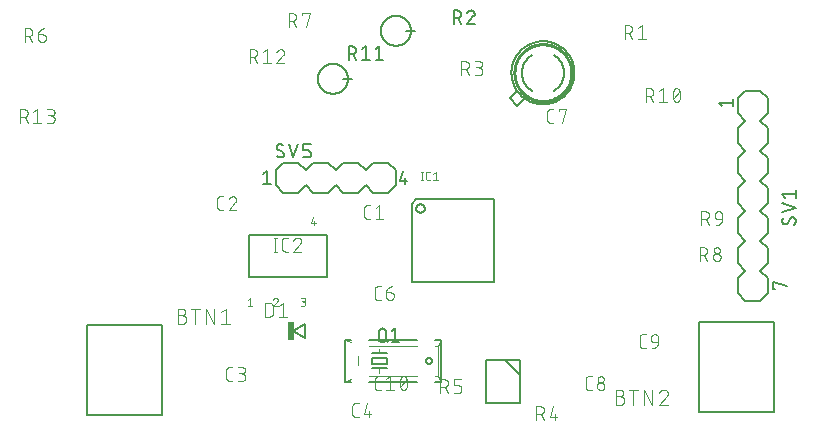
<source format=gbr>
G04 EAGLE Gerber RS-274X export*
G75*
%MOMM*%
%FSLAX34Y34*%
%LPD*%
%INSilkscreen Top*%
%IPPOS*%
%AMOC8*
5,1,8,0,0,1.08239X$1,22.5*%
G01*
%ADD10C,0.101600*%
%ADD11C,0.203200*%
%ADD12R,0.609600X1.574800*%
%ADD13C,0.152400*%
%ADD14C,0.076200*%
%ADD15C,0.254000*%
%ADD16C,0.050800*%
%ADD17C,0.127000*%


D10*
X300228Y317726D02*
X303897Y317726D01*
X304017Y317724D01*
X304137Y317718D01*
X304257Y317708D01*
X304376Y317695D01*
X304495Y317677D01*
X304613Y317656D01*
X304730Y317630D01*
X304847Y317601D01*
X304962Y317568D01*
X305076Y317531D01*
X305189Y317491D01*
X305301Y317447D01*
X305411Y317399D01*
X305520Y317348D01*
X305627Y317293D01*
X305731Y317234D01*
X305834Y317173D01*
X305935Y317108D01*
X306034Y317039D01*
X306131Y316968D01*
X306225Y316893D01*
X306316Y316816D01*
X306405Y316735D01*
X306491Y316651D01*
X306575Y316565D01*
X306656Y316476D01*
X306733Y316385D01*
X306808Y316291D01*
X306879Y316194D01*
X306948Y316095D01*
X307013Y315994D01*
X307074Y315892D01*
X307133Y315787D01*
X307188Y315680D01*
X307239Y315571D01*
X307287Y315461D01*
X307331Y315349D01*
X307371Y315236D01*
X307408Y315122D01*
X307441Y315007D01*
X307470Y314890D01*
X307496Y314773D01*
X307517Y314655D01*
X307535Y314536D01*
X307548Y314417D01*
X307558Y314297D01*
X307564Y314177D01*
X307566Y314057D01*
X307564Y313937D01*
X307558Y313817D01*
X307548Y313697D01*
X307535Y313578D01*
X307517Y313459D01*
X307496Y313341D01*
X307470Y313224D01*
X307441Y313107D01*
X307408Y312992D01*
X307371Y312878D01*
X307331Y312765D01*
X307287Y312653D01*
X307239Y312543D01*
X307188Y312434D01*
X307133Y312327D01*
X307074Y312223D01*
X307013Y312120D01*
X306948Y312019D01*
X306879Y311920D01*
X306808Y311823D01*
X306733Y311729D01*
X306656Y311638D01*
X306575Y311549D01*
X306491Y311463D01*
X306405Y311379D01*
X306316Y311298D01*
X306225Y311221D01*
X306131Y311146D01*
X306034Y311075D01*
X305935Y311006D01*
X305834Y310941D01*
X305732Y310880D01*
X305627Y310821D01*
X305520Y310766D01*
X305411Y310715D01*
X305301Y310667D01*
X305189Y310623D01*
X305076Y310583D01*
X304962Y310546D01*
X304847Y310513D01*
X304730Y310484D01*
X304613Y310458D01*
X304495Y310437D01*
X304376Y310419D01*
X304257Y310406D01*
X304137Y310396D01*
X304017Y310390D01*
X303897Y310388D01*
X300228Y310388D01*
X300228Y323596D01*
X303897Y323596D01*
X304004Y323594D01*
X304111Y323588D01*
X304218Y323578D01*
X304324Y323565D01*
X304430Y323547D01*
X304535Y323526D01*
X304639Y323501D01*
X304743Y323472D01*
X304845Y323439D01*
X304945Y323402D01*
X305045Y323362D01*
X305143Y323318D01*
X305239Y323271D01*
X305333Y323220D01*
X305426Y323166D01*
X305516Y323109D01*
X305605Y323048D01*
X305691Y322984D01*
X305774Y322917D01*
X305856Y322847D01*
X305934Y322774D01*
X306010Y322698D01*
X306083Y322620D01*
X306153Y322538D01*
X306220Y322455D01*
X306284Y322369D01*
X306345Y322280D01*
X306402Y322190D01*
X306456Y322097D01*
X306507Y322003D01*
X306554Y321907D01*
X306598Y321809D01*
X306638Y321709D01*
X306675Y321609D01*
X306708Y321507D01*
X306737Y321403D01*
X306762Y321299D01*
X306783Y321194D01*
X306801Y321088D01*
X306814Y320982D01*
X306824Y320875D01*
X306830Y320768D01*
X306832Y320661D01*
X306830Y320554D01*
X306824Y320447D01*
X306814Y320340D01*
X306801Y320234D01*
X306783Y320128D01*
X306762Y320023D01*
X306737Y319919D01*
X306708Y319815D01*
X306675Y319713D01*
X306638Y319613D01*
X306598Y319513D01*
X306554Y319415D01*
X306507Y319319D01*
X306456Y319225D01*
X306402Y319132D01*
X306345Y319042D01*
X306284Y318953D01*
X306220Y318867D01*
X306153Y318784D01*
X306083Y318702D01*
X306010Y318624D01*
X305934Y318548D01*
X305856Y318475D01*
X305774Y318405D01*
X305691Y318338D01*
X305605Y318274D01*
X305516Y318213D01*
X305426Y318156D01*
X305333Y318102D01*
X305239Y318051D01*
X305143Y318004D01*
X305045Y317960D01*
X304945Y317920D01*
X304845Y317883D01*
X304743Y317850D01*
X304639Y317821D01*
X304535Y317796D01*
X304430Y317775D01*
X304324Y317757D01*
X304218Y317744D01*
X304111Y317734D01*
X304004Y317728D01*
X303897Y317726D01*
X315239Y323596D02*
X315239Y310388D01*
X311570Y323596D02*
X318908Y323596D01*
X323945Y323596D02*
X323945Y310388D01*
X331283Y310388D02*
X323945Y323596D01*
X331283Y323596D02*
X331283Y310388D01*
X337173Y320661D02*
X340842Y323596D01*
X340842Y310388D01*
X337173Y310388D02*
X344511Y310388D01*
X671068Y249146D02*
X674737Y249146D01*
X674857Y249144D01*
X674977Y249138D01*
X675097Y249128D01*
X675216Y249115D01*
X675335Y249097D01*
X675453Y249076D01*
X675570Y249050D01*
X675687Y249021D01*
X675802Y248988D01*
X675916Y248951D01*
X676029Y248911D01*
X676141Y248867D01*
X676251Y248819D01*
X676360Y248768D01*
X676467Y248713D01*
X676572Y248654D01*
X676674Y248593D01*
X676775Y248528D01*
X676874Y248459D01*
X676971Y248388D01*
X677065Y248313D01*
X677156Y248236D01*
X677245Y248155D01*
X677331Y248071D01*
X677415Y247985D01*
X677496Y247896D01*
X677573Y247805D01*
X677648Y247711D01*
X677719Y247614D01*
X677788Y247515D01*
X677853Y247414D01*
X677914Y247312D01*
X677973Y247207D01*
X678028Y247100D01*
X678079Y246991D01*
X678127Y246881D01*
X678171Y246769D01*
X678211Y246656D01*
X678248Y246542D01*
X678281Y246427D01*
X678310Y246310D01*
X678336Y246193D01*
X678357Y246075D01*
X678375Y245956D01*
X678388Y245837D01*
X678398Y245717D01*
X678404Y245597D01*
X678406Y245477D01*
X678404Y245357D01*
X678398Y245237D01*
X678388Y245117D01*
X678375Y244998D01*
X678357Y244879D01*
X678336Y244761D01*
X678310Y244644D01*
X678281Y244527D01*
X678248Y244412D01*
X678211Y244298D01*
X678171Y244185D01*
X678127Y244073D01*
X678079Y243963D01*
X678028Y243854D01*
X677973Y243747D01*
X677914Y243643D01*
X677853Y243540D01*
X677788Y243439D01*
X677719Y243340D01*
X677648Y243243D01*
X677573Y243149D01*
X677496Y243058D01*
X677415Y242969D01*
X677331Y242883D01*
X677245Y242799D01*
X677156Y242718D01*
X677065Y242641D01*
X676971Y242566D01*
X676874Y242495D01*
X676775Y242426D01*
X676674Y242361D01*
X676572Y242300D01*
X676467Y242241D01*
X676360Y242186D01*
X676251Y242135D01*
X676141Y242087D01*
X676029Y242043D01*
X675916Y242003D01*
X675802Y241966D01*
X675687Y241933D01*
X675570Y241904D01*
X675453Y241878D01*
X675335Y241857D01*
X675216Y241839D01*
X675097Y241826D01*
X674977Y241816D01*
X674857Y241810D01*
X674737Y241808D01*
X671068Y241808D01*
X671068Y255016D01*
X674737Y255016D01*
X674844Y255014D01*
X674951Y255008D01*
X675058Y254998D01*
X675164Y254985D01*
X675270Y254967D01*
X675375Y254946D01*
X675479Y254921D01*
X675583Y254892D01*
X675685Y254859D01*
X675785Y254822D01*
X675885Y254782D01*
X675983Y254738D01*
X676079Y254691D01*
X676173Y254640D01*
X676266Y254586D01*
X676356Y254529D01*
X676445Y254468D01*
X676531Y254404D01*
X676614Y254337D01*
X676696Y254267D01*
X676774Y254194D01*
X676850Y254118D01*
X676923Y254040D01*
X676993Y253958D01*
X677060Y253875D01*
X677124Y253789D01*
X677185Y253700D01*
X677242Y253610D01*
X677296Y253517D01*
X677347Y253423D01*
X677394Y253327D01*
X677438Y253229D01*
X677478Y253129D01*
X677515Y253029D01*
X677548Y252927D01*
X677577Y252823D01*
X677602Y252719D01*
X677623Y252614D01*
X677641Y252508D01*
X677654Y252402D01*
X677664Y252295D01*
X677670Y252188D01*
X677672Y252081D01*
X677670Y251974D01*
X677664Y251867D01*
X677654Y251760D01*
X677641Y251654D01*
X677623Y251548D01*
X677602Y251443D01*
X677577Y251339D01*
X677548Y251235D01*
X677515Y251133D01*
X677478Y251033D01*
X677438Y250933D01*
X677394Y250835D01*
X677347Y250739D01*
X677296Y250645D01*
X677242Y250552D01*
X677185Y250462D01*
X677124Y250373D01*
X677060Y250287D01*
X676993Y250204D01*
X676923Y250122D01*
X676850Y250044D01*
X676774Y249968D01*
X676696Y249895D01*
X676614Y249825D01*
X676531Y249758D01*
X676445Y249694D01*
X676356Y249633D01*
X676266Y249576D01*
X676173Y249522D01*
X676079Y249471D01*
X675983Y249424D01*
X675885Y249380D01*
X675785Y249340D01*
X675685Y249303D01*
X675583Y249270D01*
X675479Y249241D01*
X675375Y249216D01*
X675270Y249195D01*
X675164Y249177D01*
X675058Y249164D01*
X674951Y249154D01*
X674844Y249148D01*
X674737Y249146D01*
X686079Y255016D02*
X686079Y241808D01*
X682410Y255016D02*
X689748Y255016D01*
X694785Y255016D02*
X694785Y241808D01*
X702123Y241808D02*
X694785Y255016D01*
X702123Y255016D02*
X702123Y241808D01*
X712049Y255016D02*
X712162Y255014D01*
X712274Y255008D01*
X712387Y254999D01*
X712499Y254985D01*
X712610Y254968D01*
X712721Y254947D01*
X712831Y254922D01*
X712940Y254894D01*
X713048Y254861D01*
X713155Y254825D01*
X713260Y254786D01*
X713365Y254743D01*
X713467Y254696D01*
X713568Y254646D01*
X713667Y254592D01*
X713765Y254535D01*
X713860Y254475D01*
X713953Y254412D01*
X714044Y254345D01*
X714133Y254275D01*
X714219Y254203D01*
X714303Y254127D01*
X714384Y254049D01*
X714462Y253968D01*
X714538Y253884D01*
X714610Y253798D01*
X714680Y253709D01*
X714747Y253618D01*
X714810Y253525D01*
X714870Y253430D01*
X714927Y253332D01*
X714981Y253233D01*
X715031Y253132D01*
X715078Y253030D01*
X715121Y252925D01*
X715160Y252820D01*
X715196Y252713D01*
X715229Y252605D01*
X715257Y252496D01*
X715282Y252386D01*
X715303Y252275D01*
X715320Y252164D01*
X715334Y252052D01*
X715343Y251939D01*
X715349Y251827D01*
X715351Y251714D01*
X712049Y255016D02*
X711922Y255014D01*
X711795Y255008D01*
X711668Y254999D01*
X711542Y254986D01*
X711416Y254969D01*
X711291Y254948D01*
X711166Y254923D01*
X711043Y254895D01*
X710920Y254863D01*
X710798Y254827D01*
X710677Y254788D01*
X710557Y254745D01*
X710439Y254699D01*
X710322Y254649D01*
X710207Y254595D01*
X710094Y254538D01*
X709982Y254478D01*
X709872Y254415D01*
X709764Y254348D01*
X709658Y254278D01*
X709554Y254205D01*
X709452Y254128D01*
X709353Y254049D01*
X709256Y253967D01*
X709162Y253882D01*
X709070Y253794D01*
X708981Y253704D01*
X708895Y253610D01*
X708811Y253515D01*
X708731Y253417D01*
X708653Y253316D01*
X708578Y253213D01*
X708507Y253108D01*
X708439Y253001D01*
X708374Y252892D01*
X708312Y252781D01*
X708253Y252668D01*
X708198Y252554D01*
X708147Y252438D01*
X708099Y252320D01*
X708054Y252201D01*
X708013Y252081D01*
X714250Y249146D02*
X714332Y249226D01*
X714411Y249309D01*
X714488Y249395D01*
X714562Y249483D01*
X714632Y249574D01*
X714700Y249666D01*
X714765Y249761D01*
X714827Y249858D01*
X714885Y249957D01*
X714941Y250058D01*
X714993Y250160D01*
X715041Y250264D01*
X715086Y250370D01*
X715128Y250477D01*
X715167Y250585D01*
X715201Y250695D01*
X715233Y250805D01*
X715260Y250917D01*
X715284Y251029D01*
X715305Y251142D01*
X715321Y251256D01*
X715334Y251370D01*
X715344Y251484D01*
X715349Y251599D01*
X715351Y251714D01*
X714250Y249146D02*
X708013Y241808D01*
X715351Y241808D01*
X463561Y399288D02*
X460964Y399288D01*
X460865Y399290D01*
X460765Y399296D01*
X460666Y399305D01*
X460568Y399318D01*
X460470Y399335D01*
X460372Y399356D01*
X460276Y399381D01*
X460181Y399409D01*
X460087Y399441D01*
X459994Y399476D01*
X459902Y399515D01*
X459812Y399558D01*
X459724Y399603D01*
X459637Y399653D01*
X459553Y399705D01*
X459470Y399761D01*
X459390Y399819D01*
X459312Y399881D01*
X459237Y399946D01*
X459164Y400014D01*
X459094Y400084D01*
X459026Y400157D01*
X458961Y400232D01*
X458899Y400310D01*
X458841Y400390D01*
X458785Y400473D01*
X458733Y400557D01*
X458683Y400644D01*
X458638Y400732D01*
X458595Y400822D01*
X458556Y400914D01*
X458521Y401007D01*
X458489Y401101D01*
X458461Y401196D01*
X458436Y401292D01*
X458415Y401390D01*
X458398Y401488D01*
X458385Y401586D01*
X458376Y401685D01*
X458370Y401785D01*
X458368Y401884D01*
X458368Y408376D01*
X458370Y408475D01*
X458376Y408575D01*
X458385Y408674D01*
X458398Y408772D01*
X458415Y408870D01*
X458436Y408968D01*
X458461Y409064D01*
X458489Y409159D01*
X458521Y409253D01*
X458556Y409346D01*
X458595Y409438D01*
X458638Y409528D01*
X458683Y409616D01*
X458733Y409703D01*
X458785Y409787D01*
X458841Y409870D01*
X458899Y409950D01*
X458961Y410028D01*
X459026Y410103D01*
X459094Y410176D01*
X459164Y410246D01*
X459237Y410314D01*
X459312Y410379D01*
X459390Y410441D01*
X459470Y410499D01*
X459553Y410555D01*
X459637Y410607D01*
X459724Y410657D01*
X459812Y410702D01*
X459902Y410745D01*
X459994Y410784D01*
X460086Y410819D01*
X460181Y410851D01*
X460276Y410879D01*
X460372Y410904D01*
X460470Y410925D01*
X460568Y410942D01*
X460666Y410955D01*
X460765Y410964D01*
X460865Y410970D01*
X460964Y410972D01*
X463561Y410972D01*
X467926Y408376D02*
X471172Y410972D01*
X471172Y399288D01*
X474417Y399288D02*
X467926Y399288D01*
X339101Y406908D02*
X336504Y406908D01*
X336405Y406910D01*
X336305Y406916D01*
X336206Y406925D01*
X336108Y406938D01*
X336010Y406955D01*
X335912Y406976D01*
X335816Y407001D01*
X335721Y407029D01*
X335627Y407061D01*
X335534Y407096D01*
X335442Y407135D01*
X335352Y407178D01*
X335264Y407223D01*
X335177Y407273D01*
X335093Y407325D01*
X335010Y407381D01*
X334930Y407439D01*
X334852Y407501D01*
X334777Y407566D01*
X334704Y407634D01*
X334634Y407704D01*
X334566Y407777D01*
X334501Y407852D01*
X334439Y407930D01*
X334381Y408010D01*
X334325Y408093D01*
X334273Y408177D01*
X334223Y408264D01*
X334178Y408352D01*
X334135Y408442D01*
X334096Y408534D01*
X334061Y408627D01*
X334029Y408721D01*
X334001Y408816D01*
X333976Y408912D01*
X333955Y409010D01*
X333938Y409108D01*
X333925Y409206D01*
X333916Y409305D01*
X333910Y409405D01*
X333908Y409504D01*
X333908Y415996D01*
X333910Y416095D01*
X333916Y416195D01*
X333925Y416294D01*
X333938Y416392D01*
X333955Y416490D01*
X333976Y416588D01*
X334001Y416684D01*
X334029Y416779D01*
X334061Y416873D01*
X334096Y416966D01*
X334135Y417058D01*
X334178Y417148D01*
X334223Y417236D01*
X334273Y417323D01*
X334325Y417407D01*
X334381Y417490D01*
X334439Y417570D01*
X334501Y417648D01*
X334566Y417723D01*
X334634Y417796D01*
X334704Y417866D01*
X334777Y417934D01*
X334852Y417999D01*
X334930Y418061D01*
X335010Y418119D01*
X335093Y418175D01*
X335177Y418227D01*
X335264Y418277D01*
X335352Y418322D01*
X335442Y418365D01*
X335534Y418404D01*
X335626Y418439D01*
X335721Y418471D01*
X335816Y418499D01*
X335912Y418524D01*
X336010Y418545D01*
X336108Y418562D01*
X336206Y418575D01*
X336305Y418584D01*
X336405Y418590D01*
X336504Y418592D01*
X339101Y418592D01*
X347036Y418592D02*
X347143Y418590D01*
X347249Y418584D01*
X347355Y418574D01*
X347461Y418561D01*
X347567Y418543D01*
X347671Y418522D01*
X347775Y418497D01*
X347878Y418468D01*
X347979Y418436D01*
X348079Y418399D01*
X348178Y418359D01*
X348276Y418316D01*
X348372Y418269D01*
X348466Y418218D01*
X348558Y418164D01*
X348648Y418107D01*
X348736Y418047D01*
X348821Y417983D01*
X348904Y417916D01*
X348985Y417846D01*
X349063Y417774D01*
X349139Y417698D01*
X349211Y417620D01*
X349281Y417539D01*
X349348Y417456D01*
X349412Y417371D01*
X349472Y417283D01*
X349529Y417193D01*
X349583Y417101D01*
X349634Y417007D01*
X349681Y416911D01*
X349724Y416813D01*
X349764Y416714D01*
X349801Y416614D01*
X349833Y416513D01*
X349862Y416410D01*
X349887Y416306D01*
X349908Y416202D01*
X349926Y416096D01*
X349939Y415990D01*
X349949Y415884D01*
X349955Y415778D01*
X349957Y415671D01*
X347036Y418592D02*
X346915Y418590D01*
X346794Y418584D01*
X346674Y418574D01*
X346553Y418561D01*
X346434Y418543D01*
X346314Y418522D01*
X346196Y418497D01*
X346079Y418468D01*
X345962Y418435D01*
X345847Y418399D01*
X345733Y418358D01*
X345620Y418315D01*
X345508Y418267D01*
X345399Y418216D01*
X345291Y418161D01*
X345184Y418103D01*
X345080Y418042D01*
X344978Y417977D01*
X344878Y417909D01*
X344780Y417838D01*
X344684Y417764D01*
X344591Y417687D01*
X344501Y417606D01*
X344413Y417523D01*
X344328Y417437D01*
X344245Y417348D01*
X344166Y417257D01*
X344089Y417163D01*
X344016Y417067D01*
X343946Y416969D01*
X343879Y416868D01*
X343815Y416765D01*
X343755Y416660D01*
X343698Y416553D01*
X343644Y416445D01*
X343594Y416335D01*
X343548Y416223D01*
X343505Y416110D01*
X343466Y415995D01*
X348984Y413399D02*
X349063Y413476D01*
X349139Y413557D01*
X349212Y413640D01*
X349282Y413725D01*
X349349Y413813D01*
X349413Y413903D01*
X349473Y413995D01*
X349530Y414090D01*
X349584Y414186D01*
X349635Y414284D01*
X349682Y414384D01*
X349726Y414486D01*
X349766Y414589D01*
X349802Y414693D01*
X349834Y414799D01*
X349863Y414905D01*
X349888Y415013D01*
X349910Y415121D01*
X349927Y415231D01*
X349941Y415340D01*
X349950Y415450D01*
X349956Y415561D01*
X349958Y415671D01*
X348984Y413399D02*
X343466Y406908D01*
X349957Y406908D01*
X346721Y262128D02*
X344124Y262128D01*
X344025Y262130D01*
X343925Y262136D01*
X343826Y262145D01*
X343728Y262158D01*
X343630Y262175D01*
X343532Y262196D01*
X343436Y262221D01*
X343341Y262249D01*
X343247Y262281D01*
X343154Y262316D01*
X343062Y262355D01*
X342972Y262398D01*
X342884Y262443D01*
X342797Y262493D01*
X342713Y262545D01*
X342630Y262601D01*
X342550Y262659D01*
X342472Y262721D01*
X342397Y262786D01*
X342324Y262854D01*
X342254Y262924D01*
X342186Y262997D01*
X342121Y263072D01*
X342059Y263150D01*
X342001Y263230D01*
X341945Y263313D01*
X341893Y263397D01*
X341843Y263484D01*
X341798Y263572D01*
X341755Y263662D01*
X341716Y263754D01*
X341681Y263847D01*
X341649Y263941D01*
X341621Y264036D01*
X341596Y264132D01*
X341575Y264230D01*
X341558Y264328D01*
X341545Y264426D01*
X341536Y264525D01*
X341530Y264625D01*
X341528Y264724D01*
X341528Y271216D01*
X341530Y271315D01*
X341536Y271415D01*
X341545Y271514D01*
X341558Y271612D01*
X341575Y271710D01*
X341596Y271808D01*
X341621Y271904D01*
X341649Y271999D01*
X341681Y272093D01*
X341716Y272186D01*
X341755Y272278D01*
X341798Y272368D01*
X341843Y272456D01*
X341893Y272543D01*
X341945Y272627D01*
X342001Y272710D01*
X342059Y272790D01*
X342121Y272868D01*
X342186Y272943D01*
X342254Y273016D01*
X342324Y273086D01*
X342397Y273154D01*
X342472Y273219D01*
X342550Y273281D01*
X342630Y273339D01*
X342713Y273395D01*
X342797Y273447D01*
X342884Y273497D01*
X342972Y273542D01*
X343062Y273585D01*
X343154Y273624D01*
X343246Y273659D01*
X343341Y273691D01*
X343436Y273719D01*
X343532Y273744D01*
X343630Y273765D01*
X343728Y273782D01*
X343826Y273795D01*
X343925Y273804D01*
X344025Y273810D01*
X344124Y273812D01*
X346721Y273812D01*
X351086Y262128D02*
X354332Y262128D01*
X354445Y262130D01*
X354558Y262136D01*
X354671Y262146D01*
X354784Y262160D01*
X354896Y262177D01*
X355007Y262199D01*
X355117Y262224D01*
X355227Y262254D01*
X355335Y262287D01*
X355442Y262324D01*
X355548Y262364D01*
X355652Y262409D01*
X355755Y262457D01*
X355856Y262508D01*
X355955Y262563D01*
X356052Y262621D01*
X356147Y262683D01*
X356240Y262748D01*
X356330Y262816D01*
X356418Y262887D01*
X356504Y262962D01*
X356587Y263039D01*
X356667Y263119D01*
X356744Y263202D01*
X356819Y263288D01*
X356890Y263376D01*
X356958Y263466D01*
X357023Y263559D01*
X357085Y263654D01*
X357143Y263751D01*
X357198Y263850D01*
X357249Y263951D01*
X357297Y264054D01*
X357342Y264158D01*
X357382Y264264D01*
X357419Y264371D01*
X357452Y264479D01*
X357482Y264589D01*
X357507Y264699D01*
X357529Y264810D01*
X357546Y264922D01*
X357560Y265035D01*
X357570Y265148D01*
X357576Y265261D01*
X357578Y265374D01*
X357576Y265487D01*
X357570Y265600D01*
X357560Y265713D01*
X357546Y265826D01*
X357529Y265938D01*
X357507Y266049D01*
X357482Y266159D01*
X357452Y266269D01*
X357419Y266377D01*
X357382Y266484D01*
X357342Y266590D01*
X357297Y266694D01*
X357249Y266797D01*
X357198Y266898D01*
X357143Y266997D01*
X357085Y267094D01*
X357023Y267189D01*
X356958Y267282D01*
X356890Y267372D01*
X356819Y267460D01*
X356744Y267546D01*
X356667Y267629D01*
X356587Y267709D01*
X356504Y267786D01*
X356418Y267861D01*
X356330Y267932D01*
X356240Y268000D01*
X356147Y268065D01*
X356052Y268127D01*
X355955Y268185D01*
X355856Y268240D01*
X355755Y268291D01*
X355652Y268339D01*
X355548Y268384D01*
X355442Y268424D01*
X355335Y268461D01*
X355227Y268494D01*
X355117Y268524D01*
X355007Y268549D01*
X354896Y268571D01*
X354784Y268588D01*
X354671Y268602D01*
X354558Y268612D01*
X354445Y268618D01*
X354332Y268620D01*
X354981Y273812D02*
X351086Y273812D01*
X354981Y273812D02*
X355082Y273810D01*
X355182Y273804D01*
X355282Y273794D01*
X355382Y273781D01*
X355481Y273763D01*
X355580Y273742D01*
X355677Y273717D01*
X355774Y273688D01*
X355869Y273655D01*
X355963Y273619D01*
X356055Y273579D01*
X356146Y273536D01*
X356235Y273489D01*
X356322Y273439D01*
X356408Y273385D01*
X356491Y273328D01*
X356571Y273268D01*
X356650Y273205D01*
X356726Y273138D01*
X356799Y273069D01*
X356869Y272997D01*
X356937Y272923D01*
X357002Y272846D01*
X357063Y272766D01*
X357122Y272684D01*
X357177Y272600D01*
X357229Y272514D01*
X357278Y272426D01*
X357323Y272336D01*
X357365Y272244D01*
X357403Y272151D01*
X357437Y272056D01*
X357468Y271961D01*
X357495Y271864D01*
X357518Y271766D01*
X357538Y271667D01*
X357553Y271567D01*
X357565Y271467D01*
X357573Y271367D01*
X357577Y271266D01*
X357577Y271166D01*
X357573Y271065D01*
X357565Y270965D01*
X357553Y270865D01*
X357538Y270765D01*
X357518Y270666D01*
X357495Y270568D01*
X357468Y270471D01*
X357437Y270376D01*
X357403Y270281D01*
X357365Y270188D01*
X357323Y270096D01*
X357278Y270006D01*
X357229Y269918D01*
X357177Y269832D01*
X357122Y269748D01*
X357063Y269666D01*
X357002Y269586D01*
X356937Y269509D01*
X356869Y269435D01*
X356799Y269363D01*
X356726Y269294D01*
X356650Y269227D01*
X356571Y269164D01*
X356491Y269104D01*
X356408Y269047D01*
X356322Y268993D01*
X356235Y268943D01*
X356146Y268896D01*
X356055Y268853D01*
X355963Y268813D01*
X355869Y268777D01*
X355774Y268744D01*
X355677Y268715D01*
X355580Y268690D01*
X355481Y268669D01*
X355382Y268651D01*
X355282Y268638D01*
X355182Y268628D01*
X355082Y268622D01*
X354981Y268620D01*
X354981Y268619D02*
X352384Y268619D01*
X469804Y330708D02*
X472401Y330708D01*
X469804Y330708D02*
X469705Y330710D01*
X469605Y330716D01*
X469506Y330725D01*
X469408Y330738D01*
X469310Y330755D01*
X469212Y330776D01*
X469116Y330801D01*
X469021Y330829D01*
X468927Y330861D01*
X468834Y330896D01*
X468742Y330935D01*
X468652Y330978D01*
X468564Y331023D01*
X468477Y331073D01*
X468393Y331125D01*
X468310Y331181D01*
X468230Y331239D01*
X468152Y331301D01*
X468077Y331366D01*
X468004Y331434D01*
X467934Y331504D01*
X467866Y331577D01*
X467801Y331652D01*
X467739Y331730D01*
X467681Y331810D01*
X467625Y331893D01*
X467573Y331977D01*
X467523Y332064D01*
X467478Y332152D01*
X467435Y332242D01*
X467396Y332334D01*
X467361Y332427D01*
X467329Y332521D01*
X467301Y332616D01*
X467276Y332712D01*
X467255Y332810D01*
X467238Y332908D01*
X467225Y333006D01*
X467216Y333105D01*
X467210Y333205D01*
X467208Y333304D01*
X467208Y339796D01*
X467210Y339895D01*
X467216Y339995D01*
X467225Y340094D01*
X467238Y340192D01*
X467255Y340290D01*
X467276Y340388D01*
X467301Y340484D01*
X467329Y340579D01*
X467361Y340673D01*
X467396Y340766D01*
X467435Y340858D01*
X467478Y340948D01*
X467523Y341036D01*
X467573Y341123D01*
X467625Y341207D01*
X467681Y341290D01*
X467739Y341370D01*
X467801Y341448D01*
X467866Y341523D01*
X467934Y341596D01*
X468004Y341666D01*
X468077Y341734D01*
X468152Y341799D01*
X468230Y341861D01*
X468310Y341919D01*
X468393Y341975D01*
X468477Y342027D01*
X468564Y342077D01*
X468652Y342122D01*
X468742Y342165D01*
X468834Y342204D01*
X468926Y342239D01*
X469021Y342271D01*
X469116Y342299D01*
X469212Y342324D01*
X469310Y342345D01*
X469408Y342362D01*
X469506Y342375D01*
X469605Y342384D01*
X469705Y342390D01*
X469804Y342392D01*
X472401Y342392D01*
X476766Y337199D02*
X480661Y337199D01*
X480760Y337197D01*
X480860Y337191D01*
X480959Y337182D01*
X481057Y337169D01*
X481155Y337152D01*
X481253Y337131D01*
X481349Y337106D01*
X481444Y337078D01*
X481538Y337046D01*
X481631Y337011D01*
X481723Y336972D01*
X481813Y336929D01*
X481901Y336884D01*
X481988Y336834D01*
X482072Y336782D01*
X482155Y336726D01*
X482235Y336668D01*
X482313Y336606D01*
X482388Y336541D01*
X482461Y336473D01*
X482531Y336403D01*
X482599Y336330D01*
X482664Y336255D01*
X482726Y336177D01*
X482784Y336097D01*
X482840Y336014D01*
X482892Y335930D01*
X482942Y335843D01*
X482987Y335755D01*
X483030Y335665D01*
X483069Y335573D01*
X483104Y335480D01*
X483136Y335386D01*
X483164Y335291D01*
X483189Y335195D01*
X483210Y335097D01*
X483227Y334999D01*
X483240Y334901D01*
X483249Y334802D01*
X483255Y334702D01*
X483257Y334603D01*
X483257Y333954D01*
X483258Y333954D02*
X483256Y333841D01*
X483250Y333728D01*
X483240Y333615D01*
X483226Y333502D01*
X483209Y333390D01*
X483187Y333279D01*
X483162Y333169D01*
X483132Y333059D01*
X483099Y332951D01*
X483062Y332844D01*
X483022Y332738D01*
X482977Y332634D01*
X482929Y332531D01*
X482878Y332430D01*
X482823Y332331D01*
X482765Y332234D01*
X482703Y332139D01*
X482638Y332046D01*
X482570Y331956D01*
X482499Y331868D01*
X482424Y331782D01*
X482347Y331699D01*
X482267Y331619D01*
X482184Y331542D01*
X482098Y331467D01*
X482010Y331396D01*
X481920Y331328D01*
X481827Y331263D01*
X481732Y331201D01*
X481635Y331143D01*
X481536Y331088D01*
X481435Y331037D01*
X481332Y330989D01*
X481228Y330944D01*
X481122Y330904D01*
X481015Y330867D01*
X480907Y330834D01*
X480797Y330804D01*
X480687Y330779D01*
X480576Y330757D01*
X480464Y330740D01*
X480351Y330726D01*
X480238Y330716D01*
X480125Y330710D01*
X480012Y330708D01*
X479899Y330710D01*
X479786Y330716D01*
X479673Y330726D01*
X479560Y330740D01*
X479448Y330757D01*
X479337Y330779D01*
X479227Y330804D01*
X479117Y330834D01*
X479009Y330867D01*
X478902Y330904D01*
X478796Y330944D01*
X478692Y330989D01*
X478589Y331037D01*
X478488Y331088D01*
X478389Y331143D01*
X478292Y331201D01*
X478197Y331263D01*
X478104Y331328D01*
X478014Y331396D01*
X477926Y331467D01*
X477840Y331542D01*
X477757Y331619D01*
X477677Y331699D01*
X477600Y331782D01*
X477525Y331868D01*
X477454Y331956D01*
X477386Y332046D01*
X477321Y332139D01*
X477259Y332234D01*
X477201Y332331D01*
X477146Y332430D01*
X477095Y332531D01*
X477047Y332634D01*
X477002Y332738D01*
X476962Y332844D01*
X476925Y332951D01*
X476892Y333059D01*
X476862Y333169D01*
X476837Y333279D01*
X476815Y333390D01*
X476798Y333502D01*
X476784Y333615D01*
X476774Y333728D01*
X476768Y333841D01*
X476766Y333954D01*
X476766Y337199D01*
X476768Y337342D01*
X476774Y337485D01*
X476784Y337628D01*
X476798Y337770D01*
X476815Y337912D01*
X476837Y338054D01*
X476862Y338195D01*
X476892Y338335D01*
X476925Y338474D01*
X476962Y338612D01*
X477003Y338749D01*
X477047Y338885D01*
X477096Y339020D01*
X477148Y339153D01*
X477203Y339285D01*
X477263Y339415D01*
X477326Y339544D01*
X477392Y339671D01*
X477462Y339795D01*
X477535Y339918D01*
X477612Y340039D01*
X477692Y340158D01*
X477775Y340274D01*
X477861Y340389D01*
X477950Y340500D01*
X478043Y340610D01*
X478138Y340716D01*
X478237Y340820D01*
X478338Y340921D01*
X478442Y341020D01*
X478548Y341115D01*
X478658Y341208D01*
X478769Y341297D01*
X478884Y341383D01*
X479000Y341466D01*
X479119Y341546D01*
X479240Y341623D01*
X479362Y341696D01*
X479487Y341766D01*
X479614Y341832D01*
X479743Y341895D01*
X479873Y341955D01*
X480005Y342010D01*
X480138Y342062D01*
X480273Y342111D01*
X480409Y342155D01*
X480546Y342196D01*
X480684Y342233D01*
X480823Y342266D01*
X480963Y342296D01*
X481104Y342321D01*
X481246Y342343D01*
X481388Y342360D01*
X481530Y342374D01*
X481673Y342384D01*
X481816Y342390D01*
X481959Y342392D01*
X615904Y480568D02*
X618501Y480568D01*
X615904Y480568D02*
X615805Y480570D01*
X615705Y480576D01*
X615606Y480585D01*
X615508Y480598D01*
X615410Y480615D01*
X615312Y480636D01*
X615216Y480661D01*
X615121Y480689D01*
X615027Y480721D01*
X614934Y480756D01*
X614842Y480795D01*
X614752Y480838D01*
X614664Y480883D01*
X614577Y480933D01*
X614493Y480985D01*
X614410Y481041D01*
X614330Y481099D01*
X614252Y481161D01*
X614177Y481226D01*
X614104Y481294D01*
X614034Y481364D01*
X613966Y481437D01*
X613901Y481512D01*
X613839Y481590D01*
X613781Y481670D01*
X613725Y481753D01*
X613673Y481837D01*
X613623Y481924D01*
X613578Y482012D01*
X613535Y482102D01*
X613496Y482194D01*
X613461Y482287D01*
X613429Y482381D01*
X613401Y482476D01*
X613376Y482572D01*
X613355Y482670D01*
X613338Y482768D01*
X613325Y482866D01*
X613316Y482965D01*
X613310Y483065D01*
X613308Y483164D01*
X613308Y489656D01*
X613310Y489755D01*
X613316Y489855D01*
X613325Y489954D01*
X613338Y490052D01*
X613355Y490150D01*
X613376Y490248D01*
X613401Y490344D01*
X613429Y490439D01*
X613461Y490533D01*
X613496Y490626D01*
X613535Y490718D01*
X613578Y490808D01*
X613623Y490896D01*
X613673Y490983D01*
X613725Y491067D01*
X613781Y491150D01*
X613839Y491230D01*
X613901Y491308D01*
X613966Y491383D01*
X614034Y491456D01*
X614104Y491526D01*
X614177Y491594D01*
X614252Y491659D01*
X614330Y491721D01*
X614410Y491779D01*
X614493Y491835D01*
X614577Y491887D01*
X614664Y491937D01*
X614752Y491982D01*
X614842Y492025D01*
X614934Y492064D01*
X615026Y492099D01*
X615121Y492131D01*
X615216Y492159D01*
X615312Y492184D01*
X615410Y492205D01*
X615508Y492222D01*
X615606Y492235D01*
X615705Y492244D01*
X615805Y492250D01*
X615904Y492252D01*
X618501Y492252D01*
X622866Y492252D02*
X622866Y490954D01*
X622866Y492252D02*
X629357Y492252D01*
X626112Y480568D01*
D11*
X408370Y310800D02*
X398370Y304800D01*
X408370Y298800D01*
X408370Y310800D01*
D12*
X396512Y304800D03*
D10*
X374668Y316738D02*
X374668Y328422D01*
X377914Y328422D01*
X378027Y328420D01*
X378140Y328414D01*
X378253Y328404D01*
X378366Y328390D01*
X378478Y328373D01*
X378589Y328351D01*
X378699Y328326D01*
X378809Y328296D01*
X378917Y328263D01*
X379024Y328226D01*
X379130Y328186D01*
X379234Y328141D01*
X379337Y328093D01*
X379438Y328042D01*
X379537Y327987D01*
X379634Y327929D01*
X379729Y327867D01*
X379822Y327802D01*
X379912Y327734D01*
X380000Y327663D01*
X380086Y327588D01*
X380169Y327511D01*
X380249Y327431D01*
X380326Y327348D01*
X380401Y327262D01*
X380472Y327174D01*
X380540Y327084D01*
X380605Y326991D01*
X380667Y326896D01*
X380725Y326799D01*
X380780Y326700D01*
X380831Y326599D01*
X380879Y326496D01*
X380924Y326392D01*
X380964Y326286D01*
X381001Y326179D01*
X381034Y326071D01*
X381064Y325961D01*
X381089Y325851D01*
X381111Y325740D01*
X381128Y325628D01*
X381142Y325515D01*
X381152Y325402D01*
X381158Y325289D01*
X381160Y325176D01*
X381159Y325176D02*
X381159Y319984D01*
X381160Y319984D02*
X381158Y319871D01*
X381152Y319758D01*
X381142Y319645D01*
X381128Y319532D01*
X381111Y319420D01*
X381089Y319309D01*
X381064Y319199D01*
X381034Y319089D01*
X381001Y318981D01*
X380964Y318874D01*
X380924Y318768D01*
X380879Y318664D01*
X380831Y318561D01*
X380780Y318460D01*
X380725Y318361D01*
X380667Y318264D01*
X380605Y318169D01*
X380540Y318076D01*
X380472Y317986D01*
X380401Y317898D01*
X380326Y317812D01*
X380249Y317729D01*
X380169Y317649D01*
X380086Y317572D01*
X380000Y317497D01*
X379912Y317426D01*
X379822Y317358D01*
X379729Y317293D01*
X379634Y317231D01*
X379537Y317173D01*
X379438Y317118D01*
X379337Y317067D01*
X379234Y317019D01*
X379130Y316974D01*
X379024Y316934D01*
X378917Y316897D01*
X378809Y316864D01*
X378699Y316834D01*
X378589Y316809D01*
X378478Y316787D01*
X378366Y316770D01*
X378253Y316756D01*
X378140Y316746D01*
X378027Y316740D01*
X377914Y316738D01*
X374668Y316738D01*
X386479Y325826D02*
X389725Y328422D01*
X389725Y316738D01*
X392970Y316738D02*
X386479Y316738D01*
D13*
X568450Y345950D02*
X568450Y416050D01*
X568450Y345950D02*
X498350Y345950D01*
X498350Y412500D01*
X501900Y416050D02*
X568450Y416050D01*
X501900Y416050D02*
X498350Y412500D01*
X502376Y408432D02*
X502378Y408551D01*
X502384Y408671D01*
X502394Y408790D01*
X502408Y408908D01*
X502426Y409026D01*
X502447Y409144D01*
X502473Y409260D01*
X502502Y409376D01*
X502536Y409491D01*
X502573Y409604D01*
X502614Y409716D01*
X502658Y409827D01*
X502706Y409937D01*
X502758Y410044D01*
X502813Y410150D01*
X502872Y410254D01*
X502935Y410356D01*
X503000Y410455D01*
X503069Y410553D01*
X503141Y410648D01*
X503216Y410741D01*
X503295Y410831D01*
X503376Y410919D01*
X503460Y411003D01*
X503547Y411085D01*
X503636Y411164D01*
X503728Y411240D01*
X503823Y411313D01*
X503920Y411383D01*
X504019Y411449D01*
X504121Y411512D01*
X504224Y411572D01*
X504329Y411628D01*
X504436Y411681D01*
X504545Y411730D01*
X504656Y411776D01*
X504768Y411817D01*
X504881Y411855D01*
X504995Y411890D01*
X505111Y411920D01*
X505227Y411947D01*
X505344Y411969D01*
X505462Y411988D01*
X505581Y412003D01*
X505700Y412014D01*
X505819Y412021D01*
X505938Y412024D01*
X506058Y412023D01*
X506177Y412018D01*
X506296Y412009D01*
X506415Y411996D01*
X506533Y411979D01*
X506650Y411959D01*
X506767Y411934D01*
X506883Y411905D01*
X506998Y411873D01*
X507112Y411837D01*
X507225Y411797D01*
X507336Y411753D01*
X507445Y411706D01*
X507553Y411655D01*
X507660Y411601D01*
X507764Y411543D01*
X507866Y411481D01*
X507967Y411417D01*
X508065Y411348D01*
X508161Y411277D01*
X508254Y411203D01*
X508345Y411125D01*
X508433Y411045D01*
X508518Y410961D01*
X508601Y410875D01*
X508681Y410786D01*
X508758Y410695D01*
X508831Y410601D01*
X508902Y410504D01*
X508969Y410406D01*
X509033Y410305D01*
X509094Y410202D01*
X509151Y410097D01*
X509204Y409991D01*
X509254Y409882D01*
X509301Y409772D01*
X509343Y409661D01*
X509382Y409548D01*
X509418Y409434D01*
X509449Y409318D01*
X509476Y409202D01*
X509500Y409085D01*
X509520Y408967D01*
X509536Y408849D01*
X509548Y408730D01*
X509556Y408611D01*
X509560Y408492D01*
X509560Y408372D01*
X509556Y408253D01*
X509548Y408134D01*
X509536Y408015D01*
X509520Y407897D01*
X509500Y407779D01*
X509476Y407662D01*
X509449Y407546D01*
X509418Y407430D01*
X509382Y407316D01*
X509343Y407203D01*
X509301Y407092D01*
X509254Y406982D01*
X509204Y406873D01*
X509151Y406767D01*
X509094Y406662D01*
X509033Y406559D01*
X508969Y406458D01*
X508902Y406360D01*
X508831Y406263D01*
X508758Y406169D01*
X508681Y406078D01*
X508601Y405989D01*
X508518Y405903D01*
X508433Y405819D01*
X508345Y405739D01*
X508254Y405661D01*
X508161Y405587D01*
X508065Y405516D01*
X507967Y405447D01*
X507866Y405383D01*
X507764Y405321D01*
X507660Y405263D01*
X507553Y405209D01*
X507445Y405158D01*
X507336Y405111D01*
X507225Y405067D01*
X507112Y405027D01*
X506998Y404991D01*
X506883Y404959D01*
X506767Y404930D01*
X506650Y404905D01*
X506533Y404885D01*
X506415Y404868D01*
X506296Y404855D01*
X506177Y404846D01*
X506058Y404841D01*
X505938Y404840D01*
X505819Y404843D01*
X505700Y404850D01*
X505581Y404861D01*
X505462Y404876D01*
X505344Y404895D01*
X505227Y404917D01*
X505111Y404944D01*
X504995Y404974D01*
X504881Y405009D01*
X504768Y405047D01*
X504656Y405088D01*
X504545Y405134D01*
X504436Y405183D01*
X504329Y405236D01*
X504224Y405292D01*
X504121Y405352D01*
X504019Y405415D01*
X503920Y405481D01*
X503823Y405551D01*
X503728Y405624D01*
X503636Y405700D01*
X503547Y405779D01*
X503460Y405861D01*
X503376Y405945D01*
X503295Y406033D01*
X503216Y406123D01*
X503141Y406216D01*
X503069Y406311D01*
X503000Y406409D01*
X502935Y406508D01*
X502872Y406610D01*
X502813Y406714D01*
X502758Y406820D01*
X502706Y406927D01*
X502658Y407037D01*
X502614Y407148D01*
X502573Y407260D01*
X502536Y407373D01*
X502502Y407488D01*
X502473Y407604D01*
X502447Y407720D01*
X502426Y407838D01*
X502408Y407956D01*
X502394Y408074D01*
X502384Y408193D01*
X502378Y408313D01*
X502376Y408432D01*
D14*
X506913Y432181D02*
X506913Y439547D01*
X506095Y432181D02*
X507732Y432181D01*
X507732Y439547D02*
X506095Y439547D01*
X512333Y432181D02*
X513970Y432181D01*
X512333Y432181D02*
X512255Y432183D01*
X512177Y432188D01*
X512100Y432198D01*
X512023Y432211D01*
X511947Y432227D01*
X511872Y432247D01*
X511798Y432271D01*
X511725Y432298D01*
X511653Y432329D01*
X511583Y432363D01*
X511515Y432400D01*
X511448Y432441D01*
X511383Y432485D01*
X511321Y432531D01*
X511261Y432581D01*
X511203Y432633D01*
X511148Y432688D01*
X511096Y432746D01*
X511046Y432806D01*
X511000Y432868D01*
X510956Y432933D01*
X510915Y433000D01*
X510878Y433068D01*
X510844Y433138D01*
X510813Y433210D01*
X510786Y433283D01*
X510762Y433357D01*
X510742Y433432D01*
X510726Y433508D01*
X510713Y433585D01*
X510703Y433662D01*
X510698Y433740D01*
X510696Y433818D01*
X510696Y437910D01*
X510698Y437990D01*
X510704Y438070D01*
X510714Y438150D01*
X510727Y438229D01*
X510745Y438308D01*
X510766Y438385D01*
X510792Y438461D01*
X510821Y438536D01*
X510853Y438610D01*
X510889Y438682D01*
X510929Y438752D01*
X510972Y438819D01*
X511018Y438885D01*
X511068Y438948D01*
X511120Y439009D01*
X511175Y439068D01*
X511234Y439123D01*
X511294Y439175D01*
X511358Y439225D01*
X511424Y439271D01*
X511491Y439314D01*
X511561Y439354D01*
X511633Y439390D01*
X511707Y439422D01*
X511781Y439451D01*
X511858Y439477D01*
X511935Y439498D01*
X512014Y439516D01*
X512093Y439529D01*
X512173Y439539D01*
X512253Y439545D01*
X512333Y439547D01*
X513970Y439547D01*
X516815Y437910D02*
X518862Y439547D01*
X518862Y432181D01*
X520908Y432181D02*
X516815Y432181D01*
D13*
X588010Y495300D02*
X594360Y501650D01*
X588010Y495300D02*
X581660Y501650D01*
X588010Y508000D01*
X591820Y523240D02*
X591825Y523671D01*
X591841Y524102D01*
X591867Y524532D01*
X591904Y524962D01*
X591951Y525390D01*
X592008Y525818D01*
X592076Y526243D01*
X592153Y526668D01*
X592242Y527090D01*
X592340Y527509D01*
X592449Y527927D01*
X592567Y528341D01*
X592696Y528752D01*
X592835Y529161D01*
X592983Y529565D01*
X593142Y529967D01*
X593309Y530364D01*
X593487Y530757D01*
X593674Y531145D01*
X593870Y531529D01*
X594076Y531908D01*
X594291Y532282D01*
X594514Y532650D01*
X594747Y533013D01*
X594988Y533370D01*
X595238Y533722D01*
X595497Y534067D01*
X595763Y534406D01*
X596038Y534738D01*
X596321Y535063D01*
X596611Y535382D01*
X596910Y535693D01*
X597215Y535997D01*
X597528Y536294D01*
X597848Y536583D01*
X598175Y536864D01*
X598509Y537137D01*
X598849Y537402D01*
X599196Y537658D01*
X599548Y537906D01*
X599907Y538146D01*
X600271Y538376D01*
X600641Y538598D01*
X591820Y523240D02*
X591825Y522809D01*
X591841Y522378D01*
X591867Y521948D01*
X591904Y521518D01*
X591951Y521090D01*
X592008Y520662D01*
X592076Y520237D01*
X592153Y519812D01*
X592242Y519390D01*
X592340Y518971D01*
X592449Y518553D01*
X592567Y518139D01*
X592696Y517728D01*
X592835Y517319D01*
X592983Y516915D01*
X593142Y516513D01*
X593309Y516116D01*
X593487Y515723D01*
X593674Y515335D01*
X593870Y514951D01*
X594076Y514572D01*
X594291Y514198D01*
X594514Y513830D01*
X594747Y513467D01*
X594988Y513110D01*
X595238Y512758D01*
X595497Y512413D01*
X595763Y512074D01*
X596038Y511742D01*
X596321Y511417D01*
X596611Y511098D01*
X596910Y510787D01*
X597215Y510483D01*
X597528Y510186D01*
X597848Y509897D01*
X598175Y509616D01*
X598509Y509343D01*
X598849Y509078D01*
X599196Y508822D01*
X599548Y508574D01*
X599907Y508334D01*
X600271Y508104D01*
X600641Y507882D01*
X618559Y507882D02*
X618929Y508104D01*
X619293Y508334D01*
X619652Y508574D01*
X620004Y508822D01*
X620351Y509078D01*
X620691Y509343D01*
X621025Y509616D01*
X621352Y509897D01*
X621672Y510186D01*
X621985Y510483D01*
X622290Y510787D01*
X622589Y511098D01*
X622879Y511417D01*
X623162Y511742D01*
X623437Y512074D01*
X623703Y512413D01*
X623962Y512758D01*
X624212Y513110D01*
X624453Y513467D01*
X624686Y513830D01*
X624909Y514198D01*
X625124Y514572D01*
X625330Y514951D01*
X625526Y515335D01*
X625713Y515723D01*
X625891Y516116D01*
X626058Y516513D01*
X626217Y516915D01*
X626365Y517319D01*
X626504Y517728D01*
X626633Y518139D01*
X626751Y518553D01*
X626860Y518971D01*
X626958Y519390D01*
X627047Y519812D01*
X627124Y520237D01*
X627192Y520662D01*
X627249Y521090D01*
X627296Y521518D01*
X627333Y521948D01*
X627359Y522378D01*
X627375Y522809D01*
X627380Y523240D01*
X627375Y523671D01*
X627359Y524102D01*
X627333Y524532D01*
X627296Y524962D01*
X627249Y525390D01*
X627192Y525818D01*
X627124Y526243D01*
X627047Y526668D01*
X626958Y527090D01*
X626860Y527509D01*
X626751Y527927D01*
X626633Y528341D01*
X626504Y528752D01*
X626365Y529161D01*
X626217Y529565D01*
X626058Y529967D01*
X625891Y530364D01*
X625713Y530757D01*
X625526Y531145D01*
X625330Y531529D01*
X625124Y531908D01*
X624909Y532282D01*
X624686Y532650D01*
X624453Y533013D01*
X624212Y533370D01*
X623962Y533722D01*
X623703Y534067D01*
X623437Y534406D01*
X623162Y534738D01*
X622879Y535063D01*
X622589Y535382D01*
X622290Y535693D01*
X621985Y535997D01*
X621672Y536294D01*
X621352Y536583D01*
X621025Y536864D01*
X620691Y537137D01*
X620351Y537402D01*
X620004Y537658D01*
X619652Y537906D01*
X619293Y538146D01*
X618929Y538376D01*
X618559Y538598D01*
X582930Y523240D02*
X582938Y523895D01*
X582962Y524549D01*
X583002Y525202D01*
X583058Y525854D01*
X583131Y526505D01*
X583219Y527153D01*
X583323Y527800D01*
X583442Y528443D01*
X583578Y529083D01*
X583729Y529720D01*
X583896Y530353D01*
X584078Y530982D01*
X584276Y531606D01*
X584489Y532225D01*
X584717Y532838D01*
X584960Y533446D01*
X585218Y534048D01*
X585491Y534643D01*
X585778Y535231D01*
X586079Y535812D01*
X586395Y536386D01*
X586724Y536951D01*
X587068Y537508D01*
X587425Y538057D01*
X587795Y538597D01*
X588178Y539127D01*
X588575Y539648D01*
X588984Y540159D01*
X589405Y540660D01*
X589839Y541150D01*
X590284Y541630D01*
X590741Y542099D01*
X591210Y542556D01*
X591690Y543001D01*
X592180Y543435D01*
X592681Y543856D01*
X593192Y544265D01*
X593713Y544662D01*
X594243Y545045D01*
X594783Y545415D01*
X595332Y545772D01*
X595889Y546116D01*
X596454Y546445D01*
X597028Y546761D01*
X597609Y547062D01*
X598197Y547349D01*
X598792Y547622D01*
X599394Y547880D01*
X600002Y548123D01*
X600615Y548351D01*
X601234Y548564D01*
X601858Y548762D01*
X602487Y548944D01*
X603120Y549111D01*
X603757Y549262D01*
X604397Y549398D01*
X605040Y549517D01*
X605687Y549621D01*
X606335Y549709D01*
X606986Y549782D01*
X607638Y549838D01*
X608291Y549878D01*
X608945Y549902D01*
X609600Y549910D01*
X610255Y549902D01*
X610909Y549878D01*
X611562Y549838D01*
X612214Y549782D01*
X612865Y549709D01*
X613513Y549621D01*
X614160Y549517D01*
X614803Y549398D01*
X615443Y549262D01*
X616080Y549111D01*
X616713Y548944D01*
X617342Y548762D01*
X617966Y548564D01*
X618585Y548351D01*
X619198Y548123D01*
X619806Y547880D01*
X620408Y547622D01*
X621003Y547349D01*
X621591Y547062D01*
X622172Y546761D01*
X622746Y546445D01*
X623311Y546116D01*
X623868Y545772D01*
X624417Y545415D01*
X624957Y545045D01*
X625487Y544662D01*
X626008Y544265D01*
X626519Y543856D01*
X627020Y543435D01*
X627510Y543001D01*
X627990Y542556D01*
X628459Y542099D01*
X628916Y541630D01*
X629361Y541150D01*
X629795Y540660D01*
X630216Y540159D01*
X630625Y539648D01*
X631022Y539127D01*
X631405Y538597D01*
X631775Y538057D01*
X632132Y537508D01*
X632476Y536951D01*
X632805Y536386D01*
X633121Y535812D01*
X633422Y535231D01*
X633709Y534643D01*
X633982Y534048D01*
X634240Y533446D01*
X634483Y532838D01*
X634711Y532225D01*
X634924Y531606D01*
X635122Y530982D01*
X635304Y530353D01*
X635471Y529720D01*
X635622Y529083D01*
X635758Y528443D01*
X635877Y527800D01*
X635981Y527153D01*
X636069Y526505D01*
X636142Y525854D01*
X636198Y525202D01*
X636238Y524549D01*
X636262Y523895D01*
X636270Y523240D01*
X636262Y522585D01*
X636238Y521931D01*
X636198Y521278D01*
X636142Y520626D01*
X636069Y519975D01*
X635981Y519327D01*
X635877Y518680D01*
X635758Y518037D01*
X635622Y517397D01*
X635471Y516760D01*
X635304Y516127D01*
X635122Y515498D01*
X634924Y514874D01*
X634711Y514255D01*
X634483Y513642D01*
X634240Y513034D01*
X633982Y512432D01*
X633709Y511837D01*
X633422Y511249D01*
X633121Y510668D01*
X632805Y510094D01*
X632476Y509529D01*
X632132Y508972D01*
X631775Y508423D01*
X631405Y507883D01*
X631022Y507353D01*
X630625Y506832D01*
X630216Y506321D01*
X629795Y505820D01*
X629361Y505330D01*
X628916Y504850D01*
X628459Y504381D01*
X627990Y503924D01*
X627510Y503479D01*
X627020Y503045D01*
X626519Y502624D01*
X626008Y502215D01*
X625487Y501818D01*
X624957Y501435D01*
X624417Y501065D01*
X623868Y500708D01*
X623311Y500364D01*
X622746Y500035D01*
X622172Y499719D01*
X621591Y499418D01*
X621003Y499131D01*
X620408Y498858D01*
X619806Y498600D01*
X619198Y498357D01*
X618585Y498129D01*
X617966Y497916D01*
X617342Y497718D01*
X616713Y497536D01*
X616080Y497369D01*
X615443Y497218D01*
X614803Y497082D01*
X614160Y496963D01*
X613513Y496859D01*
X612865Y496771D01*
X612214Y496698D01*
X611562Y496642D01*
X610909Y496602D01*
X610255Y496578D01*
X609600Y496570D01*
X608945Y496578D01*
X608291Y496602D01*
X607638Y496642D01*
X606986Y496698D01*
X606335Y496771D01*
X605687Y496859D01*
X605040Y496963D01*
X604397Y497082D01*
X603757Y497218D01*
X603120Y497369D01*
X602487Y497536D01*
X601858Y497718D01*
X601234Y497916D01*
X600615Y498129D01*
X600002Y498357D01*
X599394Y498600D01*
X598792Y498858D01*
X598197Y499131D01*
X597609Y499418D01*
X597028Y499719D01*
X596454Y500035D01*
X595889Y500364D01*
X595332Y500708D01*
X594783Y501065D01*
X594243Y501435D01*
X593713Y501818D01*
X593192Y502215D01*
X592681Y502624D01*
X592180Y503045D01*
X591690Y503479D01*
X591210Y503924D01*
X590741Y504381D01*
X590284Y504850D01*
X589839Y505330D01*
X589405Y505820D01*
X588984Y506321D01*
X588575Y506832D01*
X588178Y507353D01*
X587795Y507883D01*
X587425Y508423D01*
X587068Y508972D01*
X586724Y509529D01*
X586395Y510094D01*
X586079Y510668D01*
X585778Y511249D01*
X585491Y511837D01*
X585218Y512432D01*
X584960Y513034D01*
X584717Y513642D01*
X584489Y514255D01*
X584276Y514874D01*
X584078Y515498D01*
X583896Y516127D01*
X583729Y516760D01*
X583578Y517397D01*
X583442Y518037D01*
X583323Y518680D01*
X583219Y519327D01*
X583131Y519975D01*
X583058Y520626D01*
X583002Y521278D01*
X582962Y521931D01*
X582938Y522585D01*
X582930Y523240D01*
D15*
X585470Y523240D02*
X585477Y523832D01*
X585499Y524424D01*
X585535Y525015D01*
X585586Y525605D01*
X585651Y526194D01*
X585731Y526781D01*
X585825Y527365D01*
X585934Y527948D01*
X586056Y528527D01*
X586193Y529103D01*
X586344Y529676D01*
X586509Y530245D01*
X586688Y530809D01*
X586881Y531369D01*
X587087Y531924D01*
X587307Y532474D01*
X587540Y533018D01*
X587787Y533557D01*
X588046Y534089D01*
X588319Y534615D01*
X588605Y535134D01*
X588903Y535645D01*
X589214Y536149D01*
X589537Y536646D01*
X589872Y537134D01*
X590219Y537614D01*
X590577Y538086D01*
X590947Y538548D01*
X591329Y539001D01*
X591721Y539445D01*
X592124Y539879D01*
X592538Y540302D01*
X592961Y540716D01*
X593395Y541119D01*
X593839Y541511D01*
X594292Y541893D01*
X594754Y542263D01*
X595226Y542621D01*
X595706Y542968D01*
X596194Y543303D01*
X596691Y543626D01*
X597195Y543937D01*
X597706Y544235D01*
X598225Y544521D01*
X598751Y544794D01*
X599283Y545053D01*
X599822Y545300D01*
X600366Y545533D01*
X600916Y545753D01*
X601471Y545959D01*
X602031Y546152D01*
X602595Y546331D01*
X603164Y546496D01*
X603737Y546647D01*
X604313Y546784D01*
X604892Y546906D01*
X605475Y547015D01*
X606059Y547109D01*
X606646Y547189D01*
X607235Y547254D01*
X607825Y547305D01*
X608416Y547341D01*
X609008Y547363D01*
X609600Y547370D01*
X610192Y547363D01*
X610784Y547341D01*
X611375Y547305D01*
X611965Y547254D01*
X612554Y547189D01*
X613141Y547109D01*
X613725Y547015D01*
X614308Y546906D01*
X614887Y546784D01*
X615463Y546647D01*
X616036Y546496D01*
X616605Y546331D01*
X617169Y546152D01*
X617729Y545959D01*
X618284Y545753D01*
X618834Y545533D01*
X619378Y545300D01*
X619917Y545053D01*
X620449Y544794D01*
X620975Y544521D01*
X621494Y544235D01*
X622005Y543937D01*
X622509Y543626D01*
X623006Y543303D01*
X623494Y542968D01*
X623974Y542621D01*
X624446Y542263D01*
X624908Y541893D01*
X625361Y541511D01*
X625805Y541119D01*
X626239Y540716D01*
X626662Y540302D01*
X627076Y539879D01*
X627479Y539445D01*
X627871Y539001D01*
X628253Y538548D01*
X628623Y538086D01*
X628981Y537614D01*
X629328Y537134D01*
X629663Y536646D01*
X629986Y536149D01*
X630297Y535645D01*
X630595Y535134D01*
X630881Y534615D01*
X631154Y534089D01*
X631413Y533557D01*
X631660Y533018D01*
X631893Y532474D01*
X632113Y531924D01*
X632319Y531369D01*
X632512Y530809D01*
X632691Y530245D01*
X632856Y529676D01*
X633007Y529103D01*
X633144Y528527D01*
X633266Y527948D01*
X633375Y527365D01*
X633469Y526781D01*
X633549Y526194D01*
X633614Y525605D01*
X633665Y525015D01*
X633701Y524424D01*
X633723Y523832D01*
X633730Y523240D01*
X633723Y522648D01*
X633701Y522056D01*
X633665Y521465D01*
X633614Y520875D01*
X633549Y520286D01*
X633469Y519699D01*
X633375Y519115D01*
X633266Y518532D01*
X633144Y517953D01*
X633007Y517377D01*
X632856Y516804D01*
X632691Y516235D01*
X632512Y515671D01*
X632319Y515111D01*
X632113Y514556D01*
X631893Y514006D01*
X631660Y513462D01*
X631413Y512923D01*
X631154Y512391D01*
X630881Y511865D01*
X630595Y511346D01*
X630297Y510835D01*
X629986Y510331D01*
X629663Y509834D01*
X629328Y509346D01*
X628981Y508866D01*
X628623Y508394D01*
X628253Y507932D01*
X627871Y507479D01*
X627479Y507035D01*
X627076Y506601D01*
X626662Y506178D01*
X626239Y505764D01*
X625805Y505361D01*
X625361Y504969D01*
X624908Y504587D01*
X624446Y504217D01*
X623974Y503859D01*
X623494Y503512D01*
X623006Y503177D01*
X622509Y502854D01*
X622005Y502543D01*
X621494Y502245D01*
X620975Y501959D01*
X620449Y501686D01*
X619917Y501427D01*
X619378Y501180D01*
X618834Y500947D01*
X618284Y500727D01*
X617729Y500521D01*
X617169Y500328D01*
X616605Y500149D01*
X616036Y499984D01*
X615463Y499833D01*
X614887Y499696D01*
X614308Y499574D01*
X613725Y499465D01*
X613141Y499371D01*
X612554Y499291D01*
X611965Y499226D01*
X611375Y499175D01*
X610784Y499139D01*
X610192Y499117D01*
X609600Y499110D01*
X609008Y499117D01*
X608416Y499139D01*
X607825Y499175D01*
X607235Y499226D01*
X606646Y499291D01*
X606059Y499371D01*
X605475Y499465D01*
X604892Y499574D01*
X604313Y499696D01*
X603737Y499833D01*
X603164Y499984D01*
X602595Y500149D01*
X602031Y500328D01*
X601471Y500521D01*
X600916Y500727D01*
X600366Y500947D01*
X599822Y501180D01*
X599283Y501427D01*
X598751Y501686D01*
X598225Y501959D01*
X597706Y502245D01*
X597195Y502543D01*
X596691Y502854D01*
X596194Y503177D01*
X595706Y503512D01*
X595226Y503859D01*
X594754Y504217D01*
X594292Y504587D01*
X593839Y504969D01*
X593395Y505361D01*
X592961Y505764D01*
X592538Y506178D01*
X592124Y506601D01*
X591721Y507035D01*
X591329Y507479D01*
X590947Y507932D01*
X590577Y508394D01*
X590219Y508866D01*
X589872Y509346D01*
X589537Y509834D01*
X589214Y510331D01*
X588903Y510835D01*
X588605Y511346D01*
X588319Y511865D01*
X588046Y512391D01*
X587787Y512923D01*
X587540Y513462D01*
X587307Y514006D01*
X587087Y514556D01*
X586881Y515111D01*
X586688Y515671D01*
X586509Y516235D01*
X586344Y516804D01*
X586193Y517377D01*
X586056Y517953D01*
X585934Y518532D01*
X585825Y519115D01*
X585731Y519699D01*
X585651Y520286D01*
X585586Y520875D01*
X585535Y521465D01*
X585499Y522056D01*
X585477Y522648D01*
X585470Y523240D01*
D10*
X742188Y375412D02*
X742188Y363728D01*
X742188Y375412D02*
X745434Y375412D01*
X745547Y375410D01*
X745660Y375404D01*
X745773Y375394D01*
X745886Y375380D01*
X745998Y375363D01*
X746109Y375341D01*
X746219Y375316D01*
X746329Y375286D01*
X746437Y375253D01*
X746544Y375216D01*
X746650Y375176D01*
X746754Y375131D01*
X746857Y375083D01*
X746958Y375032D01*
X747057Y374977D01*
X747154Y374919D01*
X747249Y374857D01*
X747342Y374792D01*
X747432Y374724D01*
X747520Y374653D01*
X747606Y374578D01*
X747689Y374501D01*
X747769Y374421D01*
X747846Y374338D01*
X747921Y374252D01*
X747992Y374164D01*
X748060Y374074D01*
X748125Y373981D01*
X748187Y373886D01*
X748245Y373789D01*
X748300Y373690D01*
X748351Y373589D01*
X748399Y373486D01*
X748444Y373382D01*
X748484Y373276D01*
X748521Y373169D01*
X748554Y373061D01*
X748584Y372951D01*
X748609Y372841D01*
X748631Y372730D01*
X748648Y372618D01*
X748662Y372505D01*
X748672Y372392D01*
X748678Y372279D01*
X748680Y372166D01*
X748678Y372053D01*
X748672Y371940D01*
X748662Y371827D01*
X748648Y371714D01*
X748631Y371602D01*
X748609Y371491D01*
X748584Y371381D01*
X748554Y371271D01*
X748521Y371163D01*
X748484Y371056D01*
X748444Y370950D01*
X748399Y370846D01*
X748351Y370743D01*
X748300Y370642D01*
X748245Y370543D01*
X748187Y370446D01*
X748125Y370351D01*
X748060Y370258D01*
X747992Y370168D01*
X747921Y370080D01*
X747846Y369994D01*
X747769Y369911D01*
X747689Y369831D01*
X747606Y369754D01*
X747520Y369679D01*
X747432Y369608D01*
X747342Y369540D01*
X747249Y369475D01*
X747154Y369413D01*
X747057Y369355D01*
X746958Y369300D01*
X746857Y369249D01*
X746754Y369201D01*
X746650Y369156D01*
X746544Y369116D01*
X746437Y369079D01*
X746329Y369046D01*
X746219Y369016D01*
X746109Y368991D01*
X745998Y368969D01*
X745886Y368952D01*
X745773Y368938D01*
X745660Y368928D01*
X745547Y368922D01*
X745434Y368920D01*
X745434Y368921D02*
X742188Y368921D01*
X746083Y368921D02*
X748679Y363728D01*
X753544Y366974D02*
X753546Y367087D01*
X753552Y367200D01*
X753562Y367313D01*
X753576Y367426D01*
X753593Y367538D01*
X753615Y367649D01*
X753640Y367759D01*
X753670Y367869D01*
X753703Y367977D01*
X753740Y368084D01*
X753780Y368190D01*
X753825Y368294D01*
X753873Y368397D01*
X753924Y368498D01*
X753979Y368597D01*
X754037Y368694D01*
X754099Y368789D01*
X754164Y368882D01*
X754232Y368972D01*
X754303Y369060D01*
X754378Y369146D01*
X754455Y369229D01*
X754535Y369309D01*
X754618Y369386D01*
X754704Y369461D01*
X754792Y369532D01*
X754882Y369600D01*
X754975Y369665D01*
X755070Y369727D01*
X755167Y369785D01*
X755266Y369840D01*
X755367Y369891D01*
X755470Y369939D01*
X755574Y369984D01*
X755680Y370024D01*
X755787Y370061D01*
X755895Y370094D01*
X756005Y370124D01*
X756115Y370149D01*
X756226Y370171D01*
X756338Y370188D01*
X756451Y370202D01*
X756564Y370212D01*
X756677Y370218D01*
X756790Y370220D01*
X756903Y370218D01*
X757016Y370212D01*
X757129Y370202D01*
X757242Y370188D01*
X757354Y370171D01*
X757465Y370149D01*
X757575Y370124D01*
X757685Y370094D01*
X757793Y370061D01*
X757900Y370024D01*
X758006Y369984D01*
X758110Y369939D01*
X758213Y369891D01*
X758314Y369840D01*
X758413Y369785D01*
X758510Y369727D01*
X758605Y369665D01*
X758698Y369600D01*
X758788Y369532D01*
X758876Y369461D01*
X758962Y369386D01*
X759045Y369309D01*
X759125Y369229D01*
X759202Y369146D01*
X759277Y369060D01*
X759348Y368972D01*
X759416Y368882D01*
X759481Y368789D01*
X759543Y368694D01*
X759601Y368597D01*
X759656Y368498D01*
X759707Y368397D01*
X759755Y368294D01*
X759800Y368190D01*
X759840Y368084D01*
X759877Y367977D01*
X759910Y367869D01*
X759940Y367759D01*
X759965Y367649D01*
X759987Y367538D01*
X760004Y367426D01*
X760018Y367313D01*
X760028Y367200D01*
X760034Y367087D01*
X760036Y366974D01*
X760034Y366861D01*
X760028Y366748D01*
X760018Y366635D01*
X760004Y366522D01*
X759987Y366410D01*
X759965Y366299D01*
X759940Y366189D01*
X759910Y366079D01*
X759877Y365971D01*
X759840Y365864D01*
X759800Y365758D01*
X759755Y365654D01*
X759707Y365551D01*
X759656Y365450D01*
X759601Y365351D01*
X759543Y365254D01*
X759481Y365159D01*
X759416Y365066D01*
X759348Y364976D01*
X759277Y364888D01*
X759202Y364802D01*
X759125Y364719D01*
X759045Y364639D01*
X758962Y364562D01*
X758876Y364487D01*
X758788Y364416D01*
X758698Y364348D01*
X758605Y364283D01*
X758510Y364221D01*
X758413Y364163D01*
X758314Y364108D01*
X758213Y364057D01*
X758110Y364009D01*
X758006Y363964D01*
X757900Y363924D01*
X757793Y363887D01*
X757685Y363854D01*
X757575Y363824D01*
X757465Y363799D01*
X757354Y363777D01*
X757242Y363760D01*
X757129Y363746D01*
X757016Y363736D01*
X756903Y363730D01*
X756790Y363728D01*
X756677Y363730D01*
X756564Y363736D01*
X756451Y363746D01*
X756338Y363760D01*
X756226Y363777D01*
X756115Y363799D01*
X756005Y363824D01*
X755895Y363854D01*
X755787Y363887D01*
X755680Y363924D01*
X755574Y363964D01*
X755470Y364009D01*
X755367Y364057D01*
X755266Y364108D01*
X755167Y364163D01*
X755070Y364221D01*
X754975Y364283D01*
X754882Y364348D01*
X754792Y364416D01*
X754704Y364487D01*
X754618Y364562D01*
X754535Y364639D01*
X754455Y364719D01*
X754378Y364802D01*
X754303Y364888D01*
X754232Y364976D01*
X754164Y365066D01*
X754099Y365159D01*
X754037Y365254D01*
X753979Y365351D01*
X753924Y365450D01*
X753873Y365551D01*
X753825Y365654D01*
X753780Y365758D01*
X753740Y365864D01*
X753703Y365971D01*
X753670Y366079D01*
X753640Y366189D01*
X753615Y366299D01*
X753593Y366410D01*
X753576Y366522D01*
X753562Y366635D01*
X753552Y366748D01*
X753546Y366861D01*
X753544Y366974D01*
X754194Y372816D02*
X754196Y372917D01*
X754202Y373017D01*
X754212Y373117D01*
X754225Y373217D01*
X754243Y373316D01*
X754264Y373415D01*
X754289Y373512D01*
X754318Y373609D01*
X754351Y373704D01*
X754387Y373798D01*
X754427Y373890D01*
X754470Y373981D01*
X754517Y374070D01*
X754567Y374157D01*
X754621Y374243D01*
X754678Y374326D01*
X754738Y374406D01*
X754801Y374485D01*
X754868Y374561D01*
X754937Y374634D01*
X755009Y374704D01*
X755083Y374772D01*
X755160Y374837D01*
X755240Y374898D01*
X755322Y374957D01*
X755406Y375012D01*
X755492Y375064D01*
X755580Y375113D01*
X755670Y375158D01*
X755762Y375200D01*
X755855Y375238D01*
X755950Y375272D01*
X756045Y375303D01*
X756142Y375330D01*
X756240Y375353D01*
X756339Y375373D01*
X756439Y375388D01*
X756539Y375400D01*
X756639Y375408D01*
X756740Y375412D01*
X756840Y375412D01*
X756941Y375408D01*
X757041Y375400D01*
X757141Y375388D01*
X757241Y375373D01*
X757340Y375353D01*
X757438Y375330D01*
X757535Y375303D01*
X757630Y375272D01*
X757725Y375238D01*
X757818Y375200D01*
X757910Y375158D01*
X758000Y375113D01*
X758088Y375064D01*
X758174Y375012D01*
X758258Y374957D01*
X758340Y374898D01*
X758420Y374837D01*
X758497Y374772D01*
X758571Y374704D01*
X758643Y374634D01*
X758712Y374561D01*
X758779Y374485D01*
X758842Y374406D01*
X758902Y374326D01*
X758959Y374243D01*
X759013Y374157D01*
X759063Y374070D01*
X759110Y373981D01*
X759153Y373890D01*
X759193Y373798D01*
X759229Y373704D01*
X759262Y373609D01*
X759291Y373512D01*
X759316Y373415D01*
X759337Y373316D01*
X759355Y373217D01*
X759368Y373117D01*
X759378Y373017D01*
X759384Y372917D01*
X759386Y372816D01*
X759384Y372715D01*
X759378Y372615D01*
X759368Y372515D01*
X759355Y372415D01*
X759337Y372316D01*
X759316Y372217D01*
X759291Y372120D01*
X759262Y372023D01*
X759229Y371928D01*
X759193Y371834D01*
X759153Y371742D01*
X759110Y371651D01*
X759063Y371562D01*
X759013Y371475D01*
X758959Y371389D01*
X758902Y371306D01*
X758842Y371226D01*
X758779Y371147D01*
X758712Y371071D01*
X758643Y370998D01*
X758571Y370928D01*
X758497Y370860D01*
X758420Y370795D01*
X758340Y370734D01*
X758258Y370675D01*
X758174Y370620D01*
X758088Y370568D01*
X758000Y370519D01*
X757910Y370474D01*
X757818Y370432D01*
X757725Y370394D01*
X757630Y370360D01*
X757535Y370329D01*
X757438Y370302D01*
X757340Y370279D01*
X757241Y370259D01*
X757141Y370244D01*
X757041Y370232D01*
X756941Y370224D01*
X756840Y370220D01*
X756740Y370220D01*
X756639Y370224D01*
X756539Y370232D01*
X756439Y370244D01*
X756339Y370259D01*
X756240Y370279D01*
X756142Y370302D01*
X756045Y370329D01*
X755950Y370360D01*
X755855Y370394D01*
X755762Y370432D01*
X755670Y370474D01*
X755580Y370519D01*
X755492Y370568D01*
X755406Y370620D01*
X755322Y370675D01*
X755240Y370734D01*
X755160Y370795D01*
X755083Y370860D01*
X755009Y370928D01*
X754937Y370998D01*
X754868Y371071D01*
X754801Y371147D01*
X754738Y371226D01*
X754678Y371306D01*
X754621Y371389D01*
X754567Y371475D01*
X754517Y371562D01*
X754470Y371651D01*
X754427Y371742D01*
X754387Y371834D01*
X754351Y371928D01*
X754318Y372023D01*
X754289Y372120D01*
X754264Y372217D01*
X754243Y372316D01*
X754225Y372415D01*
X754212Y372515D01*
X754202Y372615D01*
X754196Y372715D01*
X754194Y372816D01*
X743645Y394208D02*
X743645Y405892D01*
X746890Y405892D01*
X747003Y405890D01*
X747116Y405884D01*
X747229Y405874D01*
X747342Y405860D01*
X747454Y405843D01*
X747565Y405821D01*
X747675Y405796D01*
X747785Y405766D01*
X747893Y405733D01*
X748000Y405696D01*
X748106Y405656D01*
X748210Y405611D01*
X748313Y405563D01*
X748414Y405512D01*
X748513Y405457D01*
X748610Y405399D01*
X748705Y405337D01*
X748798Y405272D01*
X748888Y405204D01*
X748976Y405133D01*
X749062Y405058D01*
X749145Y404981D01*
X749225Y404901D01*
X749302Y404818D01*
X749377Y404732D01*
X749448Y404644D01*
X749516Y404554D01*
X749581Y404461D01*
X749643Y404366D01*
X749701Y404269D01*
X749756Y404170D01*
X749807Y404069D01*
X749855Y403966D01*
X749900Y403862D01*
X749940Y403756D01*
X749977Y403649D01*
X750010Y403541D01*
X750040Y403431D01*
X750065Y403321D01*
X750087Y403210D01*
X750104Y403098D01*
X750118Y402985D01*
X750128Y402872D01*
X750134Y402759D01*
X750136Y402646D01*
X750134Y402533D01*
X750128Y402420D01*
X750118Y402307D01*
X750104Y402194D01*
X750087Y402082D01*
X750065Y401971D01*
X750040Y401861D01*
X750010Y401751D01*
X749977Y401643D01*
X749940Y401536D01*
X749900Y401430D01*
X749855Y401326D01*
X749807Y401223D01*
X749756Y401122D01*
X749701Y401023D01*
X749643Y400926D01*
X749581Y400831D01*
X749516Y400738D01*
X749448Y400648D01*
X749377Y400560D01*
X749302Y400474D01*
X749225Y400391D01*
X749145Y400311D01*
X749062Y400234D01*
X748976Y400159D01*
X748888Y400088D01*
X748798Y400020D01*
X748705Y399955D01*
X748610Y399893D01*
X748513Y399835D01*
X748414Y399780D01*
X748313Y399729D01*
X748210Y399681D01*
X748106Y399636D01*
X748000Y399596D01*
X747893Y399559D01*
X747785Y399526D01*
X747675Y399496D01*
X747565Y399471D01*
X747454Y399449D01*
X747342Y399432D01*
X747229Y399418D01*
X747116Y399408D01*
X747003Y399402D01*
X746890Y399400D01*
X746890Y399401D02*
X743645Y399401D01*
X747539Y399401D02*
X750136Y394208D01*
X757597Y399401D02*
X761492Y399401D01*
X757597Y399401D02*
X757498Y399403D01*
X757398Y399409D01*
X757299Y399418D01*
X757201Y399431D01*
X757103Y399448D01*
X757005Y399469D01*
X756909Y399494D01*
X756814Y399522D01*
X756720Y399554D01*
X756627Y399589D01*
X756535Y399628D01*
X756445Y399671D01*
X756357Y399716D01*
X756270Y399766D01*
X756186Y399818D01*
X756103Y399874D01*
X756023Y399932D01*
X755945Y399994D01*
X755870Y400059D01*
X755797Y400127D01*
X755727Y400197D01*
X755659Y400270D01*
X755594Y400345D01*
X755532Y400423D01*
X755474Y400503D01*
X755418Y400586D01*
X755366Y400670D01*
X755316Y400757D01*
X755271Y400845D01*
X755228Y400935D01*
X755189Y401027D01*
X755154Y401120D01*
X755122Y401214D01*
X755094Y401309D01*
X755069Y401405D01*
X755048Y401503D01*
X755031Y401601D01*
X755018Y401699D01*
X755009Y401798D01*
X755003Y401898D01*
X755001Y401997D01*
X755001Y402646D01*
X755000Y402646D02*
X755002Y402759D01*
X755008Y402872D01*
X755018Y402985D01*
X755032Y403098D01*
X755049Y403210D01*
X755071Y403321D01*
X755096Y403431D01*
X755126Y403541D01*
X755159Y403649D01*
X755196Y403756D01*
X755236Y403862D01*
X755281Y403966D01*
X755329Y404069D01*
X755380Y404170D01*
X755435Y404269D01*
X755493Y404366D01*
X755555Y404461D01*
X755620Y404554D01*
X755688Y404644D01*
X755759Y404732D01*
X755834Y404818D01*
X755911Y404901D01*
X755991Y404981D01*
X756074Y405058D01*
X756160Y405133D01*
X756248Y405204D01*
X756338Y405272D01*
X756431Y405337D01*
X756526Y405399D01*
X756623Y405457D01*
X756722Y405512D01*
X756823Y405563D01*
X756926Y405611D01*
X757030Y405656D01*
X757136Y405696D01*
X757243Y405733D01*
X757351Y405766D01*
X757461Y405796D01*
X757571Y405821D01*
X757682Y405843D01*
X757794Y405860D01*
X757907Y405874D01*
X758020Y405884D01*
X758133Y405890D01*
X758246Y405892D01*
X758359Y405890D01*
X758472Y405884D01*
X758585Y405874D01*
X758698Y405860D01*
X758810Y405843D01*
X758921Y405821D01*
X759031Y405796D01*
X759141Y405766D01*
X759249Y405733D01*
X759356Y405696D01*
X759462Y405656D01*
X759566Y405611D01*
X759669Y405563D01*
X759770Y405512D01*
X759869Y405457D01*
X759966Y405399D01*
X760061Y405337D01*
X760154Y405272D01*
X760244Y405204D01*
X760332Y405133D01*
X760418Y405058D01*
X760501Y404981D01*
X760581Y404901D01*
X760658Y404818D01*
X760733Y404732D01*
X760804Y404644D01*
X760872Y404554D01*
X760937Y404461D01*
X760999Y404366D01*
X761057Y404269D01*
X761112Y404170D01*
X761163Y404069D01*
X761211Y403966D01*
X761256Y403862D01*
X761296Y403756D01*
X761333Y403649D01*
X761366Y403541D01*
X761396Y403431D01*
X761421Y403321D01*
X761443Y403210D01*
X761460Y403098D01*
X761474Y402985D01*
X761484Y402872D01*
X761490Y402759D01*
X761492Y402646D01*
X761492Y399401D01*
X761490Y399258D01*
X761484Y399115D01*
X761474Y398972D01*
X761460Y398830D01*
X761443Y398688D01*
X761421Y398546D01*
X761396Y398405D01*
X761366Y398265D01*
X761333Y398126D01*
X761296Y397988D01*
X761255Y397851D01*
X761211Y397715D01*
X761162Y397580D01*
X761110Y397447D01*
X761055Y397315D01*
X760995Y397185D01*
X760932Y397056D01*
X760866Y396929D01*
X760796Y396804D01*
X760723Y396682D01*
X760646Y396561D01*
X760566Y396442D01*
X760483Y396326D01*
X760397Y396211D01*
X760308Y396100D01*
X760215Y395990D01*
X760120Y395884D01*
X760021Y395780D01*
X759920Y395679D01*
X759816Y395580D01*
X759710Y395485D01*
X759600Y395392D01*
X759489Y395303D01*
X759374Y395217D01*
X759258Y395134D01*
X759139Y395054D01*
X759018Y394977D01*
X758896Y394904D01*
X758771Y394834D01*
X758644Y394768D01*
X758515Y394705D01*
X758385Y394645D01*
X758253Y394590D01*
X758120Y394538D01*
X757985Y394489D01*
X757849Y394445D01*
X757712Y394404D01*
X757574Y394367D01*
X757435Y394334D01*
X757295Y394304D01*
X757154Y394279D01*
X757012Y394257D01*
X756870Y394240D01*
X756728Y394226D01*
X756585Y394216D01*
X756442Y394210D01*
X756299Y394208D01*
X696655Y498348D02*
X696655Y510032D01*
X699900Y510032D01*
X700013Y510030D01*
X700126Y510024D01*
X700239Y510014D01*
X700352Y510000D01*
X700464Y509983D01*
X700575Y509961D01*
X700685Y509936D01*
X700795Y509906D01*
X700903Y509873D01*
X701010Y509836D01*
X701116Y509796D01*
X701220Y509751D01*
X701323Y509703D01*
X701424Y509652D01*
X701523Y509597D01*
X701620Y509539D01*
X701715Y509477D01*
X701808Y509412D01*
X701898Y509344D01*
X701986Y509273D01*
X702072Y509198D01*
X702155Y509121D01*
X702235Y509041D01*
X702312Y508958D01*
X702387Y508872D01*
X702458Y508784D01*
X702526Y508694D01*
X702591Y508601D01*
X702653Y508506D01*
X702711Y508409D01*
X702766Y508310D01*
X702817Y508209D01*
X702865Y508106D01*
X702910Y508002D01*
X702950Y507896D01*
X702987Y507789D01*
X703020Y507681D01*
X703050Y507571D01*
X703075Y507461D01*
X703097Y507350D01*
X703114Y507238D01*
X703128Y507125D01*
X703138Y507012D01*
X703144Y506899D01*
X703146Y506786D01*
X703144Y506673D01*
X703138Y506560D01*
X703128Y506447D01*
X703114Y506334D01*
X703097Y506222D01*
X703075Y506111D01*
X703050Y506001D01*
X703020Y505891D01*
X702987Y505783D01*
X702950Y505676D01*
X702910Y505570D01*
X702865Y505466D01*
X702817Y505363D01*
X702766Y505262D01*
X702711Y505163D01*
X702653Y505066D01*
X702591Y504971D01*
X702526Y504878D01*
X702458Y504788D01*
X702387Y504700D01*
X702312Y504614D01*
X702235Y504531D01*
X702155Y504451D01*
X702072Y504374D01*
X701986Y504299D01*
X701898Y504228D01*
X701808Y504160D01*
X701715Y504095D01*
X701620Y504033D01*
X701523Y503975D01*
X701424Y503920D01*
X701323Y503869D01*
X701220Y503821D01*
X701116Y503776D01*
X701010Y503736D01*
X700903Y503699D01*
X700795Y503666D01*
X700685Y503636D01*
X700575Y503611D01*
X700464Y503589D01*
X700352Y503572D01*
X700239Y503558D01*
X700126Y503548D01*
X700013Y503542D01*
X699900Y503540D01*
X699900Y503541D02*
X696655Y503541D01*
X700549Y503541D02*
X703146Y498348D01*
X708011Y507436D02*
X711256Y510032D01*
X711256Y498348D01*
X708011Y498348D02*
X714502Y498348D01*
X719441Y504190D02*
X719444Y504420D01*
X719452Y504650D01*
X719466Y504879D01*
X719485Y505108D01*
X719510Y505337D01*
X719540Y505564D01*
X719575Y505792D01*
X719616Y506018D01*
X719662Y506243D01*
X719714Y506467D01*
X719771Y506689D01*
X719833Y506911D01*
X719901Y507130D01*
X719974Y507348D01*
X720052Y507565D01*
X720135Y507779D01*
X720223Y507991D01*
X720316Y508201D01*
X720415Y508409D01*
X720414Y508409D02*
X720447Y508499D01*
X720483Y508588D01*
X720523Y508676D01*
X720567Y508761D01*
X720614Y508845D01*
X720664Y508927D01*
X720718Y509007D01*
X720774Y509084D01*
X720834Y509160D01*
X720897Y509233D01*
X720962Y509303D01*
X721031Y509371D01*
X721102Y509435D01*
X721175Y509497D01*
X721251Y509556D01*
X721329Y509612D01*
X721410Y509665D01*
X721492Y509714D01*
X721576Y509760D01*
X721663Y509803D01*
X721750Y509842D01*
X721840Y509878D01*
X721930Y509910D01*
X722022Y509938D01*
X722115Y509963D01*
X722209Y509984D01*
X722303Y510001D01*
X722398Y510015D01*
X722494Y510024D01*
X722590Y510030D01*
X722686Y510032D01*
X722782Y510030D01*
X722878Y510024D01*
X722974Y510015D01*
X723069Y510001D01*
X723163Y509984D01*
X723257Y509963D01*
X723350Y509938D01*
X723442Y509910D01*
X723532Y509878D01*
X723622Y509842D01*
X723709Y509803D01*
X723796Y509760D01*
X723880Y509714D01*
X723962Y509665D01*
X724043Y509612D01*
X724121Y509556D01*
X724197Y509497D01*
X724270Y509435D01*
X724341Y509371D01*
X724410Y509303D01*
X724475Y509233D01*
X724538Y509160D01*
X724598Y509084D01*
X724654Y509007D01*
X724708Y508927D01*
X724758Y508845D01*
X724805Y508761D01*
X724849Y508676D01*
X724889Y508588D01*
X724925Y508499D01*
X724958Y508409D01*
X724959Y508409D02*
X725058Y508202D01*
X725151Y507992D01*
X725239Y507779D01*
X725322Y507565D01*
X725400Y507349D01*
X725473Y507131D01*
X725541Y506911D01*
X725603Y506690D01*
X725660Y506467D01*
X725712Y506243D01*
X725758Y506018D01*
X725799Y505792D01*
X725834Y505565D01*
X725864Y505337D01*
X725889Y505108D01*
X725908Y504879D01*
X725922Y504650D01*
X725930Y504420D01*
X725933Y504190D01*
X719441Y504190D02*
X719444Y503960D01*
X719452Y503730D01*
X719466Y503501D01*
X719485Y503272D01*
X719510Y503043D01*
X719540Y502815D01*
X719575Y502588D01*
X719616Y502362D01*
X719662Y502137D01*
X719714Y501913D01*
X719771Y501690D01*
X719833Y501469D01*
X719901Y501249D01*
X719974Y501031D01*
X720052Y500815D01*
X720135Y500601D01*
X720223Y500389D01*
X720316Y500178D01*
X720415Y499971D01*
X720414Y499971D02*
X720447Y499881D01*
X720483Y499792D01*
X720524Y499704D01*
X720567Y499619D01*
X720614Y499535D01*
X720664Y499453D01*
X720718Y499373D01*
X720774Y499296D01*
X720834Y499220D01*
X720897Y499147D01*
X720962Y499077D01*
X721031Y499009D01*
X721102Y498945D01*
X721175Y498883D01*
X721251Y498824D01*
X721329Y498768D01*
X721410Y498715D01*
X721492Y498666D01*
X721576Y498620D01*
X721663Y498577D01*
X721750Y498538D01*
X721840Y498502D01*
X721930Y498470D01*
X722022Y498442D01*
X722115Y498417D01*
X722209Y498396D01*
X722303Y498379D01*
X722398Y498365D01*
X722494Y498356D01*
X722590Y498350D01*
X722686Y498348D01*
X724958Y499971D02*
X725057Y500178D01*
X725150Y500389D01*
X725238Y500601D01*
X725321Y500815D01*
X725399Y501031D01*
X725472Y501249D01*
X725540Y501469D01*
X725602Y501690D01*
X725659Y501913D01*
X725711Y502137D01*
X725757Y502362D01*
X725798Y502588D01*
X725833Y502815D01*
X725863Y503043D01*
X725888Y503272D01*
X725907Y503501D01*
X725921Y503730D01*
X725929Y503960D01*
X725932Y504190D01*
X724958Y499971D02*
X724925Y499881D01*
X724889Y499792D01*
X724849Y499704D01*
X724805Y499619D01*
X724758Y499535D01*
X724708Y499453D01*
X724654Y499373D01*
X724598Y499296D01*
X724538Y499220D01*
X724475Y499147D01*
X724410Y499077D01*
X724341Y499009D01*
X724270Y498945D01*
X724197Y498883D01*
X724121Y498824D01*
X724043Y498768D01*
X723962Y498715D01*
X723880Y498666D01*
X723796Y498620D01*
X723709Y498577D01*
X723622Y498538D01*
X723532Y498502D01*
X723442Y498470D01*
X723350Y498442D01*
X723257Y498417D01*
X723163Y498396D01*
X723069Y498379D01*
X722974Y498365D01*
X722878Y498356D01*
X722782Y498350D01*
X722686Y498348D01*
X720090Y500944D02*
X725283Y507436D01*
X650861Y254508D02*
X648264Y254508D01*
X648165Y254510D01*
X648065Y254516D01*
X647966Y254525D01*
X647868Y254538D01*
X647770Y254555D01*
X647672Y254576D01*
X647576Y254601D01*
X647481Y254629D01*
X647387Y254661D01*
X647294Y254696D01*
X647202Y254735D01*
X647112Y254778D01*
X647024Y254823D01*
X646937Y254873D01*
X646853Y254925D01*
X646770Y254981D01*
X646690Y255039D01*
X646612Y255101D01*
X646537Y255166D01*
X646464Y255234D01*
X646394Y255304D01*
X646326Y255377D01*
X646261Y255452D01*
X646199Y255530D01*
X646141Y255610D01*
X646085Y255693D01*
X646033Y255777D01*
X645983Y255864D01*
X645938Y255952D01*
X645895Y256042D01*
X645856Y256134D01*
X645821Y256227D01*
X645789Y256321D01*
X645761Y256416D01*
X645736Y256512D01*
X645715Y256610D01*
X645698Y256708D01*
X645685Y256806D01*
X645676Y256905D01*
X645670Y257005D01*
X645668Y257104D01*
X645668Y263596D01*
X645670Y263695D01*
X645676Y263795D01*
X645685Y263894D01*
X645698Y263992D01*
X645715Y264090D01*
X645736Y264188D01*
X645761Y264284D01*
X645789Y264379D01*
X645821Y264473D01*
X645856Y264566D01*
X645895Y264658D01*
X645938Y264748D01*
X645983Y264836D01*
X646033Y264923D01*
X646085Y265007D01*
X646141Y265090D01*
X646199Y265170D01*
X646261Y265248D01*
X646326Y265323D01*
X646394Y265396D01*
X646464Y265466D01*
X646537Y265534D01*
X646612Y265599D01*
X646690Y265661D01*
X646770Y265719D01*
X646853Y265775D01*
X646937Y265827D01*
X647024Y265877D01*
X647112Y265922D01*
X647202Y265965D01*
X647294Y266004D01*
X647386Y266039D01*
X647481Y266071D01*
X647576Y266099D01*
X647672Y266124D01*
X647770Y266145D01*
X647868Y266162D01*
X647966Y266175D01*
X648065Y266184D01*
X648165Y266190D01*
X648264Y266192D01*
X650861Y266192D01*
X655226Y257754D02*
X655228Y257867D01*
X655234Y257980D01*
X655244Y258093D01*
X655258Y258206D01*
X655275Y258318D01*
X655297Y258429D01*
X655322Y258539D01*
X655352Y258649D01*
X655385Y258757D01*
X655422Y258864D01*
X655462Y258970D01*
X655507Y259074D01*
X655555Y259177D01*
X655606Y259278D01*
X655661Y259377D01*
X655719Y259474D01*
X655781Y259569D01*
X655846Y259662D01*
X655914Y259752D01*
X655985Y259840D01*
X656060Y259926D01*
X656137Y260009D01*
X656217Y260089D01*
X656300Y260166D01*
X656386Y260241D01*
X656474Y260312D01*
X656564Y260380D01*
X656657Y260445D01*
X656752Y260507D01*
X656849Y260565D01*
X656948Y260620D01*
X657049Y260671D01*
X657152Y260719D01*
X657256Y260764D01*
X657362Y260804D01*
X657469Y260841D01*
X657577Y260874D01*
X657687Y260904D01*
X657797Y260929D01*
X657908Y260951D01*
X658020Y260968D01*
X658133Y260982D01*
X658246Y260992D01*
X658359Y260998D01*
X658472Y261000D01*
X658585Y260998D01*
X658698Y260992D01*
X658811Y260982D01*
X658924Y260968D01*
X659036Y260951D01*
X659147Y260929D01*
X659257Y260904D01*
X659367Y260874D01*
X659475Y260841D01*
X659582Y260804D01*
X659688Y260764D01*
X659792Y260719D01*
X659895Y260671D01*
X659996Y260620D01*
X660095Y260565D01*
X660192Y260507D01*
X660287Y260445D01*
X660380Y260380D01*
X660470Y260312D01*
X660558Y260241D01*
X660644Y260166D01*
X660727Y260089D01*
X660807Y260009D01*
X660884Y259926D01*
X660959Y259840D01*
X661030Y259752D01*
X661098Y259662D01*
X661163Y259569D01*
X661225Y259474D01*
X661283Y259377D01*
X661338Y259278D01*
X661389Y259177D01*
X661437Y259074D01*
X661482Y258970D01*
X661522Y258864D01*
X661559Y258757D01*
X661592Y258649D01*
X661622Y258539D01*
X661647Y258429D01*
X661669Y258318D01*
X661686Y258206D01*
X661700Y258093D01*
X661710Y257980D01*
X661716Y257867D01*
X661718Y257754D01*
X661716Y257641D01*
X661710Y257528D01*
X661700Y257415D01*
X661686Y257302D01*
X661669Y257190D01*
X661647Y257079D01*
X661622Y256969D01*
X661592Y256859D01*
X661559Y256751D01*
X661522Y256644D01*
X661482Y256538D01*
X661437Y256434D01*
X661389Y256331D01*
X661338Y256230D01*
X661283Y256131D01*
X661225Y256034D01*
X661163Y255939D01*
X661098Y255846D01*
X661030Y255756D01*
X660959Y255668D01*
X660884Y255582D01*
X660807Y255499D01*
X660727Y255419D01*
X660644Y255342D01*
X660558Y255267D01*
X660470Y255196D01*
X660380Y255128D01*
X660287Y255063D01*
X660192Y255001D01*
X660095Y254943D01*
X659996Y254888D01*
X659895Y254837D01*
X659792Y254789D01*
X659688Y254744D01*
X659582Y254704D01*
X659475Y254667D01*
X659367Y254634D01*
X659257Y254604D01*
X659147Y254579D01*
X659036Y254557D01*
X658924Y254540D01*
X658811Y254526D01*
X658698Y254516D01*
X658585Y254510D01*
X658472Y254508D01*
X658359Y254510D01*
X658246Y254516D01*
X658133Y254526D01*
X658020Y254540D01*
X657908Y254557D01*
X657797Y254579D01*
X657687Y254604D01*
X657577Y254634D01*
X657469Y254667D01*
X657362Y254704D01*
X657256Y254744D01*
X657152Y254789D01*
X657049Y254837D01*
X656948Y254888D01*
X656849Y254943D01*
X656752Y255001D01*
X656657Y255063D01*
X656564Y255128D01*
X656474Y255196D01*
X656386Y255267D01*
X656300Y255342D01*
X656217Y255419D01*
X656137Y255499D01*
X656060Y255582D01*
X655985Y255668D01*
X655914Y255756D01*
X655846Y255846D01*
X655781Y255939D01*
X655719Y256034D01*
X655661Y256131D01*
X655606Y256230D01*
X655555Y256331D01*
X655507Y256434D01*
X655462Y256538D01*
X655422Y256644D01*
X655385Y256751D01*
X655352Y256859D01*
X655322Y256969D01*
X655297Y257079D01*
X655275Y257190D01*
X655258Y257302D01*
X655244Y257415D01*
X655234Y257528D01*
X655228Y257641D01*
X655226Y257754D01*
X655876Y263596D02*
X655878Y263697D01*
X655884Y263797D01*
X655894Y263897D01*
X655907Y263997D01*
X655925Y264096D01*
X655946Y264195D01*
X655971Y264292D01*
X656000Y264389D01*
X656033Y264484D01*
X656069Y264578D01*
X656109Y264670D01*
X656152Y264761D01*
X656199Y264850D01*
X656249Y264937D01*
X656303Y265023D01*
X656360Y265106D01*
X656420Y265186D01*
X656483Y265265D01*
X656550Y265341D01*
X656619Y265414D01*
X656691Y265484D01*
X656765Y265552D01*
X656842Y265617D01*
X656922Y265678D01*
X657004Y265737D01*
X657088Y265792D01*
X657174Y265844D01*
X657262Y265893D01*
X657352Y265938D01*
X657444Y265980D01*
X657537Y266018D01*
X657632Y266052D01*
X657727Y266083D01*
X657824Y266110D01*
X657922Y266133D01*
X658021Y266153D01*
X658121Y266168D01*
X658221Y266180D01*
X658321Y266188D01*
X658422Y266192D01*
X658522Y266192D01*
X658623Y266188D01*
X658723Y266180D01*
X658823Y266168D01*
X658923Y266153D01*
X659022Y266133D01*
X659120Y266110D01*
X659217Y266083D01*
X659312Y266052D01*
X659407Y266018D01*
X659500Y265980D01*
X659592Y265938D01*
X659682Y265893D01*
X659770Y265844D01*
X659856Y265792D01*
X659940Y265737D01*
X660022Y265678D01*
X660102Y265617D01*
X660179Y265552D01*
X660253Y265484D01*
X660325Y265414D01*
X660394Y265341D01*
X660461Y265265D01*
X660524Y265186D01*
X660584Y265106D01*
X660641Y265023D01*
X660695Y264937D01*
X660745Y264850D01*
X660792Y264761D01*
X660835Y264670D01*
X660875Y264578D01*
X660911Y264484D01*
X660944Y264389D01*
X660973Y264292D01*
X660998Y264195D01*
X661019Y264096D01*
X661037Y263997D01*
X661050Y263897D01*
X661060Y263797D01*
X661066Y263697D01*
X661068Y263596D01*
X661066Y263495D01*
X661060Y263395D01*
X661050Y263295D01*
X661037Y263195D01*
X661019Y263096D01*
X660998Y262997D01*
X660973Y262900D01*
X660944Y262803D01*
X660911Y262708D01*
X660875Y262614D01*
X660835Y262522D01*
X660792Y262431D01*
X660745Y262342D01*
X660695Y262255D01*
X660641Y262169D01*
X660584Y262086D01*
X660524Y262006D01*
X660461Y261927D01*
X660394Y261851D01*
X660325Y261778D01*
X660253Y261708D01*
X660179Y261640D01*
X660102Y261575D01*
X660022Y261514D01*
X659940Y261455D01*
X659856Y261400D01*
X659770Y261348D01*
X659682Y261299D01*
X659592Y261254D01*
X659500Y261212D01*
X659407Y261174D01*
X659312Y261140D01*
X659217Y261109D01*
X659120Y261082D01*
X659022Y261059D01*
X658923Y261039D01*
X658823Y261024D01*
X658723Y261012D01*
X658623Y261004D01*
X658522Y261000D01*
X658422Y261000D01*
X658321Y261004D01*
X658221Y261012D01*
X658121Y261024D01*
X658021Y261039D01*
X657922Y261059D01*
X657824Y261082D01*
X657727Y261109D01*
X657632Y261140D01*
X657537Y261174D01*
X657444Y261212D01*
X657352Y261254D01*
X657262Y261299D01*
X657174Y261348D01*
X657088Y261400D01*
X657004Y261455D01*
X656922Y261514D01*
X656842Y261575D01*
X656765Y261640D01*
X656691Y261708D01*
X656619Y261778D01*
X656550Y261851D01*
X656483Y261927D01*
X656420Y262006D01*
X656360Y262086D01*
X656303Y262169D01*
X656249Y262255D01*
X656199Y262342D01*
X656152Y262431D01*
X656109Y262522D01*
X656069Y262614D01*
X656033Y262708D01*
X656000Y262803D01*
X655971Y262900D01*
X655946Y262997D01*
X655925Y263096D01*
X655907Y263195D01*
X655894Y263295D01*
X655884Y263395D01*
X655878Y263495D01*
X655876Y263596D01*
X693984Y290068D02*
X696581Y290068D01*
X693984Y290068D02*
X693885Y290070D01*
X693785Y290076D01*
X693686Y290085D01*
X693588Y290098D01*
X693490Y290115D01*
X693392Y290136D01*
X693296Y290161D01*
X693201Y290189D01*
X693107Y290221D01*
X693014Y290256D01*
X692922Y290295D01*
X692832Y290338D01*
X692744Y290383D01*
X692657Y290433D01*
X692573Y290485D01*
X692490Y290541D01*
X692410Y290599D01*
X692332Y290661D01*
X692257Y290726D01*
X692184Y290794D01*
X692114Y290864D01*
X692046Y290937D01*
X691981Y291012D01*
X691919Y291090D01*
X691861Y291170D01*
X691805Y291253D01*
X691753Y291337D01*
X691703Y291424D01*
X691658Y291512D01*
X691615Y291602D01*
X691576Y291694D01*
X691541Y291787D01*
X691509Y291881D01*
X691481Y291976D01*
X691456Y292072D01*
X691435Y292170D01*
X691418Y292268D01*
X691405Y292366D01*
X691396Y292465D01*
X691390Y292565D01*
X691388Y292664D01*
X691388Y299156D01*
X691390Y299255D01*
X691396Y299355D01*
X691405Y299454D01*
X691418Y299552D01*
X691435Y299650D01*
X691456Y299748D01*
X691481Y299844D01*
X691509Y299939D01*
X691541Y300033D01*
X691576Y300126D01*
X691615Y300218D01*
X691658Y300308D01*
X691703Y300396D01*
X691753Y300483D01*
X691805Y300567D01*
X691861Y300650D01*
X691919Y300730D01*
X691981Y300808D01*
X692046Y300883D01*
X692114Y300956D01*
X692184Y301026D01*
X692257Y301094D01*
X692332Y301159D01*
X692410Y301221D01*
X692490Y301279D01*
X692573Y301335D01*
X692657Y301387D01*
X692744Y301437D01*
X692832Y301482D01*
X692922Y301525D01*
X693014Y301564D01*
X693106Y301599D01*
X693201Y301631D01*
X693296Y301659D01*
X693392Y301684D01*
X693490Y301705D01*
X693588Y301722D01*
X693686Y301735D01*
X693785Y301744D01*
X693885Y301750D01*
X693984Y301752D01*
X696581Y301752D01*
X703543Y295261D02*
X707437Y295261D01*
X703543Y295261D02*
X703444Y295263D01*
X703344Y295269D01*
X703245Y295278D01*
X703147Y295291D01*
X703049Y295308D01*
X702951Y295329D01*
X702855Y295354D01*
X702760Y295382D01*
X702666Y295414D01*
X702573Y295449D01*
X702481Y295488D01*
X702391Y295531D01*
X702303Y295576D01*
X702216Y295626D01*
X702132Y295678D01*
X702049Y295734D01*
X701969Y295792D01*
X701891Y295854D01*
X701816Y295919D01*
X701743Y295987D01*
X701673Y296057D01*
X701605Y296130D01*
X701540Y296205D01*
X701478Y296283D01*
X701420Y296363D01*
X701364Y296446D01*
X701312Y296530D01*
X701262Y296617D01*
X701217Y296705D01*
X701174Y296795D01*
X701135Y296887D01*
X701100Y296980D01*
X701068Y297074D01*
X701040Y297169D01*
X701015Y297265D01*
X700994Y297363D01*
X700977Y297461D01*
X700964Y297559D01*
X700955Y297658D01*
X700949Y297758D01*
X700947Y297857D01*
X700946Y297857D02*
X700946Y298506D01*
X700948Y298619D01*
X700954Y298732D01*
X700964Y298845D01*
X700978Y298958D01*
X700995Y299070D01*
X701017Y299181D01*
X701042Y299291D01*
X701072Y299401D01*
X701105Y299509D01*
X701142Y299616D01*
X701182Y299722D01*
X701227Y299826D01*
X701275Y299929D01*
X701326Y300030D01*
X701381Y300129D01*
X701439Y300226D01*
X701501Y300321D01*
X701566Y300414D01*
X701634Y300504D01*
X701705Y300592D01*
X701780Y300678D01*
X701857Y300761D01*
X701937Y300841D01*
X702020Y300918D01*
X702106Y300993D01*
X702194Y301064D01*
X702284Y301132D01*
X702377Y301197D01*
X702472Y301259D01*
X702569Y301317D01*
X702668Y301372D01*
X702769Y301423D01*
X702872Y301471D01*
X702976Y301516D01*
X703082Y301556D01*
X703189Y301593D01*
X703297Y301626D01*
X703407Y301656D01*
X703517Y301681D01*
X703628Y301703D01*
X703740Y301720D01*
X703853Y301734D01*
X703966Y301744D01*
X704079Y301750D01*
X704192Y301752D01*
X704305Y301750D01*
X704418Y301744D01*
X704531Y301734D01*
X704644Y301720D01*
X704756Y301703D01*
X704867Y301681D01*
X704977Y301656D01*
X705087Y301626D01*
X705195Y301593D01*
X705302Y301556D01*
X705408Y301516D01*
X705512Y301471D01*
X705615Y301423D01*
X705716Y301372D01*
X705815Y301317D01*
X705912Y301259D01*
X706007Y301197D01*
X706100Y301132D01*
X706190Y301064D01*
X706278Y300993D01*
X706364Y300918D01*
X706447Y300841D01*
X706527Y300761D01*
X706604Y300678D01*
X706679Y300592D01*
X706750Y300504D01*
X706818Y300414D01*
X706883Y300321D01*
X706945Y300226D01*
X707003Y300129D01*
X707058Y300030D01*
X707109Y299929D01*
X707157Y299826D01*
X707202Y299722D01*
X707242Y299616D01*
X707279Y299509D01*
X707312Y299401D01*
X707342Y299291D01*
X707367Y299181D01*
X707389Y299070D01*
X707406Y298958D01*
X707420Y298845D01*
X707430Y298732D01*
X707436Y298619D01*
X707438Y298506D01*
X707437Y298506D02*
X707437Y295261D01*
X707435Y295118D01*
X707429Y294975D01*
X707419Y294832D01*
X707405Y294690D01*
X707388Y294548D01*
X707366Y294406D01*
X707341Y294265D01*
X707311Y294125D01*
X707278Y293986D01*
X707241Y293848D01*
X707200Y293711D01*
X707156Y293575D01*
X707107Y293440D01*
X707055Y293307D01*
X707000Y293175D01*
X706940Y293045D01*
X706877Y292916D01*
X706811Y292789D01*
X706741Y292664D01*
X706668Y292542D01*
X706591Y292421D01*
X706511Y292302D01*
X706428Y292186D01*
X706342Y292071D01*
X706253Y291960D01*
X706160Y291850D01*
X706065Y291744D01*
X705966Y291640D01*
X705865Y291539D01*
X705761Y291440D01*
X705655Y291345D01*
X705545Y291252D01*
X705434Y291163D01*
X705319Y291077D01*
X705203Y290994D01*
X705084Y290914D01*
X704963Y290837D01*
X704841Y290764D01*
X704716Y290694D01*
X704589Y290628D01*
X704460Y290565D01*
X704330Y290505D01*
X704198Y290450D01*
X704065Y290398D01*
X703930Y290349D01*
X703794Y290305D01*
X703657Y290264D01*
X703519Y290227D01*
X703380Y290194D01*
X703240Y290164D01*
X703099Y290139D01*
X702957Y290117D01*
X702815Y290100D01*
X702673Y290086D01*
X702530Y290076D01*
X702387Y290070D01*
X702244Y290068D01*
D16*
X502920Y266700D02*
X462280Y266700D01*
D13*
X462280Y261620D02*
X502920Y261620D01*
D16*
X502920Y292100D02*
X462280Y292100D01*
D13*
X462280Y297180D02*
X502920Y297180D01*
X441960Y297180D02*
X441960Y261620D01*
D16*
X453390Y275590D02*
X453390Y283210D01*
D13*
X447040Y261620D02*
X441960Y261620D01*
D16*
X447040Y263880D01*
D13*
X447040Y297180D02*
X441960Y297180D01*
D16*
X447040Y294920D01*
D13*
X523240Y297180D02*
X523240Y261620D01*
D16*
X520700Y266700D02*
X520700Y292100D01*
X520700Y266700D02*
X523240Y261620D01*
X520700Y266700D02*
X518160Y266700D01*
D13*
X518160Y261620D02*
X523240Y261620D01*
D16*
X520700Y292100D02*
X518160Y292100D01*
X520700Y292100D02*
X523240Y297180D01*
D13*
X518160Y297180D01*
X477520Y276860D02*
X464820Y276860D01*
X477520Y276860D02*
X477520Y281940D01*
X464820Y281940D01*
X464820Y276860D01*
X464820Y285750D02*
X471170Y285750D01*
X477520Y285750D01*
D16*
X471170Y285750D02*
X471170Y289560D01*
D13*
X471170Y273050D02*
X464820Y273050D01*
X471170Y273050D02*
X477520Y273050D01*
D16*
X471170Y273050D02*
X471170Y269240D01*
D13*
X510540Y279400D02*
X510542Y279500D01*
X510548Y279601D01*
X510558Y279700D01*
X510572Y279800D01*
X510589Y279899D01*
X510611Y279997D01*
X510637Y280094D01*
X510666Y280190D01*
X510699Y280284D01*
X510736Y280378D01*
X510776Y280470D01*
X510820Y280560D01*
X510868Y280648D01*
X510919Y280735D01*
X510973Y280819D01*
X511031Y280901D01*
X511092Y280981D01*
X511156Y281058D01*
X511223Y281133D01*
X511293Y281205D01*
X511366Y281274D01*
X511441Y281340D01*
X511519Y281404D01*
X511599Y281464D01*
X511682Y281521D01*
X511767Y281574D01*
X511854Y281624D01*
X511943Y281671D01*
X512033Y281714D01*
X512125Y281754D01*
X512219Y281790D01*
X512314Y281822D01*
X512410Y281850D01*
X512508Y281875D01*
X512606Y281895D01*
X512705Y281912D01*
X512805Y281925D01*
X512904Y281934D01*
X513005Y281939D01*
X513105Y281940D01*
X513205Y281937D01*
X513306Y281930D01*
X513405Y281919D01*
X513505Y281904D01*
X513603Y281886D01*
X513701Y281863D01*
X513798Y281836D01*
X513893Y281806D01*
X513988Y281772D01*
X514081Y281734D01*
X514172Y281693D01*
X514262Y281648D01*
X514350Y281600D01*
X514436Y281548D01*
X514520Y281493D01*
X514601Y281434D01*
X514680Y281372D01*
X514757Y281308D01*
X514831Y281240D01*
X514902Y281169D01*
X514971Y281096D01*
X515036Y281020D01*
X515099Y280941D01*
X515158Y280860D01*
X515214Y280777D01*
X515267Y280692D01*
X515316Y280604D01*
X515362Y280515D01*
X515404Y280424D01*
X515443Y280331D01*
X515478Y280237D01*
X515509Y280142D01*
X515537Y280045D01*
X515560Y279948D01*
X515580Y279849D01*
X515596Y279750D01*
X515608Y279651D01*
X515616Y279550D01*
X515620Y279450D01*
X515620Y279350D01*
X515616Y279250D01*
X515608Y279149D01*
X515596Y279050D01*
X515580Y278951D01*
X515560Y278852D01*
X515537Y278755D01*
X515509Y278658D01*
X515478Y278563D01*
X515443Y278469D01*
X515404Y278376D01*
X515362Y278285D01*
X515316Y278196D01*
X515267Y278108D01*
X515214Y278023D01*
X515158Y277940D01*
X515099Y277859D01*
X515036Y277780D01*
X514971Y277704D01*
X514902Y277631D01*
X514831Y277560D01*
X514757Y277492D01*
X514680Y277428D01*
X514601Y277366D01*
X514520Y277307D01*
X514436Y277252D01*
X514350Y277200D01*
X514262Y277152D01*
X514172Y277107D01*
X514081Y277066D01*
X513988Y277028D01*
X513893Y276994D01*
X513798Y276964D01*
X513701Y276937D01*
X513603Y276914D01*
X513505Y276896D01*
X513405Y276881D01*
X513306Y276870D01*
X513205Y276863D01*
X513105Y276860D01*
X513005Y276861D01*
X512904Y276866D01*
X512805Y276875D01*
X512705Y276888D01*
X512606Y276905D01*
X512508Y276925D01*
X512410Y276950D01*
X512314Y276978D01*
X512219Y277010D01*
X512125Y277046D01*
X512033Y277086D01*
X511943Y277129D01*
X511854Y277176D01*
X511767Y277226D01*
X511682Y277279D01*
X511599Y277336D01*
X511519Y277396D01*
X511441Y277460D01*
X511366Y277526D01*
X511293Y277595D01*
X511223Y277667D01*
X511156Y277742D01*
X511092Y277819D01*
X511031Y277899D01*
X510973Y277981D01*
X510919Y278065D01*
X510868Y278152D01*
X510820Y278240D01*
X510776Y278330D01*
X510736Y278422D01*
X510699Y278516D01*
X510666Y278610D01*
X510637Y278706D01*
X510611Y278803D01*
X510589Y278901D01*
X510572Y279000D01*
X510558Y279100D01*
X510548Y279199D01*
X510542Y279300D01*
X510540Y279400D01*
D17*
X470535Y298450D02*
X470535Y303530D01*
X470537Y303641D01*
X470543Y303751D01*
X470552Y303862D01*
X470566Y303972D01*
X470583Y304081D01*
X470604Y304190D01*
X470629Y304298D01*
X470658Y304405D01*
X470690Y304511D01*
X470726Y304616D01*
X470766Y304719D01*
X470809Y304821D01*
X470856Y304922D01*
X470907Y305021D01*
X470960Y305118D01*
X471017Y305212D01*
X471078Y305305D01*
X471141Y305396D01*
X471208Y305485D01*
X471278Y305571D01*
X471351Y305654D01*
X471426Y305736D01*
X471504Y305814D01*
X471586Y305889D01*
X471669Y305962D01*
X471755Y306032D01*
X471844Y306099D01*
X471935Y306162D01*
X472028Y306223D01*
X472123Y306280D01*
X472219Y306333D01*
X472318Y306384D01*
X472419Y306431D01*
X472521Y306474D01*
X472624Y306514D01*
X472729Y306550D01*
X472835Y306582D01*
X472942Y306611D01*
X473050Y306636D01*
X473159Y306657D01*
X473268Y306674D01*
X473378Y306688D01*
X473489Y306697D01*
X473599Y306703D01*
X473710Y306705D01*
X473821Y306703D01*
X473931Y306697D01*
X474042Y306688D01*
X474152Y306674D01*
X474261Y306657D01*
X474370Y306636D01*
X474478Y306611D01*
X474585Y306582D01*
X474691Y306550D01*
X474796Y306514D01*
X474899Y306474D01*
X475001Y306431D01*
X475102Y306384D01*
X475201Y306333D01*
X475298Y306280D01*
X475392Y306223D01*
X475485Y306162D01*
X475576Y306099D01*
X475665Y306032D01*
X475751Y305962D01*
X475834Y305889D01*
X475916Y305814D01*
X475994Y305736D01*
X476069Y305654D01*
X476142Y305571D01*
X476212Y305485D01*
X476279Y305396D01*
X476342Y305305D01*
X476403Y305212D01*
X476460Y305118D01*
X476513Y305021D01*
X476564Y304922D01*
X476611Y304821D01*
X476654Y304719D01*
X476694Y304616D01*
X476730Y304511D01*
X476762Y304405D01*
X476791Y304298D01*
X476816Y304190D01*
X476837Y304081D01*
X476854Y303972D01*
X476868Y303862D01*
X476877Y303751D01*
X476883Y303641D01*
X476885Y303530D01*
X476885Y298450D01*
X476883Y298339D01*
X476877Y298229D01*
X476868Y298118D01*
X476854Y298008D01*
X476837Y297899D01*
X476816Y297790D01*
X476791Y297682D01*
X476762Y297575D01*
X476730Y297469D01*
X476694Y297364D01*
X476654Y297261D01*
X476611Y297159D01*
X476564Y297058D01*
X476513Y296959D01*
X476460Y296862D01*
X476403Y296768D01*
X476342Y296675D01*
X476279Y296584D01*
X476212Y296495D01*
X476142Y296409D01*
X476069Y296326D01*
X475994Y296244D01*
X475916Y296166D01*
X475834Y296091D01*
X475751Y296018D01*
X475665Y295948D01*
X475576Y295881D01*
X475485Y295818D01*
X475392Y295757D01*
X475297Y295700D01*
X475201Y295647D01*
X475102Y295596D01*
X475001Y295549D01*
X474899Y295506D01*
X474796Y295466D01*
X474691Y295430D01*
X474585Y295398D01*
X474478Y295369D01*
X474370Y295344D01*
X474261Y295323D01*
X474152Y295306D01*
X474042Y295292D01*
X473931Y295283D01*
X473821Y295277D01*
X473710Y295275D01*
X473599Y295277D01*
X473489Y295283D01*
X473378Y295292D01*
X473268Y295306D01*
X473159Y295323D01*
X473050Y295344D01*
X472942Y295369D01*
X472835Y295398D01*
X472729Y295430D01*
X472624Y295466D01*
X472521Y295506D01*
X472419Y295549D01*
X472318Y295596D01*
X472219Y295647D01*
X472123Y295700D01*
X472028Y295757D01*
X471935Y295818D01*
X471844Y295881D01*
X471755Y295948D01*
X471669Y296018D01*
X471586Y296091D01*
X471504Y296166D01*
X471426Y296244D01*
X471351Y296326D01*
X471278Y296409D01*
X471208Y296495D01*
X471141Y296584D01*
X471078Y296675D01*
X471017Y296768D01*
X470960Y296863D01*
X470907Y296959D01*
X470856Y297058D01*
X470809Y297159D01*
X470766Y297261D01*
X470726Y297364D01*
X470690Y297469D01*
X470658Y297575D01*
X470629Y297682D01*
X470604Y297790D01*
X470583Y297899D01*
X470566Y298008D01*
X470552Y298118D01*
X470543Y298229D01*
X470537Y298339D01*
X470535Y298450D01*
X475615Y297815D02*
X478155Y295275D01*
X481596Y304165D02*
X484771Y306705D01*
X484771Y295275D01*
X481596Y295275D02*
X487946Y295275D01*
D13*
X800100Y488950D02*
X800100Y501650D01*
X800100Y488950D02*
X793750Y482600D01*
X781050Y482600D02*
X774700Y488950D01*
X793750Y482600D02*
X800100Y476250D01*
X800100Y463550D01*
X793750Y457200D01*
X781050Y457200D02*
X774700Y463550D01*
X774700Y476250D01*
X781050Y482600D01*
X781050Y508000D02*
X793750Y508000D01*
X800100Y501650D01*
X781050Y508000D02*
X774700Y501650D01*
X774700Y488950D01*
X793750Y457200D02*
X800100Y450850D01*
X800100Y438150D01*
X793750Y431800D01*
X781050Y431800D02*
X774700Y438150D01*
X774700Y450850D01*
X781050Y457200D01*
X800100Y425450D02*
X800100Y412750D01*
X793750Y406400D01*
X781050Y406400D02*
X774700Y412750D01*
X793750Y406400D02*
X800100Y400050D01*
X800100Y387350D01*
X793750Y381000D01*
X781050Y381000D02*
X774700Y387350D01*
X774700Y400050D01*
X781050Y406400D01*
X800100Y425450D02*
X793750Y431800D01*
X781050Y431800D02*
X774700Y425450D01*
X774700Y412750D01*
X793750Y381000D02*
X800100Y374650D01*
X800100Y361950D01*
X793750Y355600D01*
X781050Y355600D02*
X774700Y361950D01*
X774700Y374650D01*
X781050Y381000D01*
X800100Y349250D02*
X800100Y336550D01*
X793750Y330200D01*
X781050Y330200D01*
X774700Y336550D01*
X793750Y355600D02*
X800100Y349250D01*
X781050Y355600D02*
X774700Y349250D01*
X774700Y336550D01*
D17*
X761365Y494665D02*
X758825Y497840D01*
X770255Y497840D01*
X770255Y494665D02*
X770255Y501015D01*
X804545Y339725D02*
X805815Y339725D01*
X804545Y339725D02*
X804545Y346075D01*
X815975Y342900D01*
X823595Y398526D02*
X823593Y398626D01*
X823587Y398725D01*
X823577Y398825D01*
X823564Y398923D01*
X823546Y399022D01*
X823525Y399119D01*
X823500Y399215D01*
X823471Y399311D01*
X823438Y399405D01*
X823402Y399498D01*
X823362Y399589D01*
X823318Y399679D01*
X823271Y399767D01*
X823221Y399853D01*
X823167Y399937D01*
X823110Y400019D01*
X823050Y400098D01*
X822986Y400176D01*
X822920Y400250D01*
X822851Y400322D01*
X822779Y400391D01*
X822705Y400457D01*
X822627Y400521D01*
X822548Y400581D01*
X822466Y400638D01*
X822382Y400692D01*
X822296Y400742D01*
X822208Y400789D01*
X822118Y400833D01*
X822027Y400873D01*
X821934Y400909D01*
X821840Y400942D01*
X821744Y400971D01*
X821648Y400996D01*
X821551Y401017D01*
X821452Y401035D01*
X821354Y401048D01*
X821254Y401058D01*
X821155Y401064D01*
X821055Y401066D01*
X823595Y398526D02*
X823593Y398385D01*
X823588Y398244D01*
X823578Y398103D01*
X823565Y397962D01*
X823549Y397822D01*
X823528Y397682D01*
X823504Y397543D01*
X823476Y397404D01*
X823445Y397267D01*
X823410Y397130D01*
X823372Y396994D01*
X823330Y396859D01*
X823284Y396726D01*
X823235Y396593D01*
X823182Y396462D01*
X823126Y396333D01*
X823067Y396204D01*
X823004Y396078D01*
X822938Y395953D01*
X822869Y395830D01*
X822796Y395709D01*
X822720Y395590D01*
X822641Y395472D01*
X822560Y395357D01*
X822475Y395245D01*
X822387Y395134D01*
X822296Y395026D01*
X822203Y394920D01*
X822106Y394817D01*
X822007Y394716D01*
X814705Y395034D02*
X814605Y395036D01*
X814506Y395042D01*
X814406Y395052D01*
X814308Y395065D01*
X814209Y395083D01*
X814112Y395104D01*
X814016Y395129D01*
X813920Y395158D01*
X813826Y395191D01*
X813733Y395227D01*
X813642Y395267D01*
X813552Y395311D01*
X813464Y395358D01*
X813378Y395408D01*
X813294Y395462D01*
X813212Y395519D01*
X813133Y395579D01*
X813055Y395643D01*
X812981Y395709D01*
X812909Y395778D01*
X812840Y395850D01*
X812774Y395924D01*
X812710Y396002D01*
X812650Y396081D01*
X812593Y396163D01*
X812539Y396247D01*
X812489Y396333D01*
X812442Y396421D01*
X812398Y396511D01*
X812358Y396602D01*
X812322Y396695D01*
X812289Y396789D01*
X812260Y396885D01*
X812235Y396981D01*
X812214Y397078D01*
X812196Y397177D01*
X812183Y397275D01*
X812173Y397375D01*
X812167Y397474D01*
X812165Y397574D01*
X812167Y397707D01*
X812172Y397840D01*
X812182Y397973D01*
X812195Y398106D01*
X812212Y398238D01*
X812232Y398370D01*
X812256Y398501D01*
X812284Y398631D01*
X812315Y398761D01*
X812350Y398889D01*
X812389Y399017D01*
X812431Y399143D01*
X812477Y399268D01*
X812526Y399392D01*
X812578Y399515D01*
X812634Y399636D01*
X812694Y399755D01*
X812756Y399873D01*
X812822Y399988D01*
X812891Y400102D01*
X812964Y400214D01*
X813039Y400324D01*
X813118Y400432D01*
X816928Y396303D02*
X816876Y396219D01*
X816821Y396136D01*
X816762Y396056D01*
X816701Y395978D01*
X816637Y395903D01*
X816569Y395830D01*
X816499Y395759D01*
X816427Y395692D01*
X816352Y395627D01*
X816274Y395565D01*
X816194Y395506D01*
X816112Y395450D01*
X816028Y395398D01*
X815942Y395349D01*
X815854Y395303D01*
X815764Y395260D01*
X815673Y395221D01*
X815580Y395186D01*
X815486Y395154D01*
X815391Y395126D01*
X815295Y395101D01*
X815198Y395081D01*
X815100Y395063D01*
X815002Y395050D01*
X814903Y395041D01*
X814804Y395035D01*
X814705Y395033D01*
X818832Y399796D02*
X818884Y399880D01*
X818939Y399963D01*
X818998Y400043D01*
X819059Y400121D01*
X819123Y400196D01*
X819191Y400269D01*
X819261Y400340D01*
X819333Y400407D01*
X819408Y400472D01*
X819486Y400534D01*
X819566Y400593D01*
X819648Y400649D01*
X819732Y400701D01*
X819818Y400750D01*
X819906Y400796D01*
X819996Y400839D01*
X820087Y400878D01*
X820180Y400913D01*
X820274Y400945D01*
X820369Y400973D01*
X820465Y400998D01*
X820562Y401018D01*
X820660Y401036D01*
X820758Y401049D01*
X820857Y401058D01*
X820956Y401064D01*
X821055Y401066D01*
X818833Y399796D02*
X816928Y396304D01*
X812165Y405130D02*
X823595Y408940D01*
X812165Y412750D01*
X814705Y417195D02*
X812165Y420370D01*
X823595Y420370D01*
X823595Y417195D02*
X823595Y423545D01*
D10*
X453456Y231648D02*
X450859Y231648D01*
X450760Y231650D01*
X450660Y231656D01*
X450561Y231665D01*
X450463Y231678D01*
X450365Y231695D01*
X450267Y231716D01*
X450171Y231741D01*
X450076Y231769D01*
X449982Y231801D01*
X449889Y231836D01*
X449797Y231875D01*
X449707Y231918D01*
X449619Y231963D01*
X449532Y232013D01*
X449448Y232065D01*
X449365Y232121D01*
X449285Y232179D01*
X449207Y232241D01*
X449132Y232306D01*
X449059Y232374D01*
X448989Y232444D01*
X448921Y232517D01*
X448856Y232592D01*
X448794Y232670D01*
X448736Y232750D01*
X448680Y232833D01*
X448628Y232917D01*
X448578Y233004D01*
X448533Y233092D01*
X448490Y233182D01*
X448451Y233274D01*
X448416Y233367D01*
X448384Y233461D01*
X448356Y233556D01*
X448331Y233652D01*
X448310Y233750D01*
X448293Y233848D01*
X448280Y233946D01*
X448271Y234045D01*
X448265Y234145D01*
X448263Y234244D01*
X448263Y240736D01*
X448265Y240835D01*
X448271Y240935D01*
X448280Y241034D01*
X448293Y241132D01*
X448310Y241230D01*
X448331Y241328D01*
X448356Y241424D01*
X448384Y241519D01*
X448416Y241613D01*
X448451Y241706D01*
X448490Y241798D01*
X448533Y241888D01*
X448578Y241976D01*
X448628Y242063D01*
X448680Y242147D01*
X448736Y242230D01*
X448794Y242310D01*
X448856Y242388D01*
X448921Y242463D01*
X448989Y242536D01*
X449059Y242606D01*
X449132Y242674D01*
X449207Y242739D01*
X449285Y242801D01*
X449365Y242859D01*
X449448Y242915D01*
X449532Y242967D01*
X449619Y243017D01*
X449707Y243062D01*
X449797Y243105D01*
X449889Y243144D01*
X449981Y243179D01*
X450076Y243211D01*
X450171Y243239D01*
X450267Y243264D01*
X450365Y243285D01*
X450463Y243302D01*
X450561Y243315D01*
X450660Y243324D01*
X450760Y243330D01*
X450859Y243332D01*
X453456Y243332D01*
X460417Y243332D02*
X457821Y234244D01*
X464312Y234244D01*
X462365Y236841D02*
X462365Y231648D01*
X469909Y254508D02*
X472506Y254508D01*
X469909Y254508D02*
X469810Y254510D01*
X469710Y254516D01*
X469611Y254525D01*
X469513Y254538D01*
X469415Y254555D01*
X469317Y254576D01*
X469221Y254601D01*
X469126Y254629D01*
X469032Y254661D01*
X468939Y254696D01*
X468847Y254735D01*
X468757Y254778D01*
X468669Y254823D01*
X468582Y254873D01*
X468498Y254925D01*
X468415Y254981D01*
X468335Y255039D01*
X468257Y255101D01*
X468182Y255166D01*
X468109Y255234D01*
X468039Y255304D01*
X467971Y255377D01*
X467906Y255452D01*
X467844Y255530D01*
X467786Y255610D01*
X467730Y255693D01*
X467678Y255777D01*
X467628Y255864D01*
X467583Y255952D01*
X467540Y256042D01*
X467501Y256134D01*
X467466Y256227D01*
X467434Y256321D01*
X467406Y256416D01*
X467381Y256512D01*
X467360Y256610D01*
X467343Y256708D01*
X467330Y256806D01*
X467321Y256905D01*
X467315Y257005D01*
X467313Y257104D01*
X467313Y263596D01*
X467315Y263695D01*
X467321Y263795D01*
X467330Y263894D01*
X467343Y263992D01*
X467360Y264090D01*
X467381Y264188D01*
X467406Y264284D01*
X467434Y264379D01*
X467466Y264473D01*
X467501Y264566D01*
X467540Y264658D01*
X467583Y264748D01*
X467628Y264836D01*
X467678Y264923D01*
X467730Y265007D01*
X467786Y265090D01*
X467844Y265170D01*
X467906Y265248D01*
X467971Y265323D01*
X468039Y265396D01*
X468109Y265466D01*
X468182Y265534D01*
X468257Y265599D01*
X468335Y265661D01*
X468415Y265719D01*
X468498Y265775D01*
X468582Y265827D01*
X468669Y265877D01*
X468757Y265922D01*
X468847Y265965D01*
X468939Y266004D01*
X469031Y266039D01*
X469126Y266071D01*
X469221Y266099D01*
X469317Y266124D01*
X469415Y266145D01*
X469513Y266162D01*
X469611Y266175D01*
X469710Y266184D01*
X469810Y266190D01*
X469909Y266192D01*
X472506Y266192D01*
X476871Y263596D02*
X480116Y266192D01*
X480116Y254508D01*
X476871Y254508D02*
X483362Y254508D01*
X488301Y260350D02*
X488304Y260580D01*
X488312Y260810D01*
X488326Y261039D01*
X488345Y261268D01*
X488370Y261497D01*
X488400Y261724D01*
X488435Y261952D01*
X488476Y262178D01*
X488522Y262403D01*
X488574Y262627D01*
X488631Y262849D01*
X488693Y263071D01*
X488761Y263290D01*
X488834Y263508D01*
X488912Y263725D01*
X488995Y263939D01*
X489083Y264151D01*
X489176Y264361D01*
X489275Y264569D01*
X489274Y264569D02*
X489307Y264659D01*
X489343Y264748D01*
X489383Y264836D01*
X489427Y264921D01*
X489474Y265005D01*
X489524Y265087D01*
X489578Y265167D01*
X489634Y265244D01*
X489694Y265320D01*
X489757Y265393D01*
X489822Y265463D01*
X489891Y265531D01*
X489962Y265595D01*
X490035Y265657D01*
X490111Y265716D01*
X490189Y265772D01*
X490270Y265825D01*
X490352Y265874D01*
X490436Y265920D01*
X490523Y265963D01*
X490610Y266002D01*
X490700Y266038D01*
X490790Y266070D01*
X490882Y266098D01*
X490975Y266123D01*
X491069Y266144D01*
X491163Y266161D01*
X491258Y266175D01*
X491354Y266184D01*
X491450Y266190D01*
X491546Y266192D01*
X491642Y266190D01*
X491738Y266184D01*
X491834Y266175D01*
X491929Y266161D01*
X492023Y266144D01*
X492117Y266123D01*
X492210Y266098D01*
X492302Y266070D01*
X492392Y266038D01*
X492482Y266002D01*
X492569Y265963D01*
X492656Y265920D01*
X492740Y265874D01*
X492822Y265825D01*
X492903Y265772D01*
X492981Y265716D01*
X493057Y265657D01*
X493130Y265595D01*
X493201Y265531D01*
X493270Y265463D01*
X493335Y265393D01*
X493398Y265320D01*
X493458Y265244D01*
X493514Y265167D01*
X493568Y265087D01*
X493618Y265005D01*
X493665Y264921D01*
X493709Y264836D01*
X493749Y264748D01*
X493785Y264659D01*
X493818Y264569D01*
X493819Y264569D02*
X493918Y264362D01*
X494011Y264152D01*
X494099Y263939D01*
X494182Y263725D01*
X494260Y263509D01*
X494333Y263291D01*
X494401Y263071D01*
X494463Y262850D01*
X494520Y262627D01*
X494572Y262403D01*
X494618Y262178D01*
X494659Y261952D01*
X494694Y261725D01*
X494724Y261497D01*
X494749Y261268D01*
X494768Y261039D01*
X494782Y260810D01*
X494790Y260580D01*
X494793Y260350D01*
X488301Y260350D02*
X488304Y260120D01*
X488312Y259890D01*
X488326Y259661D01*
X488345Y259432D01*
X488370Y259203D01*
X488400Y258975D01*
X488435Y258748D01*
X488476Y258522D01*
X488522Y258297D01*
X488574Y258073D01*
X488631Y257850D01*
X488693Y257629D01*
X488761Y257409D01*
X488834Y257191D01*
X488912Y256975D01*
X488995Y256761D01*
X489083Y256549D01*
X489176Y256338D01*
X489275Y256131D01*
X489274Y256131D02*
X489307Y256041D01*
X489343Y255952D01*
X489384Y255864D01*
X489427Y255779D01*
X489474Y255695D01*
X489524Y255613D01*
X489578Y255533D01*
X489634Y255456D01*
X489694Y255380D01*
X489757Y255307D01*
X489822Y255237D01*
X489891Y255169D01*
X489962Y255105D01*
X490035Y255043D01*
X490111Y254984D01*
X490189Y254928D01*
X490270Y254875D01*
X490352Y254826D01*
X490436Y254780D01*
X490523Y254737D01*
X490610Y254698D01*
X490700Y254662D01*
X490790Y254630D01*
X490882Y254602D01*
X490975Y254577D01*
X491069Y254556D01*
X491163Y254539D01*
X491258Y254525D01*
X491354Y254516D01*
X491450Y254510D01*
X491546Y254508D01*
X493818Y256131D02*
X493917Y256338D01*
X494010Y256549D01*
X494098Y256761D01*
X494181Y256975D01*
X494259Y257191D01*
X494332Y257409D01*
X494400Y257629D01*
X494462Y257850D01*
X494519Y258073D01*
X494571Y258297D01*
X494617Y258522D01*
X494658Y258748D01*
X494693Y258975D01*
X494723Y259203D01*
X494748Y259432D01*
X494767Y259661D01*
X494781Y259890D01*
X494789Y260120D01*
X494792Y260350D01*
X493818Y256131D02*
X493785Y256041D01*
X493749Y255952D01*
X493709Y255864D01*
X493665Y255779D01*
X493618Y255695D01*
X493568Y255613D01*
X493514Y255533D01*
X493458Y255456D01*
X493398Y255380D01*
X493335Y255307D01*
X493270Y255237D01*
X493201Y255169D01*
X493130Y255105D01*
X493057Y255043D01*
X492981Y254984D01*
X492903Y254928D01*
X492822Y254875D01*
X492740Y254826D01*
X492656Y254780D01*
X492569Y254737D01*
X492482Y254698D01*
X492392Y254662D01*
X492302Y254630D01*
X492210Y254602D01*
X492117Y254577D01*
X492023Y254556D01*
X491929Y254539D01*
X491834Y254525D01*
X491738Y254516D01*
X491642Y254510D01*
X491546Y254508D01*
X488950Y257104D02*
X494143Y263596D01*
X522665Y263652D02*
X522665Y251968D01*
X522665Y263652D02*
X525910Y263652D01*
X526023Y263650D01*
X526136Y263644D01*
X526249Y263634D01*
X526362Y263620D01*
X526474Y263603D01*
X526585Y263581D01*
X526695Y263556D01*
X526805Y263526D01*
X526913Y263493D01*
X527020Y263456D01*
X527126Y263416D01*
X527230Y263371D01*
X527333Y263323D01*
X527434Y263272D01*
X527533Y263217D01*
X527630Y263159D01*
X527725Y263097D01*
X527818Y263032D01*
X527908Y262964D01*
X527996Y262893D01*
X528082Y262818D01*
X528165Y262741D01*
X528245Y262661D01*
X528322Y262578D01*
X528397Y262492D01*
X528468Y262404D01*
X528536Y262314D01*
X528601Y262221D01*
X528663Y262126D01*
X528721Y262029D01*
X528776Y261930D01*
X528827Y261829D01*
X528875Y261726D01*
X528920Y261622D01*
X528960Y261516D01*
X528997Y261409D01*
X529030Y261301D01*
X529060Y261191D01*
X529085Y261081D01*
X529107Y260970D01*
X529124Y260858D01*
X529138Y260745D01*
X529148Y260632D01*
X529154Y260519D01*
X529156Y260406D01*
X529154Y260293D01*
X529148Y260180D01*
X529138Y260067D01*
X529124Y259954D01*
X529107Y259842D01*
X529085Y259731D01*
X529060Y259621D01*
X529030Y259511D01*
X528997Y259403D01*
X528960Y259296D01*
X528920Y259190D01*
X528875Y259086D01*
X528827Y258983D01*
X528776Y258882D01*
X528721Y258783D01*
X528663Y258686D01*
X528601Y258591D01*
X528536Y258498D01*
X528468Y258408D01*
X528397Y258320D01*
X528322Y258234D01*
X528245Y258151D01*
X528165Y258071D01*
X528082Y257994D01*
X527996Y257919D01*
X527908Y257848D01*
X527818Y257780D01*
X527725Y257715D01*
X527630Y257653D01*
X527533Y257595D01*
X527434Y257540D01*
X527333Y257489D01*
X527230Y257441D01*
X527126Y257396D01*
X527020Y257356D01*
X526913Y257319D01*
X526805Y257286D01*
X526695Y257256D01*
X526585Y257231D01*
X526474Y257209D01*
X526362Y257192D01*
X526249Y257178D01*
X526136Y257168D01*
X526023Y257162D01*
X525910Y257160D01*
X525910Y257161D02*
X522665Y257161D01*
X526559Y257161D02*
X529156Y251968D01*
X534021Y251968D02*
X537916Y251968D01*
X538015Y251970D01*
X538115Y251976D01*
X538214Y251985D01*
X538312Y251998D01*
X538410Y252015D01*
X538508Y252036D01*
X538604Y252061D01*
X538699Y252089D01*
X538793Y252121D01*
X538886Y252156D01*
X538978Y252195D01*
X539068Y252238D01*
X539156Y252283D01*
X539243Y252333D01*
X539327Y252385D01*
X539410Y252441D01*
X539490Y252499D01*
X539568Y252561D01*
X539643Y252626D01*
X539716Y252694D01*
X539786Y252764D01*
X539854Y252837D01*
X539919Y252912D01*
X539981Y252990D01*
X540039Y253070D01*
X540095Y253153D01*
X540147Y253237D01*
X540197Y253324D01*
X540242Y253412D01*
X540285Y253502D01*
X540324Y253594D01*
X540359Y253687D01*
X540391Y253781D01*
X540419Y253876D01*
X540444Y253972D01*
X540465Y254070D01*
X540482Y254168D01*
X540495Y254266D01*
X540504Y254365D01*
X540510Y254465D01*
X540512Y254564D01*
X540512Y255863D01*
X540510Y255962D01*
X540504Y256062D01*
X540495Y256161D01*
X540482Y256259D01*
X540465Y256357D01*
X540444Y256455D01*
X540419Y256551D01*
X540391Y256646D01*
X540359Y256740D01*
X540324Y256833D01*
X540285Y256925D01*
X540242Y257015D01*
X540197Y257103D01*
X540147Y257190D01*
X540095Y257274D01*
X540039Y257357D01*
X539981Y257437D01*
X539919Y257515D01*
X539854Y257590D01*
X539786Y257663D01*
X539716Y257733D01*
X539643Y257801D01*
X539568Y257866D01*
X539490Y257928D01*
X539410Y257986D01*
X539327Y258042D01*
X539243Y258094D01*
X539156Y258144D01*
X539068Y258189D01*
X538978Y258232D01*
X538886Y258271D01*
X538793Y258306D01*
X538699Y258338D01*
X538604Y258366D01*
X538508Y258391D01*
X538410Y258412D01*
X538312Y258429D01*
X538214Y258442D01*
X538115Y258451D01*
X538015Y258457D01*
X537916Y258459D01*
X534021Y258459D01*
X534021Y263652D01*
X540512Y263652D01*
D11*
X426466Y350520D02*
X426466Y386080D01*
X426466Y350520D02*
X360934Y350520D01*
X360934Y386080D01*
X426466Y386080D01*
D10*
X406392Y325628D02*
X404416Y325628D01*
X406392Y325628D02*
X406479Y325630D01*
X406567Y325636D01*
X406654Y325645D01*
X406740Y325659D01*
X406826Y325676D01*
X406910Y325697D01*
X406994Y325722D01*
X407077Y325751D01*
X407158Y325783D01*
X407238Y325818D01*
X407316Y325857D01*
X407393Y325900D01*
X407467Y325946D01*
X407539Y325995D01*
X407609Y326047D01*
X407677Y326103D01*
X407742Y326161D01*
X407805Y326222D01*
X407864Y326286D01*
X407921Y326353D01*
X407975Y326421D01*
X408026Y326493D01*
X408073Y326566D01*
X408118Y326641D01*
X408159Y326719D01*
X408196Y326798D01*
X408230Y326878D01*
X408260Y326960D01*
X408287Y327043D01*
X408310Y327128D01*
X408329Y327213D01*
X408344Y327299D01*
X408356Y327386D01*
X408364Y327473D01*
X408368Y327560D01*
X408368Y327648D01*
X408364Y327735D01*
X408356Y327822D01*
X408344Y327909D01*
X408329Y327995D01*
X408310Y328080D01*
X408287Y328165D01*
X408260Y328248D01*
X408230Y328330D01*
X408196Y328410D01*
X408159Y328489D01*
X408118Y328567D01*
X408073Y328642D01*
X408026Y328715D01*
X407975Y328787D01*
X407921Y328855D01*
X407864Y328922D01*
X407805Y328986D01*
X407742Y329047D01*
X407677Y329105D01*
X407609Y329161D01*
X407539Y329213D01*
X407467Y329262D01*
X407393Y329308D01*
X407316Y329351D01*
X407238Y329390D01*
X407158Y329425D01*
X407077Y329457D01*
X406994Y329486D01*
X406910Y329511D01*
X406826Y329532D01*
X406740Y329549D01*
X406654Y329563D01*
X406567Y329572D01*
X406479Y329578D01*
X406392Y329580D01*
X406787Y332740D02*
X404416Y332740D01*
X406787Y332740D02*
X406866Y332738D01*
X406944Y332732D01*
X407022Y332722D01*
X407100Y332709D01*
X407177Y332691D01*
X407253Y332670D01*
X407327Y332645D01*
X407401Y332616D01*
X407473Y332584D01*
X407543Y332548D01*
X407611Y332508D01*
X407677Y332465D01*
X407741Y332419D01*
X407803Y332370D01*
X407862Y332318D01*
X407918Y332263D01*
X407972Y332205D01*
X408022Y332145D01*
X408070Y332082D01*
X408114Y332017D01*
X408155Y331950D01*
X408193Y331881D01*
X408227Y331810D01*
X408258Y331737D01*
X408285Y331663D01*
X408308Y331588D01*
X408327Y331512D01*
X408343Y331434D01*
X408355Y331356D01*
X408363Y331278D01*
X408367Y331199D01*
X408367Y331121D01*
X408363Y331042D01*
X408355Y330964D01*
X408343Y330886D01*
X408327Y330808D01*
X408308Y330732D01*
X408285Y330657D01*
X408258Y330583D01*
X408227Y330510D01*
X408193Y330439D01*
X408155Y330370D01*
X408114Y330303D01*
X408070Y330238D01*
X408022Y330175D01*
X407972Y330115D01*
X407918Y330057D01*
X407862Y330002D01*
X407803Y329950D01*
X407741Y329901D01*
X407677Y329855D01*
X407611Y329812D01*
X407543Y329772D01*
X407473Y329736D01*
X407401Y329704D01*
X407327Y329675D01*
X407253Y329650D01*
X407177Y329629D01*
X407100Y329611D01*
X407022Y329598D01*
X406944Y329588D01*
X406866Y329582D01*
X406787Y329580D01*
X406787Y329579D02*
X405206Y329579D01*
X413258Y395788D02*
X414838Y401320D01*
X413258Y395788D02*
X417209Y395788D01*
X416024Y397369D02*
X416024Y394208D01*
X361658Y332740D02*
X359682Y331160D01*
X361658Y332740D02*
X361658Y325628D01*
X363633Y325628D02*
X359682Y325628D01*
X383475Y332646D02*
X383557Y332644D01*
X383639Y332638D01*
X383721Y332629D01*
X383802Y332616D01*
X383882Y332599D01*
X383962Y332578D01*
X384040Y332554D01*
X384117Y332526D01*
X384193Y332495D01*
X384268Y332460D01*
X384340Y332421D01*
X384411Y332380D01*
X384480Y332335D01*
X384546Y332287D01*
X384611Y332236D01*
X384673Y332182D01*
X384732Y332125D01*
X384789Y332066D01*
X384843Y332004D01*
X384894Y331939D01*
X384942Y331873D01*
X384987Y331804D01*
X385028Y331733D01*
X385067Y331661D01*
X385102Y331586D01*
X385133Y331510D01*
X385161Y331433D01*
X385185Y331355D01*
X385206Y331275D01*
X385223Y331195D01*
X385236Y331114D01*
X385245Y331032D01*
X385251Y330950D01*
X385253Y330868D01*
X383475Y332646D02*
X383382Y332644D01*
X383290Y332638D01*
X383198Y332629D01*
X383106Y332616D01*
X383015Y332599D01*
X382925Y332579D01*
X382835Y332555D01*
X382747Y332527D01*
X382659Y332495D01*
X382574Y332461D01*
X382489Y332422D01*
X382407Y332381D01*
X382326Y332336D01*
X382246Y332287D01*
X382169Y332236D01*
X382094Y332182D01*
X382022Y332124D01*
X381952Y332064D01*
X381884Y332000D01*
X381819Y331935D01*
X381756Y331866D01*
X381697Y331795D01*
X381640Y331722D01*
X381586Y331646D01*
X381536Y331569D01*
X381488Y331489D01*
X381444Y331408D01*
X381404Y331324D01*
X381366Y331240D01*
X381332Y331153D01*
X381302Y331066D01*
X384660Y329485D02*
X384721Y329546D01*
X384779Y329609D01*
X384834Y329675D01*
X384887Y329743D01*
X384936Y329814D01*
X384981Y329886D01*
X385024Y329961D01*
X385063Y330037D01*
X385099Y330116D01*
X385131Y330195D01*
X385159Y330276D01*
X385184Y330359D01*
X385205Y330442D01*
X385222Y330526D01*
X385236Y330611D01*
X385245Y330696D01*
X385251Y330782D01*
X385253Y330868D01*
X384660Y329485D02*
X381302Y325534D01*
X385253Y325534D01*
X382806Y371856D02*
X382806Y383540D01*
X381508Y371856D02*
X384104Y371856D01*
X384104Y383540D02*
X381508Y383540D01*
X391268Y371856D02*
X393864Y371856D01*
X391268Y371856D02*
X391169Y371858D01*
X391069Y371864D01*
X390970Y371873D01*
X390872Y371886D01*
X390774Y371903D01*
X390676Y371924D01*
X390580Y371949D01*
X390485Y371977D01*
X390391Y372009D01*
X390298Y372044D01*
X390206Y372083D01*
X390116Y372126D01*
X390028Y372171D01*
X389941Y372221D01*
X389857Y372273D01*
X389774Y372329D01*
X389694Y372387D01*
X389616Y372449D01*
X389541Y372514D01*
X389468Y372582D01*
X389398Y372652D01*
X389330Y372725D01*
X389265Y372800D01*
X389203Y372878D01*
X389145Y372958D01*
X389089Y373041D01*
X389037Y373125D01*
X388987Y373212D01*
X388942Y373300D01*
X388899Y373390D01*
X388860Y373482D01*
X388825Y373575D01*
X388793Y373669D01*
X388765Y373764D01*
X388740Y373860D01*
X388719Y373958D01*
X388702Y374056D01*
X388689Y374154D01*
X388680Y374253D01*
X388674Y374353D01*
X388672Y374452D01*
X388671Y374452D02*
X388671Y380944D01*
X388672Y380944D02*
X388674Y381043D01*
X388680Y381143D01*
X388689Y381242D01*
X388702Y381340D01*
X388719Y381438D01*
X388740Y381536D01*
X388765Y381632D01*
X388793Y381727D01*
X388825Y381821D01*
X388860Y381914D01*
X388899Y382006D01*
X388942Y382096D01*
X388987Y382184D01*
X389037Y382271D01*
X389089Y382355D01*
X389145Y382438D01*
X389203Y382518D01*
X389265Y382596D01*
X389330Y382671D01*
X389398Y382744D01*
X389468Y382814D01*
X389541Y382882D01*
X389616Y382947D01*
X389694Y383009D01*
X389774Y383067D01*
X389857Y383123D01*
X389941Y383175D01*
X390028Y383225D01*
X390116Y383270D01*
X390206Y383313D01*
X390298Y383352D01*
X390390Y383387D01*
X390485Y383419D01*
X390580Y383447D01*
X390676Y383472D01*
X390774Y383493D01*
X390872Y383510D01*
X390970Y383523D01*
X391069Y383532D01*
X391169Y383538D01*
X391268Y383540D01*
X393864Y383540D01*
X401800Y383540D02*
X401907Y383538D01*
X402013Y383532D01*
X402119Y383522D01*
X402225Y383509D01*
X402331Y383491D01*
X402435Y383470D01*
X402539Y383445D01*
X402642Y383416D01*
X402743Y383384D01*
X402843Y383347D01*
X402942Y383307D01*
X403040Y383264D01*
X403136Y383217D01*
X403230Y383166D01*
X403322Y383112D01*
X403412Y383055D01*
X403500Y382995D01*
X403585Y382931D01*
X403668Y382864D01*
X403749Y382794D01*
X403827Y382722D01*
X403903Y382646D01*
X403975Y382568D01*
X404045Y382487D01*
X404112Y382404D01*
X404176Y382319D01*
X404236Y382231D01*
X404293Y382141D01*
X404347Y382049D01*
X404398Y381955D01*
X404445Y381859D01*
X404488Y381761D01*
X404528Y381662D01*
X404565Y381562D01*
X404597Y381461D01*
X404626Y381358D01*
X404651Y381254D01*
X404672Y381150D01*
X404690Y381044D01*
X404703Y380938D01*
X404713Y380832D01*
X404719Y380726D01*
X404721Y380619D01*
X401800Y383540D02*
X401679Y383538D01*
X401558Y383532D01*
X401438Y383522D01*
X401317Y383509D01*
X401198Y383491D01*
X401078Y383470D01*
X400960Y383445D01*
X400843Y383416D01*
X400726Y383383D01*
X400611Y383347D01*
X400497Y383306D01*
X400384Y383263D01*
X400272Y383215D01*
X400163Y383164D01*
X400055Y383109D01*
X399948Y383051D01*
X399844Y382990D01*
X399742Y382925D01*
X399642Y382857D01*
X399544Y382786D01*
X399448Y382712D01*
X399355Y382635D01*
X399265Y382554D01*
X399177Y382471D01*
X399092Y382385D01*
X399009Y382296D01*
X398930Y382205D01*
X398853Y382111D01*
X398780Y382015D01*
X398710Y381917D01*
X398643Y381816D01*
X398579Y381713D01*
X398519Y381608D01*
X398462Y381501D01*
X398408Y381393D01*
X398358Y381283D01*
X398312Y381171D01*
X398269Y381058D01*
X398230Y380943D01*
X403747Y378347D02*
X403826Y378424D01*
X403902Y378505D01*
X403975Y378588D01*
X404045Y378673D01*
X404112Y378761D01*
X404176Y378851D01*
X404236Y378943D01*
X404293Y379038D01*
X404347Y379134D01*
X404398Y379232D01*
X404445Y379332D01*
X404489Y379434D01*
X404529Y379537D01*
X404565Y379641D01*
X404597Y379747D01*
X404626Y379853D01*
X404651Y379961D01*
X404673Y380069D01*
X404690Y380179D01*
X404704Y380288D01*
X404713Y380398D01*
X404719Y380509D01*
X404721Y380619D01*
X403747Y378347D02*
X398230Y371856D01*
X404721Y371856D01*
X170875Y549148D02*
X170875Y560832D01*
X174120Y560832D01*
X174233Y560830D01*
X174346Y560824D01*
X174459Y560814D01*
X174572Y560800D01*
X174684Y560783D01*
X174795Y560761D01*
X174905Y560736D01*
X175015Y560706D01*
X175123Y560673D01*
X175230Y560636D01*
X175336Y560596D01*
X175440Y560551D01*
X175543Y560503D01*
X175644Y560452D01*
X175743Y560397D01*
X175840Y560339D01*
X175935Y560277D01*
X176028Y560212D01*
X176118Y560144D01*
X176206Y560073D01*
X176292Y559998D01*
X176375Y559921D01*
X176455Y559841D01*
X176532Y559758D01*
X176607Y559672D01*
X176678Y559584D01*
X176746Y559494D01*
X176811Y559401D01*
X176873Y559306D01*
X176931Y559209D01*
X176986Y559110D01*
X177037Y559009D01*
X177085Y558906D01*
X177130Y558802D01*
X177170Y558696D01*
X177207Y558589D01*
X177240Y558481D01*
X177270Y558371D01*
X177295Y558261D01*
X177317Y558150D01*
X177334Y558038D01*
X177348Y557925D01*
X177358Y557812D01*
X177364Y557699D01*
X177366Y557586D01*
X177364Y557473D01*
X177358Y557360D01*
X177348Y557247D01*
X177334Y557134D01*
X177317Y557022D01*
X177295Y556911D01*
X177270Y556801D01*
X177240Y556691D01*
X177207Y556583D01*
X177170Y556476D01*
X177130Y556370D01*
X177085Y556266D01*
X177037Y556163D01*
X176986Y556062D01*
X176931Y555963D01*
X176873Y555866D01*
X176811Y555771D01*
X176746Y555678D01*
X176678Y555588D01*
X176607Y555500D01*
X176532Y555414D01*
X176455Y555331D01*
X176375Y555251D01*
X176292Y555174D01*
X176206Y555099D01*
X176118Y555028D01*
X176028Y554960D01*
X175935Y554895D01*
X175840Y554833D01*
X175743Y554775D01*
X175644Y554720D01*
X175543Y554669D01*
X175440Y554621D01*
X175336Y554576D01*
X175230Y554536D01*
X175123Y554499D01*
X175015Y554466D01*
X174905Y554436D01*
X174795Y554411D01*
X174684Y554389D01*
X174572Y554372D01*
X174459Y554358D01*
X174346Y554348D01*
X174233Y554342D01*
X174120Y554340D01*
X174120Y554341D02*
X170875Y554341D01*
X174769Y554341D02*
X177366Y549148D01*
X182231Y555639D02*
X186126Y555639D01*
X186225Y555637D01*
X186325Y555631D01*
X186424Y555622D01*
X186522Y555609D01*
X186620Y555592D01*
X186718Y555571D01*
X186814Y555546D01*
X186909Y555518D01*
X187003Y555486D01*
X187096Y555451D01*
X187188Y555412D01*
X187278Y555369D01*
X187366Y555324D01*
X187453Y555274D01*
X187537Y555222D01*
X187620Y555166D01*
X187700Y555108D01*
X187778Y555046D01*
X187853Y554981D01*
X187926Y554913D01*
X187996Y554843D01*
X188064Y554770D01*
X188129Y554695D01*
X188191Y554617D01*
X188249Y554537D01*
X188305Y554454D01*
X188357Y554370D01*
X188407Y554283D01*
X188452Y554195D01*
X188495Y554105D01*
X188534Y554013D01*
X188569Y553920D01*
X188601Y553826D01*
X188629Y553731D01*
X188654Y553635D01*
X188675Y553537D01*
X188692Y553439D01*
X188705Y553341D01*
X188714Y553242D01*
X188720Y553142D01*
X188722Y553043D01*
X188722Y552394D01*
X188720Y552281D01*
X188714Y552168D01*
X188704Y552055D01*
X188690Y551942D01*
X188673Y551830D01*
X188651Y551719D01*
X188626Y551609D01*
X188596Y551499D01*
X188563Y551391D01*
X188526Y551284D01*
X188486Y551178D01*
X188441Y551074D01*
X188393Y550971D01*
X188342Y550870D01*
X188287Y550771D01*
X188229Y550674D01*
X188167Y550579D01*
X188102Y550486D01*
X188034Y550396D01*
X187963Y550308D01*
X187888Y550222D01*
X187811Y550139D01*
X187731Y550059D01*
X187648Y549982D01*
X187562Y549907D01*
X187474Y549836D01*
X187384Y549768D01*
X187291Y549703D01*
X187196Y549641D01*
X187099Y549583D01*
X187000Y549528D01*
X186899Y549477D01*
X186796Y549429D01*
X186692Y549384D01*
X186586Y549344D01*
X186479Y549307D01*
X186371Y549274D01*
X186261Y549244D01*
X186151Y549219D01*
X186040Y549197D01*
X185928Y549180D01*
X185815Y549166D01*
X185702Y549156D01*
X185589Y549150D01*
X185476Y549148D01*
X185363Y549150D01*
X185250Y549156D01*
X185137Y549166D01*
X185024Y549180D01*
X184912Y549197D01*
X184801Y549219D01*
X184691Y549244D01*
X184581Y549274D01*
X184473Y549307D01*
X184366Y549344D01*
X184260Y549384D01*
X184156Y549429D01*
X184053Y549477D01*
X183952Y549528D01*
X183853Y549583D01*
X183756Y549641D01*
X183661Y549703D01*
X183568Y549768D01*
X183478Y549836D01*
X183390Y549907D01*
X183304Y549982D01*
X183221Y550059D01*
X183141Y550139D01*
X183064Y550222D01*
X182989Y550308D01*
X182918Y550396D01*
X182850Y550486D01*
X182785Y550579D01*
X182723Y550674D01*
X182665Y550771D01*
X182610Y550870D01*
X182559Y550971D01*
X182511Y551074D01*
X182466Y551178D01*
X182426Y551284D01*
X182389Y551391D01*
X182356Y551499D01*
X182326Y551609D01*
X182301Y551719D01*
X182279Y551830D01*
X182262Y551942D01*
X182248Y552055D01*
X182238Y552168D01*
X182232Y552281D01*
X182230Y552394D01*
X182231Y552394D02*
X182231Y555639D01*
X182233Y555782D01*
X182239Y555925D01*
X182249Y556068D01*
X182263Y556210D01*
X182280Y556352D01*
X182302Y556494D01*
X182327Y556635D01*
X182357Y556775D01*
X182390Y556914D01*
X182427Y557052D01*
X182468Y557189D01*
X182512Y557325D01*
X182561Y557460D01*
X182613Y557593D01*
X182668Y557725D01*
X182728Y557855D01*
X182791Y557984D01*
X182857Y558111D01*
X182927Y558235D01*
X183000Y558358D01*
X183077Y558479D01*
X183157Y558598D01*
X183240Y558714D01*
X183326Y558829D01*
X183415Y558940D01*
X183508Y559050D01*
X183603Y559156D01*
X183702Y559260D01*
X183803Y559361D01*
X183907Y559460D01*
X184013Y559555D01*
X184123Y559648D01*
X184234Y559737D01*
X184349Y559823D01*
X184465Y559906D01*
X184584Y559986D01*
X184705Y560063D01*
X184827Y560136D01*
X184952Y560206D01*
X185079Y560272D01*
X185208Y560335D01*
X185338Y560395D01*
X185470Y560450D01*
X185603Y560502D01*
X185738Y560551D01*
X185874Y560595D01*
X186011Y560636D01*
X186149Y560673D01*
X186288Y560706D01*
X186428Y560736D01*
X186569Y560761D01*
X186711Y560783D01*
X186853Y560800D01*
X186995Y560814D01*
X187138Y560824D01*
X187281Y560830D01*
X187424Y560832D01*
X166878Y492252D02*
X166878Y480568D01*
X166878Y492252D02*
X170124Y492252D01*
X170237Y492250D01*
X170350Y492244D01*
X170463Y492234D01*
X170576Y492220D01*
X170688Y492203D01*
X170799Y492181D01*
X170909Y492156D01*
X171019Y492126D01*
X171127Y492093D01*
X171234Y492056D01*
X171340Y492016D01*
X171444Y491971D01*
X171547Y491923D01*
X171648Y491872D01*
X171747Y491817D01*
X171844Y491759D01*
X171939Y491697D01*
X172032Y491632D01*
X172122Y491564D01*
X172210Y491493D01*
X172296Y491418D01*
X172379Y491341D01*
X172459Y491261D01*
X172536Y491178D01*
X172611Y491092D01*
X172682Y491004D01*
X172750Y490914D01*
X172815Y490821D01*
X172877Y490726D01*
X172935Y490629D01*
X172990Y490530D01*
X173041Y490429D01*
X173089Y490326D01*
X173134Y490222D01*
X173174Y490116D01*
X173211Y490009D01*
X173244Y489901D01*
X173274Y489791D01*
X173299Y489681D01*
X173321Y489570D01*
X173338Y489458D01*
X173352Y489345D01*
X173362Y489232D01*
X173368Y489119D01*
X173370Y489006D01*
X173368Y488893D01*
X173362Y488780D01*
X173352Y488667D01*
X173338Y488554D01*
X173321Y488442D01*
X173299Y488331D01*
X173274Y488221D01*
X173244Y488111D01*
X173211Y488003D01*
X173174Y487896D01*
X173134Y487790D01*
X173089Y487686D01*
X173041Y487583D01*
X172990Y487482D01*
X172935Y487383D01*
X172877Y487286D01*
X172815Y487191D01*
X172750Y487098D01*
X172682Y487008D01*
X172611Y486920D01*
X172536Y486834D01*
X172459Y486751D01*
X172379Y486671D01*
X172296Y486594D01*
X172210Y486519D01*
X172122Y486448D01*
X172032Y486380D01*
X171939Y486315D01*
X171844Y486253D01*
X171747Y486195D01*
X171648Y486140D01*
X171547Y486089D01*
X171444Y486041D01*
X171340Y485996D01*
X171234Y485956D01*
X171127Y485919D01*
X171019Y485886D01*
X170909Y485856D01*
X170799Y485831D01*
X170688Y485809D01*
X170576Y485792D01*
X170463Y485778D01*
X170350Y485768D01*
X170237Y485762D01*
X170124Y485760D01*
X170124Y485761D02*
X166878Y485761D01*
X170773Y485761D02*
X173369Y480568D01*
X178234Y489656D02*
X181480Y492252D01*
X181480Y480568D01*
X184725Y480568D02*
X178234Y480568D01*
X189664Y480568D02*
X192910Y480568D01*
X193023Y480570D01*
X193136Y480576D01*
X193249Y480586D01*
X193362Y480600D01*
X193474Y480617D01*
X193585Y480639D01*
X193695Y480664D01*
X193805Y480694D01*
X193913Y480727D01*
X194020Y480764D01*
X194126Y480804D01*
X194230Y480849D01*
X194333Y480897D01*
X194434Y480948D01*
X194533Y481003D01*
X194630Y481061D01*
X194725Y481123D01*
X194818Y481188D01*
X194908Y481256D01*
X194996Y481327D01*
X195082Y481402D01*
X195165Y481479D01*
X195245Y481559D01*
X195322Y481642D01*
X195397Y481728D01*
X195468Y481816D01*
X195536Y481906D01*
X195601Y481999D01*
X195663Y482094D01*
X195721Y482191D01*
X195776Y482290D01*
X195827Y482391D01*
X195875Y482494D01*
X195920Y482598D01*
X195960Y482704D01*
X195997Y482811D01*
X196030Y482919D01*
X196060Y483029D01*
X196085Y483139D01*
X196107Y483250D01*
X196124Y483362D01*
X196138Y483475D01*
X196148Y483588D01*
X196154Y483701D01*
X196156Y483814D01*
X196154Y483927D01*
X196148Y484040D01*
X196138Y484153D01*
X196124Y484266D01*
X196107Y484378D01*
X196085Y484489D01*
X196060Y484599D01*
X196030Y484709D01*
X195997Y484817D01*
X195960Y484924D01*
X195920Y485030D01*
X195875Y485134D01*
X195827Y485237D01*
X195776Y485338D01*
X195721Y485437D01*
X195663Y485534D01*
X195601Y485629D01*
X195536Y485722D01*
X195468Y485812D01*
X195397Y485900D01*
X195322Y485986D01*
X195245Y486069D01*
X195165Y486149D01*
X195082Y486226D01*
X194996Y486301D01*
X194908Y486372D01*
X194818Y486440D01*
X194725Y486505D01*
X194630Y486567D01*
X194533Y486625D01*
X194434Y486680D01*
X194333Y486731D01*
X194230Y486779D01*
X194126Y486824D01*
X194020Y486864D01*
X193913Y486901D01*
X193805Y486934D01*
X193695Y486964D01*
X193585Y486989D01*
X193474Y487011D01*
X193362Y487028D01*
X193249Y487042D01*
X193136Y487052D01*
X193023Y487058D01*
X192910Y487060D01*
X193559Y492252D02*
X189664Y492252D01*
X193559Y492252D02*
X193660Y492250D01*
X193760Y492244D01*
X193860Y492234D01*
X193960Y492221D01*
X194059Y492203D01*
X194158Y492182D01*
X194255Y492157D01*
X194352Y492128D01*
X194447Y492095D01*
X194541Y492059D01*
X194633Y492019D01*
X194724Y491976D01*
X194813Y491929D01*
X194900Y491879D01*
X194986Y491825D01*
X195069Y491768D01*
X195149Y491708D01*
X195228Y491645D01*
X195304Y491578D01*
X195377Y491509D01*
X195447Y491437D01*
X195515Y491363D01*
X195580Y491286D01*
X195641Y491206D01*
X195700Y491124D01*
X195755Y491040D01*
X195807Y490954D01*
X195856Y490866D01*
X195901Y490776D01*
X195943Y490684D01*
X195981Y490591D01*
X196015Y490496D01*
X196046Y490401D01*
X196073Y490304D01*
X196096Y490206D01*
X196116Y490107D01*
X196131Y490007D01*
X196143Y489907D01*
X196151Y489807D01*
X196155Y489706D01*
X196155Y489606D01*
X196151Y489505D01*
X196143Y489405D01*
X196131Y489305D01*
X196116Y489205D01*
X196096Y489106D01*
X196073Y489008D01*
X196046Y488911D01*
X196015Y488816D01*
X195981Y488721D01*
X195943Y488628D01*
X195901Y488536D01*
X195856Y488446D01*
X195807Y488358D01*
X195755Y488272D01*
X195700Y488188D01*
X195641Y488106D01*
X195580Y488026D01*
X195515Y487949D01*
X195447Y487875D01*
X195377Y487803D01*
X195304Y487734D01*
X195228Y487667D01*
X195149Y487604D01*
X195069Y487544D01*
X194986Y487487D01*
X194900Y487433D01*
X194813Y487383D01*
X194724Y487336D01*
X194633Y487293D01*
X194541Y487253D01*
X194447Y487217D01*
X194352Y487184D01*
X194255Y487155D01*
X194158Y487130D01*
X194059Y487109D01*
X193960Y487091D01*
X193860Y487078D01*
X193760Y487068D01*
X193660Y487062D01*
X193559Y487060D01*
X193559Y487059D02*
X190963Y487059D01*
X540445Y521208D02*
X540445Y532892D01*
X543690Y532892D01*
X543803Y532890D01*
X543916Y532884D01*
X544029Y532874D01*
X544142Y532860D01*
X544254Y532843D01*
X544365Y532821D01*
X544475Y532796D01*
X544585Y532766D01*
X544693Y532733D01*
X544800Y532696D01*
X544906Y532656D01*
X545010Y532611D01*
X545113Y532563D01*
X545214Y532512D01*
X545313Y532457D01*
X545410Y532399D01*
X545505Y532337D01*
X545598Y532272D01*
X545688Y532204D01*
X545776Y532133D01*
X545862Y532058D01*
X545945Y531981D01*
X546025Y531901D01*
X546102Y531818D01*
X546177Y531732D01*
X546248Y531644D01*
X546316Y531554D01*
X546381Y531461D01*
X546443Y531366D01*
X546501Y531269D01*
X546556Y531170D01*
X546607Y531069D01*
X546655Y530966D01*
X546700Y530862D01*
X546740Y530756D01*
X546777Y530649D01*
X546810Y530541D01*
X546840Y530431D01*
X546865Y530321D01*
X546887Y530210D01*
X546904Y530098D01*
X546918Y529985D01*
X546928Y529872D01*
X546934Y529759D01*
X546936Y529646D01*
X546934Y529533D01*
X546928Y529420D01*
X546918Y529307D01*
X546904Y529194D01*
X546887Y529082D01*
X546865Y528971D01*
X546840Y528861D01*
X546810Y528751D01*
X546777Y528643D01*
X546740Y528536D01*
X546700Y528430D01*
X546655Y528326D01*
X546607Y528223D01*
X546556Y528122D01*
X546501Y528023D01*
X546443Y527926D01*
X546381Y527831D01*
X546316Y527738D01*
X546248Y527648D01*
X546177Y527560D01*
X546102Y527474D01*
X546025Y527391D01*
X545945Y527311D01*
X545862Y527234D01*
X545776Y527159D01*
X545688Y527088D01*
X545598Y527020D01*
X545505Y526955D01*
X545410Y526893D01*
X545313Y526835D01*
X545214Y526780D01*
X545113Y526729D01*
X545010Y526681D01*
X544906Y526636D01*
X544800Y526596D01*
X544693Y526559D01*
X544585Y526526D01*
X544475Y526496D01*
X544365Y526471D01*
X544254Y526449D01*
X544142Y526432D01*
X544029Y526418D01*
X543916Y526408D01*
X543803Y526402D01*
X543690Y526400D01*
X543690Y526401D02*
X540445Y526401D01*
X544339Y526401D02*
X546936Y521208D01*
X551801Y521208D02*
X555046Y521208D01*
X555159Y521210D01*
X555272Y521216D01*
X555385Y521226D01*
X555498Y521240D01*
X555610Y521257D01*
X555721Y521279D01*
X555831Y521304D01*
X555941Y521334D01*
X556049Y521367D01*
X556156Y521404D01*
X556262Y521444D01*
X556366Y521489D01*
X556469Y521537D01*
X556570Y521588D01*
X556669Y521643D01*
X556766Y521701D01*
X556861Y521763D01*
X556954Y521828D01*
X557044Y521896D01*
X557132Y521967D01*
X557218Y522042D01*
X557301Y522119D01*
X557381Y522199D01*
X557458Y522282D01*
X557533Y522368D01*
X557604Y522456D01*
X557672Y522546D01*
X557737Y522639D01*
X557799Y522734D01*
X557857Y522831D01*
X557912Y522930D01*
X557963Y523031D01*
X558011Y523134D01*
X558056Y523238D01*
X558096Y523344D01*
X558133Y523451D01*
X558166Y523559D01*
X558196Y523669D01*
X558221Y523779D01*
X558243Y523890D01*
X558260Y524002D01*
X558274Y524115D01*
X558284Y524228D01*
X558290Y524341D01*
X558292Y524454D01*
X558290Y524567D01*
X558284Y524680D01*
X558274Y524793D01*
X558260Y524906D01*
X558243Y525018D01*
X558221Y525129D01*
X558196Y525239D01*
X558166Y525349D01*
X558133Y525457D01*
X558096Y525564D01*
X558056Y525670D01*
X558011Y525774D01*
X557963Y525877D01*
X557912Y525978D01*
X557857Y526077D01*
X557799Y526174D01*
X557737Y526269D01*
X557672Y526362D01*
X557604Y526452D01*
X557533Y526540D01*
X557458Y526626D01*
X557381Y526709D01*
X557301Y526789D01*
X557218Y526866D01*
X557132Y526941D01*
X557044Y527012D01*
X556954Y527080D01*
X556861Y527145D01*
X556766Y527207D01*
X556669Y527265D01*
X556570Y527320D01*
X556469Y527371D01*
X556366Y527419D01*
X556262Y527464D01*
X556156Y527504D01*
X556049Y527541D01*
X555941Y527574D01*
X555831Y527604D01*
X555721Y527629D01*
X555610Y527651D01*
X555498Y527668D01*
X555385Y527682D01*
X555272Y527692D01*
X555159Y527698D01*
X555046Y527700D01*
X555696Y532892D02*
X551801Y532892D01*
X555696Y532892D02*
X555797Y532890D01*
X555897Y532884D01*
X555997Y532874D01*
X556097Y532861D01*
X556196Y532843D01*
X556295Y532822D01*
X556392Y532797D01*
X556489Y532768D01*
X556584Y532735D01*
X556678Y532699D01*
X556770Y532659D01*
X556861Y532616D01*
X556950Y532569D01*
X557037Y532519D01*
X557123Y532465D01*
X557206Y532408D01*
X557286Y532348D01*
X557365Y532285D01*
X557441Y532218D01*
X557514Y532149D01*
X557584Y532077D01*
X557652Y532003D01*
X557717Y531926D01*
X557778Y531846D01*
X557837Y531764D01*
X557892Y531680D01*
X557944Y531594D01*
X557993Y531506D01*
X558038Y531416D01*
X558080Y531324D01*
X558118Y531231D01*
X558152Y531136D01*
X558183Y531041D01*
X558210Y530944D01*
X558233Y530846D01*
X558253Y530747D01*
X558268Y530647D01*
X558280Y530547D01*
X558288Y530447D01*
X558292Y530346D01*
X558292Y530246D01*
X558288Y530145D01*
X558280Y530045D01*
X558268Y529945D01*
X558253Y529845D01*
X558233Y529746D01*
X558210Y529648D01*
X558183Y529551D01*
X558152Y529456D01*
X558118Y529361D01*
X558080Y529268D01*
X558038Y529176D01*
X557993Y529086D01*
X557944Y528998D01*
X557892Y528912D01*
X557837Y528828D01*
X557778Y528746D01*
X557717Y528666D01*
X557652Y528589D01*
X557584Y528515D01*
X557514Y528443D01*
X557441Y528374D01*
X557365Y528307D01*
X557286Y528244D01*
X557206Y528184D01*
X557123Y528127D01*
X557037Y528073D01*
X556950Y528023D01*
X556861Y527976D01*
X556770Y527933D01*
X556678Y527893D01*
X556584Y527857D01*
X556489Y527824D01*
X556392Y527795D01*
X556295Y527770D01*
X556196Y527749D01*
X556097Y527731D01*
X555997Y527718D01*
X555897Y527708D01*
X555797Y527702D01*
X555696Y527700D01*
X555696Y527699D02*
X553099Y527699D01*
D13*
X501650Y558800D02*
X494030Y558800D01*
X472440Y558800D02*
X472444Y559112D01*
X472455Y559423D01*
X472474Y559734D01*
X472501Y560045D01*
X472536Y560355D01*
X472577Y560663D01*
X472627Y560971D01*
X472684Y561278D01*
X472749Y561583D01*
X472821Y561886D01*
X472900Y562187D01*
X472987Y562487D01*
X473081Y562784D01*
X473182Y563079D01*
X473291Y563371D01*
X473407Y563660D01*
X473530Y563947D01*
X473659Y564230D01*
X473796Y564510D01*
X473940Y564787D01*
X474090Y565060D01*
X474247Y565329D01*
X474410Y565594D01*
X474580Y565856D01*
X474757Y566113D01*
X474939Y566365D01*
X475128Y566613D01*
X475323Y566857D01*
X475523Y567095D01*
X475730Y567329D01*
X475942Y567557D01*
X476160Y567780D01*
X476383Y567998D01*
X476611Y568210D01*
X476845Y568417D01*
X477083Y568617D01*
X477327Y568812D01*
X477575Y569001D01*
X477827Y569183D01*
X478084Y569360D01*
X478346Y569530D01*
X478611Y569693D01*
X478880Y569850D01*
X479153Y570000D01*
X479430Y570144D01*
X479710Y570281D01*
X479993Y570410D01*
X480280Y570533D01*
X480569Y570649D01*
X480861Y570758D01*
X481156Y570859D01*
X481453Y570953D01*
X481753Y571040D01*
X482054Y571119D01*
X482357Y571191D01*
X482662Y571256D01*
X482969Y571313D01*
X483277Y571363D01*
X483585Y571404D01*
X483895Y571439D01*
X484206Y571466D01*
X484517Y571485D01*
X484828Y571496D01*
X485140Y571500D01*
X485452Y571496D01*
X485763Y571485D01*
X486074Y571466D01*
X486385Y571439D01*
X486695Y571404D01*
X487003Y571363D01*
X487311Y571313D01*
X487618Y571256D01*
X487923Y571191D01*
X488226Y571119D01*
X488527Y571040D01*
X488827Y570953D01*
X489124Y570859D01*
X489419Y570758D01*
X489711Y570649D01*
X490000Y570533D01*
X490287Y570410D01*
X490570Y570281D01*
X490850Y570144D01*
X491127Y570000D01*
X491400Y569850D01*
X491669Y569693D01*
X491934Y569530D01*
X492196Y569360D01*
X492453Y569183D01*
X492705Y569001D01*
X492953Y568812D01*
X493197Y568617D01*
X493435Y568417D01*
X493669Y568210D01*
X493897Y567998D01*
X494120Y567780D01*
X494338Y567557D01*
X494550Y567329D01*
X494757Y567095D01*
X494957Y566857D01*
X495152Y566613D01*
X495341Y566365D01*
X495523Y566113D01*
X495700Y565856D01*
X495870Y565594D01*
X496033Y565329D01*
X496190Y565060D01*
X496340Y564787D01*
X496484Y564510D01*
X496621Y564230D01*
X496750Y563947D01*
X496873Y563660D01*
X496989Y563371D01*
X497098Y563079D01*
X497199Y562784D01*
X497293Y562487D01*
X497380Y562187D01*
X497459Y561886D01*
X497531Y561583D01*
X497596Y561278D01*
X497653Y560971D01*
X497703Y560663D01*
X497744Y560355D01*
X497779Y560045D01*
X497806Y559734D01*
X497825Y559423D01*
X497836Y559112D01*
X497840Y558800D01*
X497836Y558488D01*
X497825Y558177D01*
X497806Y557866D01*
X497779Y557555D01*
X497744Y557245D01*
X497703Y556937D01*
X497653Y556629D01*
X497596Y556322D01*
X497531Y556017D01*
X497459Y555714D01*
X497380Y555413D01*
X497293Y555113D01*
X497199Y554816D01*
X497098Y554521D01*
X496989Y554229D01*
X496873Y553940D01*
X496750Y553653D01*
X496621Y553370D01*
X496484Y553090D01*
X496340Y552813D01*
X496190Y552540D01*
X496033Y552271D01*
X495870Y552006D01*
X495700Y551744D01*
X495523Y551487D01*
X495341Y551235D01*
X495152Y550987D01*
X494957Y550743D01*
X494757Y550505D01*
X494550Y550271D01*
X494338Y550043D01*
X494120Y549820D01*
X493897Y549602D01*
X493669Y549390D01*
X493435Y549183D01*
X493197Y548983D01*
X492953Y548788D01*
X492705Y548599D01*
X492453Y548417D01*
X492196Y548240D01*
X491934Y548070D01*
X491669Y547907D01*
X491400Y547750D01*
X491127Y547600D01*
X490850Y547456D01*
X490570Y547319D01*
X490287Y547190D01*
X490000Y547067D01*
X489711Y546951D01*
X489419Y546842D01*
X489124Y546741D01*
X488827Y546647D01*
X488527Y546560D01*
X488226Y546481D01*
X487923Y546409D01*
X487618Y546344D01*
X487311Y546287D01*
X487003Y546237D01*
X486695Y546196D01*
X486385Y546161D01*
X486074Y546134D01*
X485763Y546115D01*
X485452Y546104D01*
X485140Y546100D01*
X484828Y546104D01*
X484517Y546115D01*
X484206Y546134D01*
X483895Y546161D01*
X483585Y546196D01*
X483277Y546237D01*
X482969Y546287D01*
X482662Y546344D01*
X482357Y546409D01*
X482054Y546481D01*
X481753Y546560D01*
X481453Y546647D01*
X481156Y546741D01*
X480861Y546842D01*
X480569Y546951D01*
X480280Y547067D01*
X479993Y547190D01*
X479710Y547319D01*
X479430Y547456D01*
X479153Y547600D01*
X478880Y547750D01*
X478611Y547907D01*
X478346Y548070D01*
X478084Y548240D01*
X477827Y548417D01*
X477575Y548599D01*
X477327Y548788D01*
X477083Y548983D01*
X476845Y549183D01*
X476611Y549390D01*
X476383Y549602D01*
X476160Y549820D01*
X475942Y550043D01*
X475730Y550271D01*
X475523Y550505D01*
X475323Y550743D01*
X475128Y550987D01*
X474939Y551235D01*
X474757Y551487D01*
X474580Y551744D01*
X474410Y552006D01*
X474247Y552271D01*
X474090Y552540D01*
X473940Y552813D01*
X473796Y553090D01*
X473659Y553370D01*
X473530Y553653D01*
X473407Y553940D01*
X473291Y554229D01*
X473182Y554521D01*
X473081Y554816D01*
X472987Y555113D01*
X472900Y555413D01*
X472821Y555714D01*
X472749Y556017D01*
X472684Y556322D01*
X472627Y556629D01*
X472577Y556937D01*
X472536Y557245D01*
X472501Y557555D01*
X472474Y557866D01*
X472455Y558177D01*
X472444Y558488D01*
X472440Y558800D01*
D17*
X534035Y564515D02*
X534035Y575945D01*
X537210Y575945D01*
X537321Y575943D01*
X537431Y575937D01*
X537542Y575928D01*
X537652Y575914D01*
X537761Y575897D01*
X537870Y575876D01*
X537978Y575851D01*
X538085Y575822D01*
X538191Y575790D01*
X538296Y575754D01*
X538399Y575714D01*
X538501Y575671D01*
X538602Y575624D01*
X538701Y575573D01*
X538798Y575520D01*
X538892Y575463D01*
X538985Y575402D01*
X539076Y575339D01*
X539165Y575272D01*
X539251Y575202D01*
X539334Y575129D01*
X539416Y575054D01*
X539494Y574976D01*
X539569Y574894D01*
X539642Y574811D01*
X539712Y574725D01*
X539779Y574636D01*
X539842Y574545D01*
X539903Y574452D01*
X539960Y574357D01*
X540013Y574261D01*
X540064Y574162D01*
X540111Y574061D01*
X540154Y573959D01*
X540194Y573856D01*
X540230Y573751D01*
X540262Y573645D01*
X540291Y573538D01*
X540316Y573430D01*
X540337Y573321D01*
X540354Y573212D01*
X540368Y573102D01*
X540377Y572991D01*
X540383Y572881D01*
X540385Y572770D01*
X540383Y572659D01*
X540377Y572549D01*
X540368Y572438D01*
X540354Y572328D01*
X540337Y572219D01*
X540316Y572110D01*
X540291Y572002D01*
X540262Y571895D01*
X540230Y571789D01*
X540194Y571684D01*
X540154Y571581D01*
X540111Y571479D01*
X540064Y571378D01*
X540013Y571279D01*
X539960Y571183D01*
X539903Y571088D01*
X539842Y570995D01*
X539779Y570904D01*
X539712Y570815D01*
X539642Y570729D01*
X539569Y570646D01*
X539494Y570564D01*
X539416Y570486D01*
X539334Y570411D01*
X539251Y570338D01*
X539165Y570268D01*
X539076Y570201D01*
X538985Y570138D01*
X538892Y570077D01*
X538798Y570020D01*
X538701Y569967D01*
X538602Y569916D01*
X538501Y569869D01*
X538399Y569826D01*
X538296Y569786D01*
X538191Y569750D01*
X538085Y569718D01*
X537978Y569689D01*
X537870Y569664D01*
X537761Y569643D01*
X537652Y569626D01*
X537542Y569612D01*
X537431Y569603D01*
X537321Y569597D01*
X537210Y569595D01*
X534035Y569595D01*
X537845Y569595D02*
X540385Y564515D01*
X551733Y573088D02*
X551731Y573192D01*
X551725Y573297D01*
X551716Y573401D01*
X551703Y573504D01*
X551685Y573607D01*
X551665Y573709D01*
X551640Y573811D01*
X551612Y573911D01*
X551580Y574011D01*
X551544Y574109D01*
X551505Y574206D01*
X551463Y574301D01*
X551417Y574395D01*
X551367Y574487D01*
X551315Y574577D01*
X551259Y574665D01*
X551199Y574751D01*
X551137Y574835D01*
X551072Y574916D01*
X551004Y574995D01*
X550932Y575072D01*
X550859Y575145D01*
X550782Y575217D01*
X550703Y575285D01*
X550622Y575350D01*
X550538Y575412D01*
X550452Y575472D01*
X550364Y575528D01*
X550274Y575580D01*
X550182Y575630D01*
X550088Y575676D01*
X549993Y575718D01*
X549896Y575757D01*
X549798Y575793D01*
X549698Y575825D01*
X549598Y575853D01*
X549496Y575878D01*
X549394Y575898D01*
X549291Y575916D01*
X549188Y575929D01*
X549084Y575938D01*
X548979Y575944D01*
X548875Y575946D01*
X548875Y575945D02*
X548757Y575943D01*
X548638Y575937D01*
X548520Y575928D01*
X548403Y575915D01*
X548286Y575897D01*
X548169Y575877D01*
X548053Y575852D01*
X547938Y575824D01*
X547825Y575791D01*
X547712Y575756D01*
X547600Y575716D01*
X547490Y575674D01*
X547381Y575627D01*
X547273Y575577D01*
X547168Y575524D01*
X547064Y575467D01*
X546962Y575407D01*
X546862Y575344D01*
X546764Y575277D01*
X546668Y575208D01*
X546575Y575135D01*
X546484Y575059D01*
X546395Y574981D01*
X546309Y574899D01*
X546226Y574815D01*
X546145Y574729D01*
X546068Y574639D01*
X545993Y574548D01*
X545921Y574454D01*
X545852Y574357D01*
X545787Y574259D01*
X545724Y574158D01*
X545665Y574055D01*
X545609Y573951D01*
X545557Y573845D01*
X545508Y573737D01*
X545463Y573628D01*
X545421Y573517D01*
X545383Y573405D01*
X550780Y570866D02*
X550856Y570941D01*
X550931Y571020D01*
X551002Y571101D01*
X551071Y571185D01*
X551136Y571271D01*
X551198Y571359D01*
X551258Y571449D01*
X551314Y571541D01*
X551367Y571636D01*
X551416Y571732D01*
X551462Y571830D01*
X551505Y571929D01*
X551544Y572030D01*
X551579Y572132D01*
X551611Y572235D01*
X551639Y572339D01*
X551664Y572444D01*
X551685Y572551D01*
X551702Y572657D01*
X551715Y572764D01*
X551724Y572872D01*
X551730Y572980D01*
X551732Y573088D01*
X550780Y570865D02*
X545382Y564515D01*
X551732Y564515D01*
D10*
X394208Y561848D02*
X394208Y573532D01*
X397454Y573532D01*
X397567Y573530D01*
X397680Y573524D01*
X397793Y573514D01*
X397906Y573500D01*
X398018Y573483D01*
X398129Y573461D01*
X398239Y573436D01*
X398349Y573406D01*
X398457Y573373D01*
X398564Y573336D01*
X398670Y573296D01*
X398774Y573251D01*
X398877Y573203D01*
X398978Y573152D01*
X399077Y573097D01*
X399174Y573039D01*
X399269Y572977D01*
X399362Y572912D01*
X399452Y572844D01*
X399540Y572773D01*
X399626Y572698D01*
X399709Y572621D01*
X399789Y572541D01*
X399866Y572458D01*
X399941Y572372D01*
X400012Y572284D01*
X400080Y572194D01*
X400145Y572101D01*
X400207Y572006D01*
X400265Y571909D01*
X400320Y571810D01*
X400371Y571709D01*
X400419Y571606D01*
X400464Y571502D01*
X400504Y571396D01*
X400541Y571289D01*
X400574Y571181D01*
X400604Y571071D01*
X400629Y570961D01*
X400651Y570850D01*
X400668Y570738D01*
X400682Y570625D01*
X400692Y570512D01*
X400698Y570399D01*
X400700Y570286D01*
X400698Y570173D01*
X400692Y570060D01*
X400682Y569947D01*
X400668Y569834D01*
X400651Y569722D01*
X400629Y569611D01*
X400604Y569501D01*
X400574Y569391D01*
X400541Y569283D01*
X400504Y569176D01*
X400464Y569070D01*
X400419Y568966D01*
X400371Y568863D01*
X400320Y568762D01*
X400265Y568663D01*
X400207Y568566D01*
X400145Y568471D01*
X400080Y568378D01*
X400012Y568288D01*
X399941Y568200D01*
X399866Y568114D01*
X399789Y568031D01*
X399709Y567951D01*
X399626Y567874D01*
X399540Y567799D01*
X399452Y567728D01*
X399362Y567660D01*
X399269Y567595D01*
X399174Y567533D01*
X399077Y567475D01*
X398978Y567420D01*
X398877Y567369D01*
X398774Y567321D01*
X398670Y567276D01*
X398564Y567236D01*
X398457Y567199D01*
X398349Y567166D01*
X398239Y567136D01*
X398129Y567111D01*
X398018Y567089D01*
X397906Y567072D01*
X397793Y567058D01*
X397680Y567048D01*
X397567Y567042D01*
X397454Y567040D01*
X397454Y567041D02*
X394208Y567041D01*
X398103Y567041D02*
X400699Y561848D01*
X405564Y572234D02*
X405564Y573532D01*
X412055Y573532D01*
X408810Y561848D01*
D13*
X440690Y518160D02*
X448310Y518160D01*
X419100Y518160D02*
X419104Y518472D01*
X419115Y518783D01*
X419134Y519094D01*
X419161Y519405D01*
X419196Y519715D01*
X419237Y520023D01*
X419287Y520331D01*
X419344Y520638D01*
X419409Y520943D01*
X419481Y521246D01*
X419560Y521547D01*
X419647Y521847D01*
X419741Y522144D01*
X419842Y522439D01*
X419951Y522731D01*
X420067Y523020D01*
X420190Y523307D01*
X420319Y523590D01*
X420456Y523870D01*
X420600Y524147D01*
X420750Y524420D01*
X420907Y524689D01*
X421070Y524954D01*
X421240Y525216D01*
X421417Y525473D01*
X421599Y525725D01*
X421788Y525973D01*
X421983Y526217D01*
X422183Y526455D01*
X422390Y526689D01*
X422602Y526917D01*
X422820Y527140D01*
X423043Y527358D01*
X423271Y527570D01*
X423505Y527777D01*
X423743Y527977D01*
X423987Y528172D01*
X424235Y528361D01*
X424487Y528543D01*
X424744Y528720D01*
X425006Y528890D01*
X425271Y529053D01*
X425540Y529210D01*
X425813Y529360D01*
X426090Y529504D01*
X426370Y529641D01*
X426653Y529770D01*
X426940Y529893D01*
X427229Y530009D01*
X427521Y530118D01*
X427816Y530219D01*
X428113Y530313D01*
X428413Y530400D01*
X428714Y530479D01*
X429017Y530551D01*
X429322Y530616D01*
X429629Y530673D01*
X429937Y530723D01*
X430245Y530764D01*
X430555Y530799D01*
X430866Y530826D01*
X431177Y530845D01*
X431488Y530856D01*
X431800Y530860D01*
X432112Y530856D01*
X432423Y530845D01*
X432734Y530826D01*
X433045Y530799D01*
X433355Y530764D01*
X433663Y530723D01*
X433971Y530673D01*
X434278Y530616D01*
X434583Y530551D01*
X434886Y530479D01*
X435187Y530400D01*
X435487Y530313D01*
X435784Y530219D01*
X436079Y530118D01*
X436371Y530009D01*
X436660Y529893D01*
X436947Y529770D01*
X437230Y529641D01*
X437510Y529504D01*
X437787Y529360D01*
X438060Y529210D01*
X438329Y529053D01*
X438594Y528890D01*
X438856Y528720D01*
X439113Y528543D01*
X439365Y528361D01*
X439613Y528172D01*
X439857Y527977D01*
X440095Y527777D01*
X440329Y527570D01*
X440557Y527358D01*
X440780Y527140D01*
X440998Y526917D01*
X441210Y526689D01*
X441417Y526455D01*
X441617Y526217D01*
X441812Y525973D01*
X442001Y525725D01*
X442183Y525473D01*
X442360Y525216D01*
X442530Y524954D01*
X442693Y524689D01*
X442850Y524420D01*
X443000Y524147D01*
X443144Y523870D01*
X443281Y523590D01*
X443410Y523307D01*
X443533Y523020D01*
X443649Y522731D01*
X443758Y522439D01*
X443859Y522144D01*
X443953Y521847D01*
X444040Y521547D01*
X444119Y521246D01*
X444191Y520943D01*
X444256Y520638D01*
X444313Y520331D01*
X444363Y520023D01*
X444404Y519715D01*
X444439Y519405D01*
X444466Y519094D01*
X444485Y518783D01*
X444496Y518472D01*
X444500Y518160D01*
X444496Y517848D01*
X444485Y517537D01*
X444466Y517226D01*
X444439Y516915D01*
X444404Y516605D01*
X444363Y516297D01*
X444313Y515989D01*
X444256Y515682D01*
X444191Y515377D01*
X444119Y515074D01*
X444040Y514773D01*
X443953Y514473D01*
X443859Y514176D01*
X443758Y513881D01*
X443649Y513589D01*
X443533Y513300D01*
X443410Y513013D01*
X443281Y512730D01*
X443144Y512450D01*
X443000Y512173D01*
X442850Y511900D01*
X442693Y511631D01*
X442530Y511366D01*
X442360Y511104D01*
X442183Y510847D01*
X442001Y510595D01*
X441812Y510347D01*
X441617Y510103D01*
X441417Y509865D01*
X441210Y509631D01*
X440998Y509403D01*
X440780Y509180D01*
X440557Y508962D01*
X440329Y508750D01*
X440095Y508543D01*
X439857Y508343D01*
X439613Y508148D01*
X439365Y507959D01*
X439113Y507777D01*
X438856Y507600D01*
X438594Y507430D01*
X438329Y507267D01*
X438060Y507110D01*
X437787Y506960D01*
X437510Y506816D01*
X437230Y506679D01*
X436947Y506550D01*
X436660Y506427D01*
X436371Y506311D01*
X436079Y506202D01*
X435784Y506101D01*
X435487Y506007D01*
X435187Y505920D01*
X434886Y505841D01*
X434583Y505769D01*
X434278Y505704D01*
X433971Y505647D01*
X433663Y505597D01*
X433355Y505556D01*
X433045Y505521D01*
X432734Y505494D01*
X432423Y505475D01*
X432112Y505464D01*
X431800Y505460D01*
X431488Y505464D01*
X431177Y505475D01*
X430866Y505494D01*
X430555Y505521D01*
X430245Y505556D01*
X429937Y505597D01*
X429629Y505647D01*
X429322Y505704D01*
X429017Y505769D01*
X428714Y505841D01*
X428413Y505920D01*
X428113Y506007D01*
X427816Y506101D01*
X427521Y506202D01*
X427229Y506311D01*
X426940Y506427D01*
X426653Y506550D01*
X426370Y506679D01*
X426090Y506816D01*
X425813Y506960D01*
X425540Y507110D01*
X425271Y507267D01*
X425006Y507430D01*
X424744Y507600D01*
X424487Y507777D01*
X424235Y507959D01*
X423987Y508148D01*
X423743Y508343D01*
X423505Y508543D01*
X423271Y508750D01*
X423043Y508962D01*
X422820Y509180D01*
X422602Y509403D01*
X422390Y509631D01*
X422183Y509865D01*
X421983Y510103D01*
X421788Y510347D01*
X421599Y510595D01*
X421417Y510847D01*
X421240Y511104D01*
X421070Y511366D01*
X420907Y511631D01*
X420750Y511900D01*
X420600Y512173D01*
X420456Y512450D01*
X420319Y512730D01*
X420190Y513013D01*
X420067Y513300D01*
X419951Y513589D01*
X419842Y513881D01*
X419741Y514176D01*
X419647Y514473D01*
X419560Y514773D01*
X419481Y515074D01*
X419409Y515377D01*
X419344Y515682D01*
X419287Y515989D01*
X419237Y516297D01*
X419196Y516605D01*
X419161Y516915D01*
X419134Y517226D01*
X419115Y517537D01*
X419104Y517848D01*
X419100Y518160D01*
D17*
X445135Y534035D02*
X445135Y545465D01*
X448310Y545465D01*
X448421Y545463D01*
X448531Y545457D01*
X448642Y545448D01*
X448752Y545434D01*
X448861Y545417D01*
X448970Y545396D01*
X449078Y545371D01*
X449185Y545342D01*
X449291Y545310D01*
X449396Y545274D01*
X449499Y545234D01*
X449601Y545191D01*
X449702Y545144D01*
X449801Y545093D01*
X449898Y545040D01*
X449992Y544983D01*
X450085Y544922D01*
X450176Y544859D01*
X450265Y544792D01*
X450351Y544722D01*
X450434Y544649D01*
X450516Y544574D01*
X450594Y544496D01*
X450669Y544414D01*
X450742Y544331D01*
X450812Y544245D01*
X450879Y544156D01*
X450942Y544065D01*
X451003Y543972D01*
X451060Y543877D01*
X451113Y543781D01*
X451164Y543682D01*
X451211Y543581D01*
X451254Y543479D01*
X451294Y543376D01*
X451330Y543271D01*
X451362Y543165D01*
X451391Y543058D01*
X451416Y542950D01*
X451437Y542841D01*
X451454Y542732D01*
X451468Y542622D01*
X451477Y542511D01*
X451483Y542401D01*
X451485Y542290D01*
X451483Y542179D01*
X451477Y542069D01*
X451468Y541958D01*
X451454Y541848D01*
X451437Y541739D01*
X451416Y541630D01*
X451391Y541522D01*
X451362Y541415D01*
X451330Y541309D01*
X451294Y541204D01*
X451254Y541101D01*
X451211Y540999D01*
X451164Y540898D01*
X451113Y540799D01*
X451060Y540703D01*
X451003Y540608D01*
X450942Y540515D01*
X450879Y540424D01*
X450812Y540335D01*
X450742Y540249D01*
X450669Y540166D01*
X450594Y540084D01*
X450516Y540006D01*
X450434Y539931D01*
X450351Y539858D01*
X450265Y539788D01*
X450176Y539721D01*
X450085Y539658D01*
X449992Y539597D01*
X449898Y539540D01*
X449801Y539487D01*
X449702Y539436D01*
X449601Y539389D01*
X449499Y539346D01*
X449396Y539306D01*
X449291Y539270D01*
X449185Y539238D01*
X449078Y539209D01*
X448970Y539184D01*
X448861Y539163D01*
X448752Y539146D01*
X448642Y539132D01*
X448531Y539123D01*
X448421Y539117D01*
X448310Y539115D01*
X445135Y539115D01*
X448945Y539115D02*
X451485Y534035D01*
X456482Y542925D02*
X459657Y545465D01*
X459657Y534035D01*
X456482Y534035D02*
X462832Y534035D01*
X467912Y542925D02*
X471087Y545465D01*
X471087Y534035D01*
X467912Y534035D02*
X474262Y534035D01*
D10*
X361188Y531368D02*
X361188Y543052D01*
X364434Y543052D01*
X364547Y543050D01*
X364660Y543044D01*
X364773Y543034D01*
X364886Y543020D01*
X364998Y543003D01*
X365109Y542981D01*
X365219Y542956D01*
X365329Y542926D01*
X365437Y542893D01*
X365544Y542856D01*
X365650Y542816D01*
X365754Y542771D01*
X365857Y542723D01*
X365958Y542672D01*
X366057Y542617D01*
X366154Y542559D01*
X366249Y542497D01*
X366342Y542432D01*
X366432Y542364D01*
X366520Y542293D01*
X366606Y542218D01*
X366689Y542141D01*
X366769Y542061D01*
X366846Y541978D01*
X366921Y541892D01*
X366992Y541804D01*
X367060Y541714D01*
X367125Y541621D01*
X367187Y541526D01*
X367245Y541429D01*
X367300Y541330D01*
X367351Y541229D01*
X367399Y541126D01*
X367444Y541022D01*
X367484Y540916D01*
X367521Y540809D01*
X367554Y540701D01*
X367584Y540591D01*
X367609Y540481D01*
X367631Y540370D01*
X367648Y540258D01*
X367662Y540145D01*
X367672Y540032D01*
X367678Y539919D01*
X367680Y539806D01*
X367678Y539693D01*
X367672Y539580D01*
X367662Y539467D01*
X367648Y539354D01*
X367631Y539242D01*
X367609Y539131D01*
X367584Y539021D01*
X367554Y538911D01*
X367521Y538803D01*
X367484Y538696D01*
X367444Y538590D01*
X367399Y538486D01*
X367351Y538383D01*
X367300Y538282D01*
X367245Y538183D01*
X367187Y538086D01*
X367125Y537991D01*
X367060Y537898D01*
X366992Y537808D01*
X366921Y537720D01*
X366846Y537634D01*
X366769Y537551D01*
X366689Y537471D01*
X366606Y537394D01*
X366520Y537319D01*
X366432Y537248D01*
X366342Y537180D01*
X366249Y537115D01*
X366154Y537053D01*
X366057Y536995D01*
X365958Y536940D01*
X365857Y536889D01*
X365754Y536841D01*
X365650Y536796D01*
X365544Y536756D01*
X365437Y536719D01*
X365329Y536686D01*
X365219Y536656D01*
X365109Y536631D01*
X364998Y536609D01*
X364886Y536592D01*
X364773Y536578D01*
X364660Y536568D01*
X364547Y536562D01*
X364434Y536560D01*
X364434Y536561D02*
X361188Y536561D01*
X365083Y536561D02*
X367679Y531368D01*
X372544Y540456D02*
X375790Y543052D01*
X375790Y531368D01*
X379035Y531368D02*
X372544Y531368D01*
X387544Y543052D02*
X387651Y543050D01*
X387757Y543044D01*
X387863Y543034D01*
X387969Y543021D01*
X388075Y543003D01*
X388179Y542982D01*
X388283Y542957D01*
X388386Y542928D01*
X388487Y542896D01*
X388587Y542859D01*
X388686Y542819D01*
X388784Y542776D01*
X388880Y542729D01*
X388974Y542678D01*
X389066Y542624D01*
X389156Y542567D01*
X389244Y542507D01*
X389329Y542443D01*
X389412Y542376D01*
X389493Y542306D01*
X389571Y542234D01*
X389647Y542158D01*
X389719Y542080D01*
X389789Y541999D01*
X389856Y541916D01*
X389920Y541831D01*
X389980Y541743D01*
X390037Y541653D01*
X390091Y541561D01*
X390142Y541467D01*
X390189Y541371D01*
X390232Y541273D01*
X390272Y541174D01*
X390309Y541074D01*
X390341Y540973D01*
X390370Y540870D01*
X390395Y540766D01*
X390416Y540662D01*
X390434Y540556D01*
X390447Y540450D01*
X390457Y540344D01*
X390463Y540238D01*
X390465Y540131D01*
X387544Y543052D02*
X387423Y543050D01*
X387302Y543044D01*
X387182Y543034D01*
X387061Y543021D01*
X386942Y543003D01*
X386822Y542982D01*
X386704Y542957D01*
X386587Y542928D01*
X386470Y542895D01*
X386355Y542859D01*
X386241Y542818D01*
X386128Y542775D01*
X386016Y542727D01*
X385907Y542676D01*
X385799Y542621D01*
X385692Y542563D01*
X385588Y542502D01*
X385486Y542437D01*
X385386Y542369D01*
X385288Y542298D01*
X385192Y542224D01*
X385099Y542147D01*
X385009Y542066D01*
X384921Y541983D01*
X384836Y541897D01*
X384753Y541808D01*
X384674Y541717D01*
X384597Y541623D01*
X384524Y541527D01*
X384454Y541429D01*
X384387Y541328D01*
X384323Y541225D01*
X384263Y541120D01*
X384206Y541013D01*
X384152Y540905D01*
X384102Y540795D01*
X384056Y540683D01*
X384013Y540570D01*
X383974Y540455D01*
X389492Y537859D02*
X389571Y537936D01*
X389647Y538017D01*
X389720Y538100D01*
X389790Y538185D01*
X389857Y538273D01*
X389921Y538363D01*
X389981Y538455D01*
X390038Y538550D01*
X390092Y538646D01*
X390143Y538744D01*
X390190Y538844D01*
X390234Y538946D01*
X390274Y539049D01*
X390310Y539153D01*
X390342Y539259D01*
X390371Y539365D01*
X390396Y539473D01*
X390418Y539581D01*
X390435Y539691D01*
X390449Y539800D01*
X390458Y539910D01*
X390464Y540021D01*
X390466Y540131D01*
X389492Y537859D02*
X383974Y531368D01*
X390465Y531368D01*
D13*
X389890Y447040D02*
X402590Y447040D01*
X408940Y440690D01*
X408940Y427990D02*
X402590Y421640D01*
X408940Y440690D02*
X415290Y447040D01*
X427990Y447040D01*
X434340Y440690D01*
X434340Y427990D02*
X427990Y421640D01*
X415290Y421640D01*
X408940Y427990D01*
X383540Y427990D02*
X383540Y440690D01*
X389890Y447040D01*
X383540Y427990D02*
X389890Y421640D01*
X402590Y421640D01*
X434340Y440690D02*
X440690Y447040D01*
X453390Y447040D01*
X459740Y440690D01*
X459740Y427990D02*
X453390Y421640D01*
X440690Y421640D01*
X434340Y427990D01*
X466090Y447040D02*
X478790Y447040D01*
X485140Y440690D01*
X485140Y427990D01*
X478790Y421640D01*
X459740Y440690D02*
X466090Y447040D01*
X459740Y427990D02*
X466090Y421640D01*
X478790Y421640D01*
D17*
X375920Y440055D02*
X372745Y437515D01*
X375920Y440055D02*
X375920Y428625D01*
X372745Y428625D02*
X379095Y428625D01*
X488315Y431165D02*
X490855Y440055D01*
X488315Y431165D02*
X494665Y431165D01*
X492760Y433705D02*
X492760Y428625D01*
X390525Y454025D02*
X390523Y453925D01*
X390517Y453826D01*
X390507Y453726D01*
X390494Y453628D01*
X390476Y453529D01*
X390455Y453432D01*
X390430Y453336D01*
X390401Y453240D01*
X390368Y453146D01*
X390332Y453053D01*
X390292Y452962D01*
X390248Y452872D01*
X390201Y452784D01*
X390151Y452698D01*
X390097Y452614D01*
X390040Y452532D01*
X389980Y452453D01*
X389916Y452375D01*
X389850Y452301D01*
X389781Y452229D01*
X389709Y452160D01*
X389635Y452094D01*
X389557Y452030D01*
X389478Y451970D01*
X389396Y451913D01*
X389312Y451859D01*
X389226Y451809D01*
X389138Y451762D01*
X389048Y451718D01*
X388957Y451678D01*
X388864Y451642D01*
X388770Y451609D01*
X388674Y451580D01*
X388578Y451555D01*
X388481Y451534D01*
X388382Y451516D01*
X388284Y451503D01*
X388184Y451493D01*
X388085Y451487D01*
X387985Y451485D01*
X387844Y451487D01*
X387703Y451492D01*
X387562Y451502D01*
X387421Y451515D01*
X387281Y451531D01*
X387141Y451552D01*
X387002Y451576D01*
X386863Y451604D01*
X386726Y451635D01*
X386589Y451670D01*
X386453Y451708D01*
X386318Y451750D01*
X386185Y451796D01*
X386052Y451845D01*
X385921Y451898D01*
X385792Y451954D01*
X385663Y452013D01*
X385537Y452076D01*
X385412Y452142D01*
X385289Y452211D01*
X385168Y452284D01*
X385049Y452360D01*
X384931Y452439D01*
X384816Y452520D01*
X384704Y452605D01*
X384593Y452693D01*
X384485Y452784D01*
X384379Y452877D01*
X384276Y452974D01*
X384175Y453073D01*
X384493Y460375D02*
X384495Y460475D01*
X384501Y460574D01*
X384511Y460674D01*
X384524Y460772D01*
X384542Y460871D01*
X384563Y460968D01*
X384588Y461064D01*
X384617Y461160D01*
X384650Y461254D01*
X384686Y461347D01*
X384726Y461438D01*
X384770Y461528D01*
X384817Y461616D01*
X384867Y461702D01*
X384921Y461786D01*
X384978Y461868D01*
X385038Y461947D01*
X385102Y462025D01*
X385168Y462099D01*
X385237Y462171D01*
X385309Y462240D01*
X385383Y462306D01*
X385461Y462370D01*
X385540Y462430D01*
X385622Y462487D01*
X385706Y462541D01*
X385792Y462591D01*
X385880Y462638D01*
X385970Y462682D01*
X386061Y462722D01*
X386154Y462758D01*
X386248Y462791D01*
X386344Y462820D01*
X386440Y462845D01*
X386537Y462866D01*
X386636Y462884D01*
X386734Y462897D01*
X386834Y462907D01*
X386933Y462913D01*
X387033Y462915D01*
X387033Y462916D02*
X387166Y462914D01*
X387299Y462909D01*
X387432Y462899D01*
X387565Y462886D01*
X387697Y462869D01*
X387829Y462849D01*
X387960Y462825D01*
X388090Y462797D01*
X388220Y462766D01*
X388348Y462731D01*
X388476Y462692D01*
X388602Y462650D01*
X388727Y462604D01*
X388851Y462555D01*
X388974Y462503D01*
X389095Y462447D01*
X389214Y462387D01*
X389332Y462325D01*
X389447Y462259D01*
X389561Y462190D01*
X389673Y462117D01*
X389783Y462042D01*
X389891Y461963D01*
X385762Y458152D02*
X385678Y458204D01*
X385595Y458259D01*
X385515Y458318D01*
X385437Y458379D01*
X385362Y458443D01*
X385289Y458511D01*
X385218Y458581D01*
X385151Y458653D01*
X385086Y458728D01*
X385024Y458806D01*
X384965Y458886D01*
X384909Y458968D01*
X384857Y459052D01*
X384808Y459138D01*
X384762Y459226D01*
X384719Y459316D01*
X384680Y459407D01*
X384645Y459500D01*
X384613Y459594D01*
X384585Y459689D01*
X384560Y459785D01*
X384540Y459882D01*
X384522Y459980D01*
X384509Y460078D01*
X384500Y460177D01*
X384494Y460276D01*
X384492Y460375D01*
X389255Y456248D02*
X389339Y456196D01*
X389422Y456141D01*
X389502Y456082D01*
X389580Y456021D01*
X389655Y455957D01*
X389728Y455889D01*
X389799Y455819D01*
X389866Y455747D01*
X389931Y455672D01*
X389993Y455594D01*
X390052Y455514D01*
X390108Y455432D01*
X390160Y455348D01*
X390209Y455262D01*
X390255Y455174D01*
X390298Y455084D01*
X390337Y454993D01*
X390372Y454900D01*
X390404Y454806D01*
X390432Y454711D01*
X390457Y454615D01*
X390477Y454518D01*
X390495Y454420D01*
X390508Y454322D01*
X390517Y454223D01*
X390523Y454124D01*
X390525Y454025D01*
X389255Y456248D02*
X385763Y458153D01*
X394589Y462915D02*
X398399Y451485D01*
X402209Y462915D01*
X406654Y451485D02*
X410464Y451485D01*
X410564Y451487D01*
X410663Y451493D01*
X410763Y451503D01*
X410861Y451516D01*
X410960Y451534D01*
X411057Y451555D01*
X411153Y451580D01*
X411249Y451609D01*
X411343Y451642D01*
X411436Y451678D01*
X411527Y451718D01*
X411617Y451762D01*
X411705Y451809D01*
X411791Y451859D01*
X411875Y451913D01*
X411957Y451970D01*
X412036Y452030D01*
X412114Y452094D01*
X412188Y452160D01*
X412260Y452229D01*
X412329Y452301D01*
X412395Y452375D01*
X412459Y452453D01*
X412519Y452532D01*
X412576Y452614D01*
X412630Y452698D01*
X412680Y452784D01*
X412727Y452872D01*
X412771Y452962D01*
X412811Y453053D01*
X412847Y453146D01*
X412880Y453240D01*
X412909Y453336D01*
X412934Y453432D01*
X412955Y453529D01*
X412973Y453628D01*
X412986Y453726D01*
X412996Y453826D01*
X413002Y453925D01*
X413004Y454025D01*
X413004Y455295D01*
X413002Y455395D01*
X412996Y455494D01*
X412986Y455594D01*
X412973Y455692D01*
X412955Y455791D01*
X412934Y455888D01*
X412909Y455984D01*
X412880Y456080D01*
X412847Y456174D01*
X412811Y456267D01*
X412771Y456358D01*
X412727Y456448D01*
X412680Y456536D01*
X412630Y456622D01*
X412576Y456706D01*
X412519Y456788D01*
X412459Y456867D01*
X412395Y456945D01*
X412329Y457019D01*
X412260Y457091D01*
X412188Y457160D01*
X412114Y457226D01*
X412036Y457290D01*
X411957Y457350D01*
X411875Y457407D01*
X411791Y457461D01*
X411705Y457511D01*
X411617Y457558D01*
X411527Y457602D01*
X411436Y457642D01*
X411343Y457678D01*
X411249Y457711D01*
X411153Y457740D01*
X411057Y457765D01*
X410960Y457786D01*
X410861Y457804D01*
X410763Y457817D01*
X410663Y457827D01*
X410564Y457833D01*
X410464Y457835D01*
X406654Y457835D01*
X406654Y462915D01*
X413004Y462915D01*
D10*
X678688Y551688D02*
X678688Y563372D01*
X681934Y563372D01*
X682047Y563370D01*
X682160Y563364D01*
X682273Y563354D01*
X682386Y563340D01*
X682498Y563323D01*
X682609Y563301D01*
X682719Y563276D01*
X682829Y563246D01*
X682937Y563213D01*
X683044Y563176D01*
X683150Y563136D01*
X683254Y563091D01*
X683357Y563043D01*
X683458Y562992D01*
X683557Y562937D01*
X683654Y562879D01*
X683749Y562817D01*
X683842Y562752D01*
X683932Y562684D01*
X684020Y562613D01*
X684106Y562538D01*
X684189Y562461D01*
X684269Y562381D01*
X684346Y562298D01*
X684421Y562212D01*
X684492Y562124D01*
X684560Y562034D01*
X684625Y561941D01*
X684687Y561846D01*
X684745Y561749D01*
X684800Y561650D01*
X684851Y561549D01*
X684899Y561446D01*
X684944Y561342D01*
X684984Y561236D01*
X685021Y561129D01*
X685054Y561021D01*
X685084Y560911D01*
X685109Y560801D01*
X685131Y560690D01*
X685148Y560578D01*
X685162Y560465D01*
X685172Y560352D01*
X685178Y560239D01*
X685180Y560126D01*
X685178Y560013D01*
X685172Y559900D01*
X685162Y559787D01*
X685148Y559674D01*
X685131Y559562D01*
X685109Y559451D01*
X685084Y559341D01*
X685054Y559231D01*
X685021Y559123D01*
X684984Y559016D01*
X684944Y558910D01*
X684899Y558806D01*
X684851Y558703D01*
X684800Y558602D01*
X684745Y558503D01*
X684687Y558406D01*
X684625Y558311D01*
X684560Y558218D01*
X684492Y558128D01*
X684421Y558040D01*
X684346Y557954D01*
X684269Y557871D01*
X684189Y557791D01*
X684106Y557714D01*
X684020Y557639D01*
X683932Y557568D01*
X683842Y557500D01*
X683749Y557435D01*
X683654Y557373D01*
X683557Y557315D01*
X683458Y557260D01*
X683357Y557209D01*
X683254Y557161D01*
X683150Y557116D01*
X683044Y557076D01*
X682937Y557039D01*
X682829Y557006D01*
X682719Y556976D01*
X682609Y556951D01*
X682498Y556929D01*
X682386Y556912D01*
X682273Y556898D01*
X682160Y556888D01*
X682047Y556882D01*
X681934Y556880D01*
X681934Y556881D02*
X678688Y556881D01*
X682583Y556881D02*
X685179Y551688D01*
X690044Y560776D02*
X693290Y563372D01*
X693290Y551688D01*
X696535Y551688D02*
X690044Y551688D01*
D17*
X287020Y309880D02*
X287020Y233680D01*
X223520Y233680D01*
X223520Y309880D01*
X287020Y309880D01*
X741680Y312420D02*
X741680Y236220D01*
X741680Y312420D02*
X805180Y312420D01*
X805180Y236220D01*
X741680Y236220D01*
X561340Y243840D02*
X561340Y279978D01*
X590440Y279978D01*
X590440Y243840D01*
X561340Y243840D01*
X590403Y267085D02*
X577703Y279785D01*
D10*
X603945Y240792D02*
X603945Y229108D01*
X603945Y240792D02*
X607190Y240792D01*
X607303Y240790D01*
X607416Y240784D01*
X607529Y240774D01*
X607642Y240760D01*
X607754Y240743D01*
X607865Y240721D01*
X607975Y240696D01*
X608085Y240666D01*
X608193Y240633D01*
X608300Y240596D01*
X608406Y240556D01*
X608510Y240511D01*
X608613Y240463D01*
X608714Y240412D01*
X608813Y240357D01*
X608910Y240299D01*
X609005Y240237D01*
X609098Y240172D01*
X609188Y240104D01*
X609276Y240033D01*
X609362Y239958D01*
X609445Y239881D01*
X609525Y239801D01*
X609602Y239718D01*
X609677Y239632D01*
X609748Y239544D01*
X609816Y239454D01*
X609881Y239361D01*
X609943Y239266D01*
X610001Y239169D01*
X610056Y239070D01*
X610107Y238969D01*
X610155Y238866D01*
X610200Y238762D01*
X610240Y238656D01*
X610277Y238549D01*
X610310Y238441D01*
X610340Y238331D01*
X610365Y238221D01*
X610387Y238110D01*
X610404Y237998D01*
X610418Y237885D01*
X610428Y237772D01*
X610434Y237659D01*
X610436Y237546D01*
X610434Y237433D01*
X610428Y237320D01*
X610418Y237207D01*
X610404Y237094D01*
X610387Y236982D01*
X610365Y236871D01*
X610340Y236761D01*
X610310Y236651D01*
X610277Y236543D01*
X610240Y236436D01*
X610200Y236330D01*
X610155Y236226D01*
X610107Y236123D01*
X610056Y236022D01*
X610001Y235923D01*
X609943Y235826D01*
X609881Y235731D01*
X609816Y235638D01*
X609748Y235548D01*
X609677Y235460D01*
X609602Y235374D01*
X609525Y235291D01*
X609445Y235211D01*
X609362Y235134D01*
X609276Y235059D01*
X609188Y234988D01*
X609098Y234920D01*
X609005Y234855D01*
X608910Y234793D01*
X608813Y234735D01*
X608714Y234680D01*
X608613Y234629D01*
X608510Y234581D01*
X608406Y234536D01*
X608300Y234496D01*
X608193Y234459D01*
X608085Y234426D01*
X607975Y234396D01*
X607865Y234371D01*
X607754Y234349D01*
X607642Y234332D01*
X607529Y234318D01*
X607416Y234308D01*
X607303Y234302D01*
X607190Y234300D01*
X607190Y234301D02*
X603945Y234301D01*
X607839Y234301D02*
X610436Y229108D01*
X615301Y231704D02*
X617897Y240792D01*
X615301Y231704D02*
X621792Y231704D01*
X619845Y234301D02*
X619845Y229108D01*
M02*

</source>
